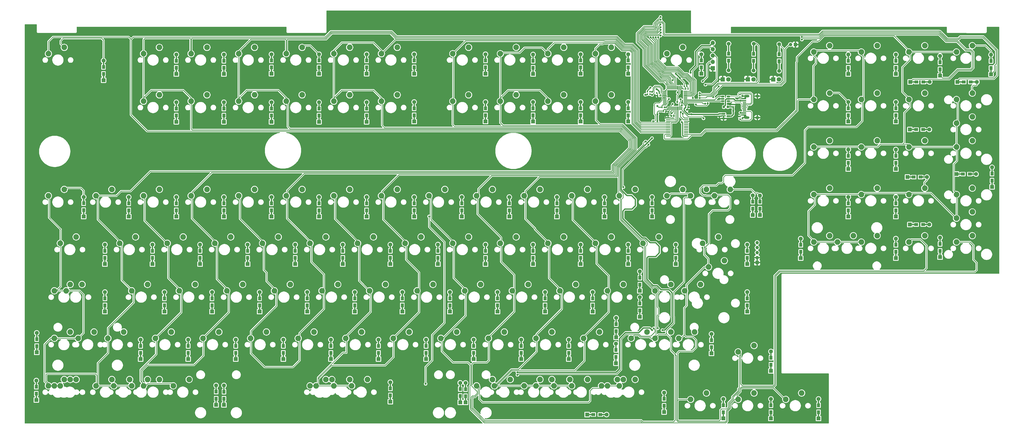
<source format=gbl>
G04 #@! TF.GenerationSoftware,KiCad,Pcbnew,9.0.0*
G04 #@! TF.CreationDate,2025-04-22T01:26:23+02:00*
G04 #@! TF.ProjectId,takt11800,74616b74-3131-4383-9030-2e6b69636164,1.0.0*
G04 #@! TF.SameCoordinates,Original*
G04 #@! TF.FileFunction,Copper,L2,Bot*
G04 #@! TF.FilePolarity,Positive*
%FSLAX46Y46*%
G04 Gerber Fmt 4.6, Leading zero omitted, Abs format (unit mm)*
G04 Created by KiCad (PCBNEW 9.0.0) date 2025-04-22 01:26:23*
%MOMM*%
%LPD*%
G01*
G04 APERTURE LIST*
G04 Aperture macros list*
%AMRoundRect*
0 Rectangle with rounded corners*
0 $1 Rounding radius*
0 $2 $3 $4 $5 $6 $7 $8 $9 X,Y pos of 4 corners*
0 Add a 4 corners polygon primitive as box body*
4,1,4,$2,$3,$4,$5,$6,$7,$8,$9,$2,$3,0*
0 Add four circle primitives for the rounded corners*
1,1,$1+$1,$2,$3*
1,1,$1+$1,$4,$5*
1,1,$1+$1,$6,$7*
1,1,$1+$1,$8,$9*
0 Add four rect primitives between the rounded corners*
20,1,$1+$1,$2,$3,$4,$5,0*
20,1,$1+$1,$4,$5,$6,$7,0*
20,1,$1+$1,$6,$7,$8,$9,0*
20,1,$1+$1,$8,$9,$2,$3,0*%
G04 Aperture macros list end*
G04 #@! TA.AperFunction,ComponentPad*
%ADD10C,2.250000*%
G04 #@! TD*
G04 #@! TA.AperFunction,SMDPad,CuDef*
%ADD11R,1.200000X1.600000*%
G04 #@! TD*
G04 #@! TA.AperFunction,SMDPad,CuDef*
%ADD12R,0.500000X2.900000*%
G04 #@! TD*
G04 #@! TA.AperFunction,ComponentPad*
%ADD13R,1.600000X1.600000*%
G04 #@! TD*
G04 #@! TA.AperFunction,ComponentPad*
%ADD14C,1.600000*%
G04 #@! TD*
G04 #@! TA.AperFunction,SMDPad,CuDef*
%ADD15R,1.600000X1.200000*%
G04 #@! TD*
G04 #@! TA.AperFunction,SMDPad,CuDef*
%ADD16R,2.900000X0.500000*%
G04 #@! TD*
G04 #@! TA.AperFunction,ComponentPad*
%ADD17R,1.800000X1.800000*%
G04 #@! TD*
G04 #@! TA.AperFunction,ComponentPad*
%ADD18C,1.800000*%
G04 #@! TD*
G04 #@! TA.AperFunction,SMDPad,CuDef*
%ADD19R,0.540000X3.710000*%
G04 #@! TD*
G04 #@! TA.AperFunction,ComponentPad*
%ADD20C,1.524000*%
G04 #@! TD*
G04 #@! TA.AperFunction,SMDPad,CuDef*
%ADD21R,0.530000X3.950000*%
G04 #@! TD*
G04 #@! TA.AperFunction,ComponentPad*
%ADD22R,1.700000X1.700000*%
G04 #@! TD*
G04 #@! TA.AperFunction,ComponentPad*
%ADD23O,1.700000X1.700000*%
G04 #@! TD*
G04 #@! TA.AperFunction,SMDPad,CuDef*
%ADD24RoundRect,0.135000X-0.185000X0.135000X-0.185000X-0.135000X0.185000X-0.135000X0.185000X0.135000X0*%
G04 #@! TD*
G04 #@! TA.AperFunction,SMDPad,CuDef*
%ADD25RoundRect,0.140000X-0.140000X-0.170000X0.140000X-0.170000X0.140000X0.170000X-0.140000X0.170000X0*%
G04 #@! TD*
G04 #@! TA.AperFunction,SMDPad,CuDef*
%ADD26RoundRect,0.140000X-0.170000X0.140000X-0.170000X-0.140000X0.170000X-0.140000X0.170000X0.140000X0*%
G04 #@! TD*
G04 #@! TA.AperFunction,SMDPad,CuDef*
%ADD27RoundRect,0.135000X0.185000X-0.135000X0.185000X0.135000X-0.185000X0.135000X-0.185000X-0.135000X0*%
G04 #@! TD*
G04 #@! TA.AperFunction,SMDPad,CuDef*
%ADD28RoundRect,0.150000X0.512500X0.150000X-0.512500X0.150000X-0.512500X-0.150000X0.512500X-0.150000X0*%
G04 #@! TD*
G04 #@! TA.AperFunction,SMDPad,CuDef*
%ADD29RoundRect,0.075000X0.662500X0.075000X-0.662500X0.075000X-0.662500X-0.075000X0.662500X-0.075000X0*%
G04 #@! TD*
G04 #@! TA.AperFunction,SMDPad,CuDef*
%ADD30RoundRect,0.075000X0.075000X0.662500X-0.075000X0.662500X-0.075000X-0.662500X0.075000X-0.662500X0*%
G04 #@! TD*
G04 #@! TA.AperFunction,SMDPad,CuDef*
%ADD31R,1.450000X0.600000*%
G04 #@! TD*
G04 #@! TA.AperFunction,SMDPad,CuDef*
%ADD32R,1.450000X0.300000*%
G04 #@! TD*
G04 #@! TA.AperFunction,ComponentPad*
%ADD33O,1.600000X1.000000*%
G04 #@! TD*
G04 #@! TA.AperFunction,ComponentPad*
%ADD34O,2.100000X1.000000*%
G04 #@! TD*
G04 #@! TA.AperFunction,SMDPad,CuDef*
%ADD35RoundRect,0.140000X0.140000X0.170000X-0.140000X0.170000X-0.140000X-0.170000X0.140000X-0.170000X0*%
G04 #@! TD*
G04 #@! TA.AperFunction,ComponentPad*
%ADD36R,1.350000X1.350000*%
G04 #@! TD*
G04 #@! TA.AperFunction,ComponentPad*
%ADD37O,1.350000X1.350000*%
G04 #@! TD*
G04 #@! TA.AperFunction,SMDPad,CuDef*
%ADD38RoundRect,0.150000X0.587500X0.150000X-0.587500X0.150000X-0.587500X-0.150000X0.587500X-0.150000X0*%
G04 #@! TD*
G04 #@! TA.AperFunction,SMDPad,CuDef*
%ADD39RoundRect,0.135000X-0.135000X-0.185000X0.135000X-0.185000X0.135000X0.185000X-0.135000X0.185000X0*%
G04 #@! TD*
G04 #@! TA.AperFunction,SMDPad,CuDef*
%ADD40R,1.750000X0.450000*%
G04 #@! TD*
G04 #@! TA.AperFunction,SMDPad,CuDef*
%ADD41RoundRect,0.218750X0.218750X0.256250X-0.218750X0.256250X-0.218750X-0.256250X0.218750X-0.256250X0*%
G04 #@! TD*
G04 #@! TA.AperFunction,SMDPad,CuDef*
%ADD42RoundRect,0.140000X0.170000X-0.140000X0.170000X0.140000X-0.170000X0.140000X-0.170000X-0.140000X0*%
G04 #@! TD*
G04 #@! TA.AperFunction,ViaPad*
%ADD43C,0.800000*%
G04 #@! TD*
G04 #@! TA.AperFunction,Conductor*
%ADD44C,0.250000*%
G04 #@! TD*
G04 #@! TA.AperFunction,Conductor*
%ADD45C,0.500000*%
G04 #@! TD*
G04 #@! TA.AperFunction,Conductor*
%ADD46C,0.300000*%
G04 #@! TD*
G04 #@! TA.AperFunction,Conductor*
%ADD47C,0.400000*%
G04 #@! TD*
G04 #@! TA.AperFunction,Conductor*
%ADD48C,0.245000*%
G04 #@! TD*
G04 #@! TA.AperFunction,Conductor*
%ADD49C,0.200000*%
G04 #@! TD*
G04 APERTURE END LIST*
D10*
X24985500Y-77211250D03*
X31335500Y-74671250D03*
D11*
X47050000Y-85320000D03*
D12*
X47050000Y-86420000D03*
D13*
X47050000Y-87820000D03*
D14*
X47050000Y-80020000D03*
D12*
X47050000Y-81420000D03*
D11*
X47050000Y-82520000D03*
X76197500Y-82832500D03*
D12*
X76197500Y-83932500D03*
D13*
X76197500Y-85332500D03*
D14*
X76197500Y-77532500D03*
D12*
X76197500Y-78932500D03*
D11*
X76197500Y-80032500D03*
X95247500Y-82832500D03*
D12*
X95247500Y-83932500D03*
D13*
X95247500Y-85332500D03*
D14*
X95247500Y-77532500D03*
D12*
X95247500Y-78932500D03*
D11*
X95247500Y-80032500D03*
X114297500Y-82713750D03*
D12*
X114297500Y-83813750D03*
D13*
X114297500Y-85213750D03*
D14*
X114297500Y-77413750D03*
D12*
X114297500Y-78813750D03*
D11*
X114297500Y-79913750D03*
X133347500Y-82713750D03*
D12*
X133347500Y-83813750D03*
D13*
X133347500Y-85213750D03*
D14*
X133347500Y-77413750D03*
D12*
X133347500Y-78813750D03*
D11*
X133347500Y-79913750D03*
X152397500Y-82713750D03*
D12*
X152397500Y-83813750D03*
D13*
X152397500Y-85213750D03*
D14*
X152397500Y-77413750D03*
D12*
X152397500Y-78813750D03*
D11*
X152397500Y-79913750D03*
X171447500Y-82713750D03*
D12*
X171447500Y-83813750D03*
D13*
X171447500Y-85213750D03*
D14*
X171447500Y-77413750D03*
D12*
X171447500Y-78813750D03*
D11*
X171447500Y-79913750D03*
X76197500Y-102001250D03*
D12*
X76197500Y-103101250D03*
D13*
X76197500Y-104501250D03*
D14*
X76197500Y-96701250D03*
D12*
X76197500Y-98101250D03*
D11*
X76197500Y-99201250D03*
X95247500Y-102001250D03*
D12*
X95247500Y-103101250D03*
D13*
X95247500Y-104501250D03*
D14*
X95247500Y-96701250D03*
D12*
X95247500Y-98101250D03*
D11*
X95247500Y-99201250D03*
X114297500Y-102001250D03*
D12*
X114297500Y-103101250D03*
D13*
X114297500Y-104501250D03*
D14*
X114297500Y-96701250D03*
D12*
X114297500Y-98101250D03*
D11*
X114297500Y-99201250D03*
X133347500Y-102001250D03*
D12*
X133347500Y-103101250D03*
D13*
X133347500Y-104501250D03*
D14*
X133347500Y-96701250D03*
D12*
X133347500Y-98101250D03*
D11*
X133347500Y-99201250D03*
X152397500Y-102001250D03*
D12*
X152397500Y-103101250D03*
D13*
X152397500Y-104501250D03*
D14*
X152397500Y-96701250D03*
D12*
X152397500Y-98101250D03*
D11*
X152397500Y-99201250D03*
X171447500Y-101882500D03*
D12*
X171447500Y-102982500D03*
D13*
X171447500Y-104382500D03*
D14*
X171447500Y-96582500D03*
D12*
X171447500Y-97982500D03*
D11*
X171447500Y-99082500D03*
X57147500Y-139982500D03*
D12*
X57147500Y-141082500D03*
D13*
X57147500Y-142482500D03*
D14*
X57147500Y-134682500D03*
D12*
X57147500Y-136082500D03*
D11*
X57147500Y-137182500D03*
X114297500Y-139982500D03*
D12*
X114297500Y-141082500D03*
D13*
X114297500Y-142482500D03*
D14*
X114297500Y-134682500D03*
D12*
X114297500Y-136082500D03*
D11*
X114297500Y-137182500D03*
X133347500Y-139982500D03*
D12*
X133347500Y-141082500D03*
D13*
X133347500Y-142482500D03*
D14*
X133347500Y-134682500D03*
D12*
X133347500Y-136082500D03*
D11*
X133347500Y-137182500D03*
X152397500Y-139982500D03*
D12*
X152397500Y-141082500D03*
D13*
X152397500Y-142482500D03*
D14*
X152397500Y-134682500D03*
D12*
X152397500Y-136082500D03*
D11*
X152397500Y-137182500D03*
X171447500Y-139982500D03*
D12*
X171447500Y-141082500D03*
D13*
X171447500Y-142482500D03*
D14*
X171447500Y-134682500D03*
D12*
X171447500Y-136082500D03*
D11*
X171447500Y-137182500D03*
X190497500Y-139982500D03*
D12*
X190497500Y-141082500D03*
D13*
X190497500Y-142482500D03*
D14*
X190497500Y-134682500D03*
D12*
X190497500Y-136082500D03*
D11*
X190497500Y-137182500D03*
X209547500Y-139982500D03*
D12*
X209547500Y-141082500D03*
D13*
X209547500Y-142482500D03*
D14*
X209547500Y-134682500D03*
D12*
X209547500Y-136082500D03*
D11*
X209547500Y-137182500D03*
X228597500Y-139982500D03*
D12*
X228597500Y-141082500D03*
D13*
X228597500Y-142482500D03*
D14*
X228597500Y-134682500D03*
D12*
X228597500Y-136082500D03*
D11*
X228597500Y-137182500D03*
X247647500Y-139982500D03*
D12*
X247647500Y-141082500D03*
D13*
X247647500Y-142482500D03*
D14*
X247647500Y-134682500D03*
D12*
X247647500Y-136082500D03*
D11*
X247647500Y-137182500D03*
X47622500Y-159032500D03*
D12*
X47622500Y-160132500D03*
D13*
X47622500Y-161532500D03*
D14*
X47622500Y-153732500D03*
D12*
X47622500Y-155132500D03*
D11*
X47622500Y-156232500D03*
X66672500Y-159032500D03*
D12*
X66672500Y-160132500D03*
D13*
X66672500Y-161532500D03*
D14*
X66672500Y-153732500D03*
D12*
X66672500Y-155132500D03*
D11*
X66672500Y-156232500D03*
X85722500Y-159032500D03*
D12*
X85722500Y-160132500D03*
D13*
X85722500Y-161532500D03*
D14*
X85722500Y-153732500D03*
D12*
X85722500Y-155132500D03*
D11*
X85722500Y-156232500D03*
X104772500Y-159032500D03*
D12*
X104772500Y-160132500D03*
D13*
X104772500Y-161532500D03*
D14*
X104772500Y-153732500D03*
D12*
X104772500Y-155132500D03*
D11*
X104772500Y-156232500D03*
X123822500Y-159032500D03*
D12*
X123822500Y-160132500D03*
D13*
X123822500Y-161532500D03*
D14*
X123822500Y-153732500D03*
D12*
X123822500Y-155132500D03*
D11*
X123822500Y-156232500D03*
X142872500Y-159032500D03*
D12*
X142872500Y-160132500D03*
D13*
X142872500Y-161532500D03*
D14*
X142872500Y-153732500D03*
D12*
X142872500Y-155132500D03*
D11*
X142872500Y-156232500D03*
X161922500Y-159032500D03*
D12*
X161922500Y-160132500D03*
D13*
X161922500Y-161532500D03*
D14*
X161922500Y-153732500D03*
D12*
X161922500Y-155132500D03*
D11*
X161922500Y-156232500D03*
X180972500Y-159032500D03*
D12*
X180972500Y-160132500D03*
D13*
X180972500Y-161532500D03*
D14*
X180972500Y-153732500D03*
D12*
X180972500Y-155132500D03*
D11*
X180972500Y-156232500D03*
X200022500Y-159032500D03*
D12*
X200022500Y-160132500D03*
D13*
X200022500Y-161532500D03*
D14*
X200022500Y-153732500D03*
D12*
X200022500Y-155132500D03*
D11*
X200022500Y-156232500D03*
X219072500Y-159032500D03*
D12*
X219072500Y-160132500D03*
D13*
X219072500Y-161532500D03*
D14*
X219072500Y-153732500D03*
D12*
X219072500Y-155132500D03*
D11*
X219072500Y-156232500D03*
X238122500Y-159032500D03*
D12*
X238122500Y-160132500D03*
D13*
X238122500Y-161532500D03*
D14*
X238122500Y-153732500D03*
D12*
X238122500Y-155132500D03*
D11*
X238122500Y-156232500D03*
X257172500Y-159032500D03*
D12*
X257172500Y-160132500D03*
D13*
X257172500Y-161532500D03*
D14*
X257172500Y-153732500D03*
D12*
X257172500Y-155132500D03*
D11*
X257172500Y-156232500D03*
X276222500Y-159032500D03*
D12*
X276222500Y-160132500D03*
D13*
X276222500Y-161532500D03*
D14*
X276222500Y-153732500D03*
D12*
X276222500Y-155132500D03*
D11*
X276222500Y-156232500D03*
X304797500Y-159032500D03*
D12*
X304797500Y-160132500D03*
D13*
X304797500Y-161532500D03*
D14*
X304797500Y-153732500D03*
D12*
X304797500Y-155132500D03*
D11*
X304797500Y-156232500D03*
X47622500Y-178082500D03*
D12*
X47622500Y-179182500D03*
D13*
X47622500Y-180582500D03*
D14*
X47622500Y-172782500D03*
D12*
X47622500Y-174182500D03*
D11*
X47622500Y-175282500D03*
X71435000Y-178082500D03*
D12*
X71435000Y-179182500D03*
D13*
X71435000Y-180582500D03*
D14*
X71435000Y-172782500D03*
D12*
X71435000Y-174182500D03*
D11*
X71435000Y-175282500D03*
X90485000Y-178082500D03*
D12*
X90485000Y-179182500D03*
D13*
X90485000Y-180582500D03*
D14*
X90485000Y-172782500D03*
D12*
X90485000Y-174182500D03*
D11*
X90485000Y-175282500D03*
X109535000Y-178082500D03*
D12*
X109535000Y-179182500D03*
D13*
X109535000Y-180582500D03*
D14*
X109535000Y-172782500D03*
D12*
X109535000Y-174182500D03*
D11*
X109535000Y-175282500D03*
X128585000Y-178082500D03*
D12*
X128585000Y-179182500D03*
D13*
X128585000Y-180582500D03*
D14*
X128585000Y-172782500D03*
D12*
X128585000Y-174182500D03*
D11*
X128585000Y-175282500D03*
X147635000Y-178082500D03*
D12*
X147635000Y-179182500D03*
D13*
X147635000Y-180582500D03*
D14*
X147635000Y-172782500D03*
D12*
X147635000Y-174182500D03*
D11*
X147635000Y-175282500D03*
X166685000Y-178082500D03*
D12*
X166685000Y-179182500D03*
D13*
X166685000Y-180582500D03*
D14*
X166685000Y-172782500D03*
D12*
X166685000Y-174182500D03*
D11*
X166685000Y-175282500D03*
X185735000Y-178082500D03*
D12*
X185735000Y-179182500D03*
D13*
X185735000Y-180582500D03*
D14*
X185735000Y-172782500D03*
D12*
X185735000Y-174182500D03*
D11*
X185735000Y-175282500D03*
X204785000Y-178082500D03*
D12*
X204785000Y-179182500D03*
D13*
X204785000Y-180582500D03*
D14*
X204785000Y-172782500D03*
D12*
X204785000Y-174182500D03*
D11*
X204785000Y-175282500D03*
X223835000Y-178082500D03*
D12*
X223835000Y-179182500D03*
D13*
X223835000Y-180582500D03*
D14*
X223835000Y-172782500D03*
D12*
X223835000Y-174182500D03*
D11*
X223835000Y-175282500D03*
X242885000Y-178082500D03*
D12*
X242885000Y-179182500D03*
D13*
X242885000Y-180582500D03*
D14*
X242885000Y-172782500D03*
D12*
X242885000Y-174182500D03*
D11*
X242885000Y-175282500D03*
X261833400Y-180155600D03*
D12*
X261833400Y-181255600D03*
D13*
X261833400Y-182655600D03*
D14*
X261833400Y-174855600D03*
D12*
X261833400Y-176255600D03*
D11*
X261833400Y-177355600D03*
X290510000Y-194870000D03*
D12*
X290510000Y-195970000D03*
D13*
X290510000Y-197370000D03*
D14*
X290510000Y-189570000D03*
D12*
X290510000Y-190970000D03*
D11*
X290510000Y-192070000D03*
X20300000Y-194440000D03*
D12*
X20300000Y-195540000D03*
D13*
X20300000Y-196940000D03*
D14*
X20300000Y-189140000D03*
D12*
X20300000Y-190540000D03*
D11*
X20300000Y-191640000D03*
X61910000Y-197132500D03*
D12*
X61910000Y-198232500D03*
D13*
X61910000Y-199632500D03*
D14*
X61910000Y-191832500D03*
D12*
X61910000Y-193232500D03*
D11*
X61910000Y-194332500D03*
X80960000Y-197132500D03*
D12*
X80960000Y-198232500D03*
D13*
X80960000Y-199632500D03*
D14*
X80960000Y-191832500D03*
D12*
X80960000Y-193232500D03*
D11*
X80960000Y-194332500D03*
X100010000Y-197132500D03*
D12*
X100010000Y-198232500D03*
D13*
X100010000Y-199632500D03*
D14*
X100010000Y-191832500D03*
D12*
X100010000Y-193232500D03*
D11*
X100010000Y-194332500D03*
X119060000Y-197132500D03*
D12*
X119060000Y-198232500D03*
D13*
X119060000Y-199632500D03*
D14*
X119060000Y-191832500D03*
D12*
X119060000Y-193232500D03*
D11*
X119060000Y-194332500D03*
X138110000Y-197132500D03*
D12*
X138110000Y-198232500D03*
D13*
X138110000Y-199632500D03*
D14*
X138110000Y-191832500D03*
D12*
X138110000Y-193232500D03*
D11*
X138110000Y-194332500D03*
X157160000Y-197132500D03*
D12*
X157160000Y-198232500D03*
D13*
X157160000Y-199632500D03*
D14*
X157160000Y-191832500D03*
D12*
X157160000Y-193232500D03*
D11*
X157160000Y-194332500D03*
X176210000Y-197132500D03*
D12*
X176210000Y-198232500D03*
D13*
X176210000Y-199632500D03*
D14*
X176210000Y-191832500D03*
D12*
X176210000Y-193232500D03*
D11*
X176210000Y-194332500D03*
X195260000Y-197132500D03*
D12*
X195260000Y-198232500D03*
D13*
X195260000Y-199632500D03*
D14*
X195260000Y-191832500D03*
D12*
X195260000Y-193232500D03*
D11*
X195260000Y-194332500D03*
X233360000Y-197132500D03*
D12*
X233360000Y-198232500D03*
D13*
X233360000Y-199632500D03*
D14*
X233360000Y-191832500D03*
D12*
X233360000Y-193232500D03*
D11*
X233360000Y-194332500D03*
X252333800Y-188421400D03*
D12*
X252333800Y-189521400D03*
D13*
X252333800Y-190921400D03*
D14*
X252333800Y-183121400D03*
D12*
X252333800Y-184521400D03*
D11*
X252333800Y-185621400D03*
D10*
X63080900Y-77211250D03*
X69430900Y-74671250D03*
X82130900Y-77211250D03*
X88480900Y-74671250D03*
X101180900Y-77211250D03*
X107530900Y-74671250D03*
X120230900Y-77211250D03*
X126580900Y-74671250D03*
X139280900Y-77211250D03*
X145630900Y-74671250D03*
X158330900Y-77211250D03*
X164680900Y-74671250D03*
X63080900Y-96261250D03*
X69430900Y-93721250D03*
X82130900Y-96261250D03*
X88480900Y-93721250D03*
X101180900Y-96261250D03*
X107530900Y-93721250D03*
X120230900Y-96261250D03*
X126580900Y-93721250D03*
X139280900Y-96261250D03*
X145630900Y-93721250D03*
X158330900Y-96261250D03*
X164680900Y-93721250D03*
X186903500Y-96261250D03*
X193253500Y-93721250D03*
X205953500Y-96261250D03*
X212303500Y-93721250D03*
X225003500Y-96261250D03*
X231353500Y-93721250D03*
X244053500Y-96261250D03*
X250403500Y-93721250D03*
X27364250Y-191311250D03*
X33714250Y-188771250D03*
X36889250Y-191311250D03*
X43239250Y-188771250D03*
X48795500Y-191311250D03*
X55145500Y-188771250D03*
X67845500Y-191311250D03*
X74195500Y-188771250D03*
X86895500Y-191311250D03*
X93245500Y-188771250D03*
X105945500Y-191311250D03*
X112295500Y-188771250D03*
X124995500Y-191311250D03*
X131345500Y-188771250D03*
X144045500Y-191311250D03*
X150395500Y-188771250D03*
X163095500Y-191311250D03*
X169445500Y-188771250D03*
X182145500Y-191311250D03*
X188495500Y-188771250D03*
X201195500Y-191311250D03*
X207545500Y-188771250D03*
X220245500Y-191311250D03*
X226595500Y-188771250D03*
X239295500Y-191311250D03*
X245645500Y-188771250D03*
X24983000Y-134161250D03*
X31333000Y-131621250D03*
X44033000Y-134161250D03*
X50383000Y-131621250D03*
X63083000Y-134161250D03*
X69433000Y-131621250D03*
X82133000Y-134161250D03*
X88483000Y-131621250D03*
X101183000Y-134161250D03*
X107533000Y-131621250D03*
X120233000Y-134161250D03*
X126583000Y-131621250D03*
X139283000Y-134161250D03*
X145633000Y-131621250D03*
X158333000Y-134161250D03*
X164683000Y-131621250D03*
X177383000Y-134161250D03*
X183733000Y-131621250D03*
X196433000Y-134161250D03*
X202783000Y-131621250D03*
X215483000Y-134161250D03*
X221833000Y-131621250D03*
X234533000Y-134161250D03*
X240883000Y-131621250D03*
X253583000Y-134161250D03*
X259933000Y-131621250D03*
X277395500Y-191311250D03*
X283745500Y-188771250D03*
D11*
X266697500Y-139982500D03*
D12*
X266697500Y-141082500D03*
D13*
X266697500Y-142482500D03*
D14*
X266697500Y-134682500D03*
D12*
X266697500Y-136082500D03*
D11*
X266697500Y-137182500D03*
D10*
X258345500Y-191311250D03*
X264695500Y-188771250D03*
D11*
X309880000Y-139350000D03*
D12*
X309880000Y-140450000D03*
D13*
X309880000Y-141850000D03*
D14*
X309880000Y-134050000D03*
D12*
X309880000Y-135450000D03*
D11*
X309880000Y-136550000D03*
D10*
X301202000Y-196740000D03*
X307552000Y-194200000D03*
D11*
X252232200Y-198781600D03*
D12*
X252232200Y-199881600D03*
D13*
X252232200Y-201281600D03*
D14*
X252232200Y-193481600D03*
D12*
X252232200Y-194881600D03*
D11*
X252232200Y-195981600D03*
D10*
X272634500Y-77211250D03*
X278984500Y-74671250D03*
X267870500Y-191311250D03*
X274220500Y-188771250D03*
X272633000Y-134161250D03*
X278983000Y-131621250D03*
X291683000Y-134161250D03*
X298033000Y-131621250D03*
X282158000Y-134161250D03*
X288508000Y-131621250D03*
X331443750Y-95561250D03*
X337793750Y-93021250D03*
X350493750Y-95561250D03*
X356843750Y-93021250D03*
X369543750Y-95561250D03*
X375893750Y-93021250D03*
D11*
X39090000Y-139970000D03*
D12*
X39090000Y-141070000D03*
D13*
X39090000Y-142470000D03*
D14*
X39090000Y-134670000D03*
D12*
X39090000Y-136070000D03*
D11*
X39090000Y-137170000D03*
D10*
X388593750Y-105086250D03*
X394943750Y-102546250D03*
X331443750Y-114611250D03*
X337793750Y-112071250D03*
X350493750Y-114611250D03*
X356843750Y-112071250D03*
X369543750Y-114611250D03*
X375893750Y-112071250D03*
X331443750Y-133661250D03*
X337793750Y-131121250D03*
X350493750Y-133661250D03*
X356843750Y-131121250D03*
X369543750Y-133661250D03*
X375893750Y-131121250D03*
X388593750Y-133661250D03*
X394943750Y-131121250D03*
X388593750Y-143186250D03*
X394943750Y-140646250D03*
X340968750Y-152711250D03*
X347318750Y-150171250D03*
X331443750Y-152711250D03*
X337793750Y-150171250D03*
D11*
X345278750Y-82832500D03*
D12*
X345278750Y-83932500D03*
D13*
X345278750Y-85332500D03*
D14*
X345278750Y-77532500D03*
D12*
X345278750Y-78932500D03*
D11*
X345278750Y-80032500D03*
X364328750Y-82832500D03*
D12*
X364328750Y-83932500D03*
D13*
X364328750Y-85332500D03*
D14*
X364328750Y-77532500D03*
D12*
X364328750Y-78932500D03*
D11*
X364328750Y-80032500D03*
X382040000Y-83460000D03*
D12*
X382040000Y-84560000D03*
D13*
X382040000Y-85960000D03*
D14*
X382040000Y-78160000D03*
D12*
X382040000Y-79560000D03*
D11*
X382040000Y-80660000D03*
X402428750Y-82951250D03*
D12*
X402428750Y-84051250D03*
D13*
X402428750Y-85451250D03*
D14*
X402428750Y-77651250D03*
D12*
X402428750Y-79051250D03*
D11*
X402428750Y-80151250D03*
D15*
X391503750Y-88576250D03*
D16*
X390403750Y-88576250D03*
D13*
X389003750Y-88576250D03*
D14*
X396803750Y-88576250D03*
D16*
X395403750Y-88576250D03*
D15*
X394303750Y-88576250D03*
X391156400Y-125488800D03*
D16*
X390056400Y-125488800D03*
D13*
X388656400Y-125488800D03*
D14*
X396456400Y-125488800D03*
D16*
X395056400Y-125488800D03*
D15*
X393956400Y-125488800D03*
D11*
X345278750Y-120932500D03*
D12*
X345278750Y-122032500D03*
D13*
X345278750Y-123432500D03*
D14*
X345278750Y-115632500D03*
D12*
X345278750Y-117032500D03*
D11*
X345278750Y-118132500D03*
X364328750Y-120932500D03*
D12*
X364328750Y-122032500D03*
D13*
X364328750Y-123432500D03*
D14*
X364328750Y-115632500D03*
D12*
X364328750Y-117032500D03*
D11*
X364328750Y-118132500D03*
X402828800Y-128082600D03*
D12*
X402828800Y-129182600D03*
D13*
X402828800Y-130582600D03*
D14*
X402828800Y-122782600D03*
D12*
X402828800Y-124182600D03*
D11*
X402828800Y-125282600D03*
X345278750Y-139982500D03*
D12*
X345278750Y-141082500D03*
D13*
X345278750Y-142482500D03*
D14*
X345278750Y-134682500D03*
D12*
X345278750Y-136082500D03*
D11*
X345278750Y-137182500D03*
X364328750Y-139982500D03*
D12*
X364328750Y-141082500D03*
D13*
X364328750Y-142482500D03*
D14*
X364328750Y-134682500D03*
D12*
X364328750Y-136082500D03*
D11*
X364328750Y-137182500D03*
D15*
X371472500Y-126676250D03*
D16*
X370372500Y-126676250D03*
D13*
X368972500Y-126676250D03*
D14*
X376772500Y-126676250D03*
D16*
X375372500Y-126676250D03*
D15*
X374272500Y-126676250D03*
D11*
X326228750Y-156651250D03*
D12*
X326228750Y-157751250D03*
D13*
X326228750Y-159151250D03*
D14*
X326228750Y-151351250D03*
D12*
X326228750Y-152751250D03*
D11*
X326228750Y-153851250D03*
D15*
X372453750Y-145726250D03*
D16*
X371353750Y-145726250D03*
D13*
X369953750Y-145726250D03*
D14*
X377753750Y-145726250D03*
D16*
X376353750Y-145726250D03*
D15*
X375253750Y-145726250D03*
D11*
X364328750Y-156651250D03*
D12*
X364328750Y-157751250D03*
D13*
X364328750Y-159151250D03*
D14*
X364328750Y-151351250D03*
D12*
X364328750Y-152751250D03*
D11*
X364328750Y-153851250D03*
X345278750Y-101882500D03*
D12*
X345278750Y-102982500D03*
D13*
X345278750Y-104382500D03*
D14*
X345278750Y-96582500D03*
D12*
X345278750Y-97982500D03*
D11*
X345278750Y-99082500D03*
X364328750Y-101882500D03*
D12*
X364328750Y-102982500D03*
D13*
X364328750Y-104382500D03*
D14*
X364328750Y-96582500D03*
D12*
X364328750Y-97982500D03*
D11*
X364328750Y-99082500D03*
D15*
X372572500Y-88576250D03*
D16*
X371472500Y-88576250D03*
D13*
X370072500Y-88576250D03*
D14*
X377872500Y-88576250D03*
D16*
X376472500Y-88576250D03*
D15*
X375372500Y-88576250D03*
D10*
X331443750Y-76511250D03*
X337793750Y-73971250D03*
X350493750Y-76511250D03*
X356843750Y-73971250D03*
X369543750Y-76511250D03*
X375893750Y-73971250D03*
X388593750Y-76511250D03*
X394943750Y-73971250D03*
D11*
X76197500Y-139982500D03*
D12*
X76197500Y-141082500D03*
D13*
X76197500Y-142482500D03*
D14*
X76197500Y-134682500D03*
D12*
X76197500Y-136082500D03*
D11*
X76197500Y-137182500D03*
X95247500Y-139982500D03*
D12*
X95247500Y-141082500D03*
D13*
X95247500Y-142482500D03*
D14*
X95247500Y-134682500D03*
D12*
X95247500Y-136082500D03*
D11*
X95247500Y-137182500D03*
D10*
X29745500Y-153211250D03*
X36095500Y-150671250D03*
X53558000Y-153211250D03*
X59908000Y-150671250D03*
X72608000Y-153211250D03*
X78958000Y-150671250D03*
X91658000Y-153211250D03*
X98008000Y-150671250D03*
X110708000Y-153211250D03*
X117058000Y-150671250D03*
X129758000Y-153211250D03*
X136108000Y-150671250D03*
X148808000Y-153211250D03*
X155158000Y-150671250D03*
X167858000Y-153211250D03*
X174208000Y-150671250D03*
X186908000Y-153211250D03*
X193258000Y-150671250D03*
X205958000Y-153211250D03*
X212308000Y-150671250D03*
X225008000Y-153211250D03*
X231358000Y-150671250D03*
X244058000Y-153211250D03*
X250408000Y-150671250D03*
X263108000Y-153211250D03*
X269458000Y-150671250D03*
X286920500Y-153211250D03*
X293270500Y-150671250D03*
D11*
X307000000Y-139340000D03*
D12*
X307000000Y-140440000D03*
D13*
X307000000Y-141840000D03*
D14*
X307000000Y-134040000D03*
D12*
X307000000Y-135440000D03*
D11*
X307000000Y-136540000D03*
D10*
X32126750Y-172261250D03*
X38476750Y-169721250D03*
X58320500Y-172261250D03*
X64670500Y-169721250D03*
X77370500Y-172261250D03*
X83720500Y-169721250D03*
X96420500Y-172261250D03*
X102770500Y-169721250D03*
X115470500Y-172261250D03*
X121820500Y-169721250D03*
X134520500Y-172261250D03*
X140870500Y-169721250D03*
X153570500Y-172261250D03*
X159920500Y-169721250D03*
X172620500Y-172261250D03*
X178970500Y-169721250D03*
X191670500Y-172261250D03*
X198020500Y-169721250D03*
X210720500Y-172261250D03*
X217070500Y-169721250D03*
X229770500Y-172261250D03*
X236120500Y-169721250D03*
X248820500Y-172261250D03*
X255170500Y-169721250D03*
X267870500Y-172261250D03*
X274220500Y-169721250D03*
X279776750Y-172261250D03*
X286126750Y-169721250D03*
X350493750Y-152711250D03*
X356843750Y-150171250D03*
X388593750Y-114611250D03*
X394943750Y-112071250D03*
X27364250Y-172261250D03*
X33714250Y-169721250D03*
D11*
X261833400Y-169789400D03*
D12*
X261833400Y-170889400D03*
D13*
X261833400Y-172289400D03*
D14*
X261833400Y-164489400D03*
D12*
X261833400Y-165889400D03*
D11*
X261833400Y-166989400D03*
X314322500Y-201895000D03*
D12*
X314322500Y-202995000D03*
D13*
X314322500Y-204395000D03*
D14*
X314322500Y-196595000D03*
D12*
X314322500Y-197995000D03*
D11*
X314322500Y-199095000D03*
X333372500Y-220945000D03*
D12*
X333372500Y-222045000D03*
D13*
X333372500Y-223445000D03*
D14*
X333372500Y-215645000D03*
D12*
X333372500Y-217045000D03*
D11*
X333372500Y-218145000D03*
X314322500Y-220945000D03*
D12*
X314322500Y-222045000D03*
D13*
X314322500Y-223445000D03*
D14*
X314322500Y-215645000D03*
D12*
X314322500Y-217045000D03*
D11*
X314322500Y-218145000D03*
X295272500Y-220945000D03*
D12*
X295272500Y-222045000D03*
D13*
X295272500Y-223445000D03*
D14*
X295272500Y-215645000D03*
D12*
X295272500Y-217045000D03*
D11*
X295272500Y-218145000D03*
X382040000Y-156270000D03*
D12*
X382040000Y-157370000D03*
D13*
X382040000Y-158770000D03*
D14*
X382040000Y-150970000D03*
D12*
X382040000Y-152370000D03*
D11*
X382040000Y-153470000D03*
X192010000Y-214510000D03*
D12*
X192010000Y-215610000D03*
D13*
X192010000Y-217010000D03*
D14*
X192010000Y-209210000D03*
D12*
X192010000Y-210610000D03*
D11*
X192010000Y-211710000D03*
X161925000Y-214193750D03*
D12*
X161925000Y-215293750D03*
D13*
X161925000Y-216693750D03*
D14*
X161925000Y-208893750D03*
D12*
X161925000Y-210293750D03*
D11*
X161925000Y-211393750D03*
X20130000Y-213520000D03*
D12*
X20130000Y-214620000D03*
D13*
X20130000Y-216020000D03*
D14*
X20130000Y-208220000D03*
D12*
X20130000Y-209620000D03*
D11*
X20130000Y-210720000D03*
X271510000Y-218350000D03*
D12*
X271510000Y-219450000D03*
D13*
X271510000Y-220850000D03*
D14*
X271510000Y-213050000D03*
D12*
X271510000Y-214450000D03*
D11*
X271510000Y-215550000D03*
D10*
X388593750Y-152711250D03*
X394943750Y-150171250D03*
X186903500Y-77211250D03*
X193253500Y-74671250D03*
X205953500Y-77211250D03*
X212303500Y-74671250D03*
X225003500Y-77211250D03*
X231353500Y-74671250D03*
X244053500Y-77211250D03*
X250403500Y-74671250D03*
D11*
X200022500Y-82713750D03*
D12*
X200022500Y-83813750D03*
D13*
X200022500Y-85213750D03*
D14*
X200022500Y-77413750D03*
D12*
X200022500Y-78813750D03*
D11*
X200022500Y-79913750D03*
X219072500Y-82832500D03*
D12*
X219072500Y-83932500D03*
D13*
X219072500Y-85332500D03*
D14*
X219072500Y-77532500D03*
D12*
X219072500Y-78932500D03*
D11*
X219072500Y-80032500D03*
X238122500Y-82713750D03*
D12*
X238122500Y-83813750D03*
D13*
X238122500Y-85213750D03*
D14*
X238122500Y-77413750D03*
D12*
X238122500Y-78813750D03*
D11*
X238122500Y-79913750D03*
X257172500Y-82713750D03*
D12*
X257172500Y-83813750D03*
D13*
X257172500Y-85213750D03*
D14*
X257172500Y-77413750D03*
D12*
X257172500Y-78813750D03*
D11*
X257172500Y-79913750D03*
X286447500Y-82713750D03*
D12*
X286447500Y-83813750D03*
D13*
X286447500Y-85213750D03*
D14*
X286447500Y-77413750D03*
D12*
X286447500Y-78813750D03*
D11*
X286447500Y-79913750D03*
X200022500Y-101882500D03*
D12*
X200022500Y-102982500D03*
D13*
X200022500Y-104382500D03*
D14*
X200022500Y-96582500D03*
D12*
X200022500Y-97982500D03*
D11*
X200022500Y-99082500D03*
X219072500Y-101882500D03*
D12*
X219072500Y-102982500D03*
D13*
X219072500Y-104382500D03*
D14*
X219072500Y-96582500D03*
D12*
X219072500Y-97982500D03*
D11*
X219072500Y-99082500D03*
X238122500Y-101882500D03*
D12*
X238122500Y-102982500D03*
D13*
X238122500Y-104382500D03*
D14*
X238122500Y-96582500D03*
D12*
X238122500Y-97982500D03*
D11*
X238122500Y-99082500D03*
X257172500Y-101882500D03*
D12*
X257172500Y-102982500D03*
D13*
X257172500Y-104382500D03*
D14*
X257172500Y-96582500D03*
D12*
X257172500Y-97982500D03*
D11*
X257172500Y-99082500D03*
D10*
X289301750Y-162736250D03*
X295651750Y-160196250D03*
D11*
X304797500Y-178082500D03*
D12*
X304797500Y-179182500D03*
D13*
X304797500Y-180582500D03*
D14*
X304797500Y-172782500D03*
D12*
X304797500Y-174182500D03*
D11*
X304797500Y-175282500D03*
D15*
X372453750Y-107626250D03*
D16*
X371353750Y-107626250D03*
D13*
X369953750Y-107626250D03*
D14*
X377753750Y-107626250D03*
D16*
X376353750Y-107626250D03*
D15*
X375253750Y-107626250D03*
X243180000Y-221870000D03*
D16*
X242080000Y-221870000D03*
D13*
X240680000Y-221870000D03*
D14*
X248480000Y-221870000D03*
D16*
X247080000Y-221870000D03*
D15*
X245980000Y-221870000D03*
D17*
X294980000Y-87530000D03*
D18*
X297270000Y-87530000D03*
D17*
X305070000Y-87490000D03*
D18*
X307360000Y-87490000D03*
D17*
X315230000Y-87490000D03*
D18*
X317520000Y-87490000D03*
D10*
X301202000Y-215790000D03*
X307552000Y-213250000D03*
X29745790Y-210361250D03*
X36095790Y-207821250D03*
X132139550Y-210361260D03*
X138489550Y-207821260D03*
X388593750Y-95561250D03*
X394943750Y-93021250D03*
X27364500Y-210361250D03*
X33714500Y-207821250D03*
D11*
X95290000Y-215510000D03*
D12*
X95290000Y-216610000D03*
D13*
X95290000Y-218010000D03*
D14*
X95290000Y-210210000D03*
D12*
X95290000Y-211610000D03*
D11*
X95290000Y-212710000D03*
D10*
X146427000Y-210361370D03*
X152777000Y-207821370D03*
X24983300Y-210361250D03*
X31333300Y-207821250D03*
D11*
X214310000Y-197132500D03*
D12*
X214310000Y-198232500D03*
D13*
X214310000Y-199632500D03*
D14*
X214310000Y-191832500D03*
D12*
X214310000Y-193232500D03*
D11*
X214310000Y-194332500D03*
D10*
X203577040Y-210361370D03*
X209927040Y-207821370D03*
X139283300Y-210361294D03*
X145633300Y-207821294D03*
X227389530Y-210361329D03*
X233739530Y-207821329D03*
X44033300Y-210361250D03*
X50383300Y-207821250D03*
X58320780Y-210361250D03*
X64670780Y-207821250D03*
X74989490Y-210361290D03*
X81339490Y-207821290D03*
X51176980Y-210361250D03*
X57526980Y-207821250D03*
D11*
X92150000Y-215500000D03*
D12*
X92150000Y-216600000D03*
D13*
X92150000Y-218000000D03*
D14*
X92150000Y-210200000D03*
D12*
X92150000Y-211600000D03*
D11*
X92150000Y-212700000D03*
D10*
X63083300Y-210361450D03*
X69433300Y-207821450D03*
X215483250Y-210361330D03*
X221833250Y-207821330D03*
X220245803Y-210361270D03*
X226595803Y-207821270D03*
X234533250Y-210361260D03*
X240883250Y-207821260D03*
X246439450Y-210361330D03*
X252789450Y-207821330D03*
X248820800Y-210361330D03*
X255170800Y-207821330D03*
X253583250Y-210361336D03*
X259933250Y-207821336D03*
X369543750Y-152711250D03*
X375893750Y-150171250D03*
X282152000Y-215789700D03*
X288502000Y-213249700D03*
X320252000Y-215790000D03*
X326602000Y-213250000D03*
X196433400Y-210361275D03*
X202783400Y-207821275D03*
D11*
X317610000Y-80210000D03*
D19*
X317590000Y-81715000D03*
D20*
X317610000Y-84130000D03*
X317620000Y-73410000D03*
D21*
X317595000Y-75785000D03*
D11*
X317610000Y-77410000D03*
D10*
X129757000Y-210362000D03*
X136107000Y-207822000D03*
D11*
X189880000Y-214450000D03*
D12*
X189880000Y-215550000D03*
D13*
X189880000Y-216950000D03*
D14*
X189880000Y-209150000D03*
D12*
X189880000Y-210550000D03*
D11*
X189880000Y-211650000D03*
X307390000Y-80050000D03*
D19*
X307370000Y-81555000D03*
D20*
X307390000Y-83970000D03*
X307400000Y-73250000D03*
D21*
X307375000Y-75625000D03*
D11*
X307390000Y-77250000D03*
X297370000Y-79980000D03*
D19*
X297350000Y-81485000D03*
D20*
X297370000Y-83900000D03*
X297380000Y-73180000D03*
D21*
X297355000Y-75555000D03*
D11*
X297370000Y-77180000D03*
D22*
X291010000Y-83040000D03*
D23*
X291010000Y-80500000D03*
X291010000Y-77960000D03*
X291010000Y-75420000D03*
X291010000Y-72880000D03*
D24*
X301900000Y-103420000D03*
X301900000Y-102400000D03*
D25*
X272220000Y-100250000D03*
X271260000Y-100250000D03*
D26*
X299220000Y-98570000D03*
X299220000Y-97610000D03*
D27*
X301880000Y-93620000D03*
X301880000Y-94640000D03*
D28*
X294990000Y-96270000D03*
X294990000Y-95320000D03*
X294990000Y-94370000D03*
X297265000Y-94370000D03*
X297265000Y-95320000D03*
X297265000Y-96270000D03*
D29*
X271757500Y-97747500D03*
X271757500Y-97247500D03*
X271757500Y-96747500D03*
X271757500Y-96247500D03*
X271757500Y-95747500D03*
X271757500Y-95247500D03*
X271757500Y-94747500D03*
X271757500Y-94247500D03*
X271757500Y-93747500D03*
X271757500Y-93247500D03*
X271757500Y-92747500D03*
X271757500Y-92247500D03*
D30*
X273170000Y-90835000D03*
X273670000Y-90835000D03*
X274170000Y-90835000D03*
X274670000Y-90835000D03*
X275170000Y-90835000D03*
X275670000Y-90835000D03*
X276170000Y-90835000D03*
X276670000Y-90835000D03*
X277170000Y-90835000D03*
X277670000Y-90835000D03*
X278170000Y-90835000D03*
X278670000Y-90835000D03*
D29*
X280082500Y-92247500D03*
X280082500Y-92747500D03*
X280082500Y-93247500D03*
X280082500Y-93747500D03*
X280082500Y-94247500D03*
X280082500Y-94747500D03*
X280082500Y-95247500D03*
X280082500Y-95747500D03*
X280082500Y-96247500D03*
X280082500Y-96747500D03*
X280082500Y-97247500D03*
X280082500Y-97747500D03*
D30*
X278670000Y-99160000D03*
X278170000Y-99160000D03*
X277670000Y-99160000D03*
X277170000Y-99160000D03*
X276670000Y-99160000D03*
X276170000Y-99160000D03*
X275670000Y-99160000D03*
X275170000Y-99160000D03*
X274670000Y-99160000D03*
X274170000Y-99160000D03*
X273670000Y-99160000D03*
X273170000Y-99160000D03*
D25*
X280543500Y-99714500D03*
X279583500Y-99714500D03*
X271653500Y-98694500D03*
X270693500Y-98694500D03*
D31*
X303755000Y-95270000D03*
X303755000Y-96070000D03*
D32*
X303755000Y-97270000D03*
X303755000Y-98270000D03*
X303755000Y-98770000D03*
X303755000Y-99770000D03*
D31*
X303755000Y-100970000D03*
X303755000Y-101770000D03*
X303755000Y-101770000D03*
X303755000Y-100970000D03*
D32*
X303755000Y-100270000D03*
X303755000Y-99270000D03*
X303755000Y-97770000D03*
X303755000Y-96770000D03*
D31*
X303755000Y-96070000D03*
X303755000Y-95270000D03*
D33*
X308850000Y-94200000D03*
D34*
X304670000Y-94200000D03*
D33*
X308850000Y-102840000D03*
D34*
X304670000Y-102840000D03*
D35*
X268600000Y-92970000D03*
X269560000Y-92970000D03*
D25*
X281150000Y-91300000D03*
X280190000Y-91300000D03*
D36*
X324160000Y-73540000D03*
D37*
X322160000Y-73540000D03*
D38*
X295372500Y-103190000D03*
X295372500Y-101290000D03*
X297247500Y-102240000D03*
D39*
X265830000Y-92430000D03*
X264810000Y-92430000D03*
D40*
X273110000Y-110180000D03*
X273110000Y-109530000D03*
X273110000Y-108880000D03*
X273110000Y-108230000D03*
X273110000Y-107580000D03*
X273110000Y-106930000D03*
X273110000Y-106280000D03*
X273110000Y-105630000D03*
X273110000Y-104980000D03*
X273110000Y-104330000D03*
X273110000Y-103680000D03*
X273110000Y-103030000D03*
X280310000Y-103030000D03*
X280310000Y-103680000D03*
X280310000Y-104330000D03*
X280310000Y-104980000D03*
X280310000Y-105630000D03*
X280310000Y-106280000D03*
X280310000Y-106930000D03*
X280310000Y-107580000D03*
X280310000Y-108230000D03*
X280310000Y-108880000D03*
X280310000Y-109530000D03*
X280310000Y-110180000D03*
D25*
X281143500Y-98694500D03*
X280183500Y-98694500D03*
D41*
X295452500Y-98560000D03*
X297027500Y-98560000D03*
D35*
X268950000Y-94030000D03*
X269910000Y-94030000D03*
D25*
X280560000Y-90270000D03*
X279600000Y-90270000D03*
D36*
X308770000Y-160950000D03*
D37*
X308770000Y-158950000D03*
X308770000Y-156950000D03*
X308770000Y-154950000D03*
X308770000Y-152950000D03*
D42*
X293620000Y-101290000D03*
X293620000Y-102250000D03*
D39*
X265840000Y-93490000D03*
X264820000Y-93490000D03*
D43*
X177440000Y-142437501D03*
X267120000Y-104255000D03*
X255239500Y-130710000D03*
X265287240Y-113667240D03*
X176034000Y-209550000D03*
X299220000Y-100170000D03*
X268860000Y-104255000D03*
X278570000Y-104600000D03*
X266000000Y-90860000D03*
X266691199Y-111061199D03*
X282453500Y-101494500D03*
X270840000Y-188046250D03*
X268860000Y-101530000D03*
X263970000Y-93680000D03*
X276192347Y-85267653D03*
X268455000Y-91405000D03*
X212810000Y-204990000D03*
X266705211Y-188046250D03*
X268850000Y-98220000D03*
X277810000Y-86930000D03*
X282118205Y-84821795D03*
X267129951Y-70649899D03*
X266130000Y-70660000D03*
X268170000Y-70640000D03*
X269169794Y-70660404D03*
X270160000Y-68740000D03*
X270120000Y-69930000D03*
X270073590Y-66578285D03*
X274945000Y-87840000D03*
X270110000Y-67640000D03*
X274930000Y-97380000D03*
X270050000Y-65510000D03*
X265124188Y-70631452D03*
X300620000Y-99960000D03*
X251310000Y-144690000D03*
X404565000Y-161094000D03*
X280020000Y-119860000D03*
X178140000Y-80660000D03*
X300840000Y-95220000D03*
X278720000Y-92270000D03*
X135450000Y-98910000D03*
X200050000Y-87140000D03*
X323960000Y-75100000D03*
X275920000Y-94997500D03*
X271550000Y-179560000D03*
X290550000Y-99740000D03*
X266550000Y-179480000D03*
X302990000Y-87400000D03*
X302910000Y-94180000D03*
X60510000Y-88900000D03*
X121710000Y-190600000D03*
X28730000Y-90770000D03*
X162260000Y-118270000D03*
X273720000Y-94070000D03*
X311960000Y-86040000D03*
X283410000Y-104100000D03*
X85780000Y-89670000D03*
X271630000Y-101980000D03*
X294030000Y-85240000D03*
X213390000Y-144900000D03*
X293470000Y-95340000D03*
X300540000Y-101390000D03*
X169780000Y-177650000D03*
X213390000Y-142100000D03*
X280410000Y-88620000D03*
X291610000Y-103780000D03*
X300390000Y-97610000D03*
X278736214Y-96823376D03*
X291620000Y-102410000D03*
X238150000Y-86820000D03*
X266050000Y-98150000D03*
X251310000Y-141810000D03*
X271690000Y-204240000D03*
X277950000Y-89370000D03*
X276610000Y-107330000D03*
X290850000Y-86030000D03*
X276768748Y-96568748D03*
X285770000Y-94997500D03*
X293400000Y-90300000D03*
X285739773Y-92997747D03*
X276945000Y-92760000D03*
X285749954Y-93997698D03*
X273490000Y-95360000D03*
X302080000Y-100940000D03*
X302090000Y-96070000D03*
X264140158Y-112410158D03*
X212788266Y-205989766D03*
X267420000Y-187310000D03*
X274531820Y-101051154D03*
X268995000Y-187295000D03*
X288950000Y-97110000D03*
X291190463Y-94640463D03*
X278694314Y-97822500D03*
X284270000Y-97600000D03*
X283060000Y-94997500D03*
X278130000Y-95470000D03*
X274444997Y-102190000D03*
X278215088Y-100625864D03*
X275445000Y-102190000D03*
X278980003Y-101270000D03*
X266722670Y-93749810D03*
X266727226Y-92552774D03*
X287310000Y-103140000D03*
X286990000Y-88210000D03*
X287964727Y-97281001D03*
X288060000Y-89650000D03*
X326700000Y-71560000D03*
X270100000Y-62440000D03*
X326690000Y-70545000D03*
X270110000Y-63564000D03*
D44*
X267620000Y-97350000D02*
X268040000Y-96930000D01*
X264234480Y-114720000D02*
X263846986Y-114720000D01*
X178690000Y-189930000D02*
X183540000Y-185080000D01*
X268140000Y-101836720D02*
X267620000Y-101316720D01*
X270694000Y-95504322D02*
X270700822Y-95497500D01*
X270694000Y-95811000D02*
X270694000Y-95504322D01*
X267615000Y-104255000D02*
X268140000Y-103730000D01*
X267120000Y-104255000D02*
X267615000Y-104255000D01*
X268040000Y-96930000D02*
X269575000Y-96930000D01*
X263846986Y-114720000D02*
X254965500Y-123601486D01*
X254965500Y-130436000D02*
X255239500Y-130710000D01*
X176034000Y-202766000D02*
X178690000Y-200110000D01*
X183540000Y-152680000D02*
X177440000Y-146580000D01*
X176034000Y-209550000D02*
X176034000Y-202766000D01*
X267620000Y-101316720D02*
X267620000Y-97350000D01*
X269575000Y-96930000D02*
X270694000Y-95811000D01*
X268140000Y-103730000D02*
X268140000Y-101836720D01*
X265287240Y-113667240D02*
X264234480Y-114720000D01*
X177440000Y-146580000D02*
X177440000Y-142437501D01*
X183540000Y-185080000D02*
X183540000Y-152680000D01*
X178690000Y-200110000D02*
X178690000Y-189930000D01*
X270694000Y-95004322D02*
X270926822Y-94771500D01*
X271733500Y-94771500D02*
X271757500Y-94747500D01*
X270694000Y-95490678D02*
X270694000Y-95004322D01*
X270926822Y-94771500D02*
X271733500Y-94771500D01*
X254965500Y-123601486D02*
X254965500Y-130436000D01*
X270700822Y-95497500D02*
X270694000Y-95490678D01*
D45*
X297247500Y-102240000D02*
X298550000Y-102240000D01*
X297027500Y-98560000D02*
X299090000Y-98560000D01*
X299090000Y-98560000D02*
X299100000Y-98570000D01*
X299220000Y-100170000D02*
X299220000Y-98570000D01*
X299100000Y-98570000D02*
X299220000Y-98570000D01*
X299220000Y-101570000D02*
X299220000Y-100170000D01*
X298550000Y-102240000D02*
X299220000Y-101570000D01*
X264647000Y-159033000D02*
X264647000Y-167705852D01*
X281081589Y-101494500D02*
X279583500Y-99996411D01*
X269560000Y-92320001D02*
X269560000Y-92970000D01*
X262804000Y-151114000D02*
X264028588Y-151114000D01*
D46*
X270982500Y-97747500D02*
X271757500Y-97747500D01*
D45*
X263230000Y-187170000D02*
X265828961Y-187170000D01*
X279583500Y-99294500D02*
X280183500Y-98694500D01*
X264630000Y-93680000D02*
X264820000Y-93490000D01*
X256641587Y-134050000D02*
X258500000Y-134050000D01*
D44*
X279600000Y-88880000D02*
X279600000Y-90270000D01*
D45*
X286550000Y-74010000D02*
X286550000Y-73990000D01*
X277810000Y-86885306D02*
X276192347Y-85267653D01*
X255810000Y-139550000D02*
X255047000Y-140313000D01*
D46*
X268860000Y-100670000D02*
X269280000Y-100250000D01*
D47*
X278890000Y-104920000D02*
X278570000Y-104600000D01*
D45*
X269620000Y-157050000D02*
X268150000Y-158520000D01*
D44*
X279600000Y-90280000D02*
X279954000Y-90634000D01*
D45*
X254389501Y-131797913D02*
X254501971Y-131910384D01*
D46*
X271260000Y-100250000D02*
X271260000Y-99900000D01*
D45*
X282118205Y-83991795D02*
X284180000Y-81930000D01*
X273540000Y-171880000D02*
X274744000Y-173084000D01*
X293391000Y-101519000D02*
X293620000Y-101290000D01*
D48*
X269560000Y-92970000D02*
X269910000Y-93320000D01*
D45*
X293160318Y-101560000D02*
X293201318Y-101519000D01*
X253690000Y-191390000D02*
X256050000Y-189030000D01*
X258640000Y-139550000D02*
X255810000Y-139550000D01*
X274744000Y-173084000D02*
X274744000Y-182780777D01*
D47*
X280310000Y-110180000D02*
X279035000Y-110180000D01*
D45*
X262670000Y-187770000D02*
X262670000Y-187730000D01*
X264647000Y-167705852D02*
X267175398Y-170234250D01*
X256050000Y-189030000D02*
X261410000Y-189030000D01*
D44*
X271340500Y-97747500D02*
X271757500Y-97747500D01*
D46*
X270360000Y-98690000D02*
X270364500Y-98694500D01*
D45*
X212810000Y-204990000D02*
X252330000Y-204990000D01*
D46*
X272820000Y-99510000D02*
X273170000Y-99160000D01*
D45*
X268120000Y-153010000D02*
X269620000Y-154510000D01*
X284180000Y-81930000D02*
X284180000Y-76380000D01*
D46*
X269320000Y-98690000D02*
X270360000Y-98690000D01*
D45*
X265828961Y-187170000D02*
X266705211Y-188046250D01*
X289900000Y-73990000D02*
X291010000Y-72880000D01*
D46*
X268850000Y-98220000D02*
X269320000Y-98690000D01*
D45*
X254501971Y-131910384D02*
X254726913Y-132135325D01*
X270855163Y-188061413D02*
X270840000Y-188046250D01*
D46*
X270693500Y-98036500D02*
X270982500Y-97747500D01*
D45*
X255047000Y-140313000D02*
X255047000Y-143357000D01*
X279583500Y-99714500D02*
X279583500Y-99294500D01*
X277810000Y-86930000D02*
X277810000Y-86885306D01*
X261410000Y-189030000D02*
X262670000Y-187770000D01*
D46*
X268860000Y-101530000D02*
X268860000Y-100670000D01*
D44*
X279135000Y-91300000D02*
X278670000Y-90835000D01*
D45*
X295372500Y-101290000D02*
X293620000Y-101290000D01*
D48*
X270192500Y-93747500D02*
X271757500Y-93747500D01*
D46*
X270364500Y-98694500D02*
X270693500Y-98694500D01*
D45*
X265924588Y-153010000D02*
X268120000Y-153010000D01*
X263970000Y-93680000D02*
X264630000Y-93680000D01*
D44*
X279954000Y-90634000D02*
X279954000Y-90636904D01*
X279954000Y-90636904D02*
X280190000Y-90872904D01*
D45*
X282118205Y-84821795D02*
X282118205Y-83991795D01*
X254389500Y-123362898D02*
X254389500Y-131797913D01*
D47*
X278890000Y-110035000D02*
X278890000Y-104920000D01*
D45*
X254389500Y-131797913D02*
X254389501Y-131797913D01*
D44*
X277810000Y-86930000D02*
X277810000Y-87090000D01*
D45*
X274884000Y-184961412D02*
X271784000Y-188061412D01*
D46*
X271650000Y-99510000D02*
X272820000Y-99510000D01*
D48*
X269910000Y-94030000D02*
X270192500Y-93747500D01*
D45*
X258500000Y-134050000D02*
X260040000Y-135590000D01*
D44*
X280190000Y-90872904D02*
X280190000Y-91300000D01*
D45*
X279583500Y-99996411D02*
X279583500Y-99714500D01*
X269620000Y-154510000D02*
X269620000Y-157050000D01*
D47*
X266000000Y-90860000D02*
X264820000Y-92040000D01*
D45*
X286550000Y-73990000D02*
X289900000Y-73990000D01*
X282453500Y-101494500D02*
X282519000Y-101560000D01*
X274884000Y-182920777D02*
X274884000Y-184961412D01*
D46*
X269280000Y-100250000D02*
X271260000Y-100250000D01*
D45*
X274744000Y-182780777D02*
X274884000Y-182920777D01*
X260040000Y-138150000D02*
X258640000Y-139550000D01*
X268455000Y-91405000D02*
X268644999Y-91405000D01*
X282453500Y-101494500D02*
X281081589Y-101494500D01*
D48*
X269910000Y-93320000D02*
X269910000Y-94030000D01*
D47*
X279035000Y-110180000D02*
X278890000Y-110035000D01*
D45*
X268710112Y-170234250D02*
X270355862Y-171880000D01*
D44*
X270571000Y-98817000D02*
X270693500Y-98694500D01*
D45*
X268644999Y-91405000D02*
X269560000Y-92320001D01*
X266691199Y-111061199D02*
X254389500Y-123362898D01*
X255047000Y-143357000D02*
X262804000Y-151114000D01*
X264028588Y-151114000D02*
X265924588Y-153010000D01*
X271784000Y-188061412D02*
X270855163Y-188061413D01*
X270355862Y-171880000D02*
X273540000Y-171880000D01*
X260040000Y-135590000D02*
X260040000Y-138150000D01*
D44*
X279600000Y-90270000D02*
X279600000Y-90280000D01*
D45*
X277810000Y-86930000D02*
X278060000Y-86930000D01*
X284180000Y-76380000D02*
X286550000Y-74010000D01*
X267175398Y-170234250D02*
X268710112Y-170234250D01*
X268150000Y-158520000D02*
X265160000Y-158520000D01*
X262670000Y-187730000D02*
X263230000Y-187170000D01*
X253690000Y-203630000D02*
X253690000Y-191390000D01*
X254726913Y-132135325D02*
X256641587Y-134050000D01*
X268860000Y-104255000D02*
X268860000Y-101530000D01*
D44*
X277810000Y-87090000D02*
X279600000Y-88880000D01*
D46*
X271260000Y-99900000D02*
X271650000Y-99510000D01*
D45*
X265160000Y-158520000D02*
X264647000Y-159033000D01*
D44*
X280190000Y-91300000D02*
X279135000Y-91300000D01*
D45*
X252330000Y-204990000D02*
X253690000Y-203630000D01*
X293201318Y-101519000D02*
X293391000Y-101519000D01*
D46*
X270693500Y-98694500D02*
X270693500Y-98036500D01*
D45*
X282519000Y-101560000D02*
X293160318Y-101560000D01*
X280183500Y-98694500D02*
X280183500Y-97848500D01*
D44*
X29900000Y-73258750D02*
X29900000Y-72010146D01*
X30940146Y-70970000D02*
X46250000Y-70970000D01*
X31312500Y-74671250D02*
X29900000Y-73258750D01*
X46250000Y-70970000D02*
X47050000Y-71770000D01*
X29900000Y-72010146D02*
X30940146Y-70970000D01*
X47050000Y-71770000D02*
X47050000Y-80020000D01*
X129905000Y-73971250D02*
X133347500Y-77413750D01*
X126362500Y-73971250D02*
X129905000Y-73971250D01*
X48870000Y-187144728D02*
X59100000Y-176914728D01*
X59100000Y-176914728D02*
X59100000Y-172761250D01*
X44812800Y-210361250D02*
X59100280Y-210361250D01*
X164428595Y-70244595D02*
X252689525Y-70244595D01*
D48*
X24220000Y-205580000D02*
X43800000Y-205580000D01*
X24030000Y-205770000D02*
X24220000Y-205580000D01*
D44*
X250590011Y-121870759D02*
X257610000Y-114850770D01*
X250590010Y-124209990D02*
X250590011Y-121870759D01*
X261320000Y-75693140D02*
X261320000Y-93900000D01*
X135750010Y-70529990D02*
X137570000Y-68710000D01*
X26790000Y-70520000D02*
X57160000Y-70520000D01*
X137570000Y-68710000D02*
X137570000Y-68690000D01*
X29900000Y-152586250D02*
X29900000Y-147600000D01*
D48*
X29920000Y-153816250D02*
X29920000Y-170485000D01*
D44*
X54337500Y-167998750D02*
X54337500Y-153211250D01*
D48*
X23430000Y-193766535D02*
X23430000Y-208620000D01*
D44*
X58020000Y-101710000D02*
X58020000Y-74800000D01*
D48*
X25762800Y-210361250D02*
X25762800Y-210242800D01*
D44*
X58990010Y-70529990D02*
X135750010Y-70529990D01*
X37541250Y-172261250D02*
X32126750Y-172261250D01*
X257610000Y-114850770D02*
X257610000Y-112120000D01*
X57160000Y-70520000D02*
X58020000Y-71380000D01*
X261306000Y-93914000D02*
X261306000Y-104054760D01*
X54080000Y-132310000D02*
X57854998Y-132310000D01*
X257610000Y-112120000D02*
X253720040Y-108230040D01*
D48*
X25885285Y-191311250D02*
X23430000Y-193766535D01*
D44*
X44812800Y-201197200D02*
X48870000Y-197140000D01*
X24962500Y-77211250D02*
X24962500Y-72347500D01*
D48*
X32971250Y-172261250D02*
X27243750Y-172261250D01*
D44*
X39060000Y-189140500D02*
X39060000Y-173780000D01*
X44812800Y-209861250D02*
X44812800Y-201197200D01*
X48870000Y-197140000D02*
X48870000Y-187144728D01*
D48*
X44360000Y-209908450D02*
X44812800Y-210361250D01*
X30525000Y-153211250D02*
X29920000Y-153816250D01*
D44*
X58020000Y-71380000D02*
X58020000Y-74800000D01*
X50958760Y-209861250D02*
X50958750Y-209861240D01*
X54337500Y-153211250D02*
X44812500Y-143686250D01*
D48*
X28144000Y-210361250D02*
X25762800Y-210361250D01*
D44*
X52228750Y-134161250D02*
X54080000Y-132310000D01*
X39060000Y-173780000D02*
X37541250Y-172261250D01*
X30525000Y-153211250D02*
X29900000Y-152586250D01*
D48*
X25762800Y-210242800D02*
X24030000Y-208510000D01*
D44*
X162364801Y-68180801D02*
X164428595Y-70244595D01*
X252689525Y-70244595D02*
X255748930Y-73304000D01*
X24962500Y-72347500D02*
X26790000Y-70520000D01*
X29900000Y-147600000D02*
X25210000Y-142910000D01*
D48*
X37668750Y-191311250D02*
X25885285Y-191311250D01*
D44*
X25210000Y-134713750D02*
X25762500Y-134161250D01*
X250460050Y-124339950D02*
X250590010Y-124209990D01*
X64540040Y-108230040D02*
X58020000Y-101710000D01*
D48*
X25171250Y-210361250D02*
X25762800Y-210361250D01*
X23430000Y-208620000D02*
X25171250Y-210361250D01*
D44*
X57854998Y-132310000D02*
X65825048Y-124339950D01*
X253720040Y-108230040D02*
X64540040Y-108230040D01*
D48*
X29920000Y-170485000D02*
X28143750Y-172261250D01*
D44*
X59100000Y-172761250D02*
X54337500Y-167998750D01*
X255748930Y-73304000D02*
X258930860Y-73304000D01*
X65825048Y-124339950D02*
X250460050Y-124339950D01*
D48*
X43800000Y-205580000D02*
X44360000Y-206140000D01*
X28144000Y-210361250D02*
X30525290Y-210361250D01*
D44*
X258930860Y-73304000D02*
X261320000Y-75693140D01*
X262231240Y-104980000D02*
X273110000Y-104980000D01*
X44812500Y-134161250D02*
X52228750Y-134161250D01*
X58020000Y-74800000D02*
X58020000Y-71500000D01*
X44812500Y-143686250D02*
X44812500Y-134161250D01*
D48*
X24030000Y-208510000D02*
X24030000Y-205770000D01*
D44*
X58020000Y-71500000D02*
X58990010Y-70529990D01*
D48*
X44360000Y-206140000D02*
X44360000Y-209908450D01*
D44*
X261320000Y-93900000D02*
X261306000Y-93914000D01*
X138079199Y-68180801D02*
X162364801Y-68180801D01*
X261306000Y-104054760D02*
X262231240Y-104980000D01*
X25210000Y-142910000D02*
X25210000Y-134713750D01*
X137570000Y-68690000D02*
X138079199Y-68180801D01*
X36889250Y-191311250D02*
X39060000Y-189140500D01*
X263889418Y-67650452D02*
X261946000Y-69593870D01*
X261946000Y-69593870D02*
X261946000Y-71946000D01*
X399226807Y-70733000D02*
X399226808Y-70733001D01*
X404440000Y-75946190D02*
X399226811Y-70733001D01*
X402428750Y-85451250D02*
X403762000Y-84118000D01*
X261946000Y-71946000D02*
X264659794Y-74659794D01*
X268859000Y-66436810D02*
X268189095Y-67106715D01*
X268189095Y-67650452D02*
X263889418Y-67650452D01*
X273086380Y-87212000D02*
X273298000Y-87423620D01*
X399226807Y-70733000D02*
X390257000Y-70733000D01*
X404440000Y-81242810D02*
X404440000Y-75946190D01*
X399226811Y-70733001D02*
X399226807Y-70733000D01*
X271120000Y-69383280D02*
X271120000Y-65260000D01*
X334997429Y-68598500D02*
X333775929Y-69820000D01*
X403762000Y-84118000D02*
X403762000Y-81920810D01*
X274170000Y-89415620D02*
X274170000Y-90835000D01*
X273298000Y-87423620D02*
X273298000Y-88543620D01*
X333775929Y-69820000D02*
X271556720Y-69820000D01*
X390257000Y-70733000D02*
X389482000Y-71508000D01*
X270483900Y-87212000D02*
X273086380Y-87212000D01*
X384803620Y-71508000D02*
X381894120Y-68598500D01*
X271556720Y-69820000D02*
X271120000Y-69383280D01*
X264659794Y-74659794D02*
X264659794Y-81387894D01*
X403762000Y-81920810D02*
X404440000Y-81242810D01*
X389482000Y-71508000D02*
X384803620Y-71508000D01*
X271120000Y-65260000D02*
X270600000Y-64740000D01*
X381894120Y-68598500D02*
X334997429Y-68598500D01*
X273298000Y-88543620D02*
X274170000Y-89415620D01*
X270600000Y-64740000D02*
X269670000Y-64740000D01*
X268859000Y-65551000D02*
X268859000Y-66436810D01*
X269670000Y-64740000D02*
X268859000Y-65551000D01*
X268189095Y-67106715D02*
X268189095Y-67650452D01*
X264659794Y-81387894D02*
X270483900Y-87212000D01*
D48*
X382983097Y-69053203D02*
X382342620Y-68412726D01*
D44*
X272847000Y-88837000D02*
X273669500Y-89659500D01*
D48*
X404890000Y-85949000D02*
X404890000Y-75761916D01*
D44*
X269483190Y-64289000D02*
X268314000Y-65458190D01*
D48*
X389003750Y-88576250D02*
X389003750Y-88086250D01*
D44*
X333589119Y-69369000D02*
X271819000Y-69369000D01*
D48*
X399041036Y-70284500D02*
X390071226Y-70284500D01*
D44*
X272847000Y-87797000D02*
X272847000Y-88837000D01*
D48*
X403559000Y-87280000D02*
X404890000Y-85949000D01*
X390071226Y-70284500D02*
X389296226Y-71059500D01*
X381568346Y-68010000D02*
X335323204Y-68010000D01*
D44*
X271571000Y-65073190D02*
X270786810Y-64289000D01*
X271571000Y-69121000D02*
X271571000Y-65073190D01*
X264208794Y-74846604D02*
X264208794Y-81618794D01*
X334948119Y-68010000D02*
X333589119Y-69369000D01*
D48*
X384989394Y-71059500D02*
X382983394Y-69053500D01*
D44*
X263702608Y-67199452D02*
X261495000Y-69407060D01*
D48*
X382342620Y-68412726D02*
X382079895Y-68150000D01*
D44*
X261495000Y-72132810D02*
X264208794Y-74846604D01*
X273670000Y-89659000D02*
X273670000Y-90835000D01*
X271819000Y-69369000D02*
X271571000Y-69121000D01*
D48*
X404890000Y-75761916D02*
X399412584Y-70284500D01*
D44*
X268314000Y-66344000D02*
X267738095Y-66919905D01*
X261495000Y-69407060D02*
X261495000Y-72132810D01*
X270786810Y-64289000D02*
X269483190Y-64289000D01*
D48*
X381708346Y-68150000D02*
X381568346Y-68010000D01*
X399041037Y-70284501D02*
X399041036Y-70284500D01*
D44*
X270253000Y-87663000D02*
X272713000Y-87663000D01*
D48*
X399412584Y-70284500D02*
X399041037Y-70284501D01*
D44*
X389003750Y-88576250D02*
X389400000Y-88972500D01*
X268314000Y-65458190D02*
X268314000Y-66344000D01*
X273669500Y-89659500D02*
X273670000Y-89659000D01*
D48*
X389810000Y-87280000D02*
X403559000Y-87280000D01*
D44*
X272713000Y-87663000D02*
X272847000Y-87797000D01*
X267738095Y-67199452D02*
X263702608Y-67199452D01*
X335323204Y-68010000D02*
X334948119Y-68010000D01*
D48*
X382079895Y-68150000D02*
X381708346Y-68150000D01*
D44*
X267738095Y-66919905D02*
X267738095Y-67199452D01*
D48*
X389003750Y-88086250D02*
X389810000Y-87280000D01*
X389296226Y-71059500D02*
X384989394Y-71059500D01*
D44*
X264208794Y-81618794D02*
X270253000Y-87663000D01*
X282671000Y-88255380D02*
X282671000Y-88243190D01*
X280365810Y-85938000D02*
X280353620Y-85938000D01*
X279992190Y-85938000D02*
X279980000Y-85938000D01*
X280082500Y-93247500D02*
X282088120Y-93247500D01*
X282088120Y-93247500D02*
X282137120Y-93198500D01*
X282406810Y-87979000D02*
X280630000Y-86202190D01*
X268267794Y-79893414D02*
X268267794Y-73319414D01*
X282137120Y-93198500D02*
X282186120Y-93149500D01*
X268267794Y-72945794D02*
X268267794Y-72572174D01*
X282401310Y-92934310D02*
X282406810Y-92928810D01*
X280353620Y-85938000D02*
X279992190Y-85938000D01*
X276773620Y-83548000D02*
X276400000Y-83548000D01*
X277556157Y-84329123D02*
X277395067Y-84168033D01*
X282233620Y-93102000D02*
X282401310Y-92934310D01*
X271938000Y-83548000D02*
X271870880Y-83480880D01*
X268267794Y-72572174D02*
X268267794Y-72563604D01*
X277130877Y-83903843D02*
X276866687Y-83639653D01*
X277820347Y-84593313D02*
X277556157Y-84329123D01*
X282671000Y-92664620D02*
X282714500Y-92621120D01*
X282762000Y-89093620D02*
X282762000Y-88720000D01*
X277395067Y-84168033D02*
X277291967Y-84064933D01*
X268267794Y-72563604D02*
X268267794Y-72189984D01*
X280630000Y-86202190D02*
X280365810Y-85938000D01*
X279980000Y-85938000D02*
X279606380Y-85938000D01*
X277820347Y-84594727D02*
X277820347Y-84593313D01*
X268267794Y-72189984D02*
X268267794Y-71957794D01*
X282570000Y-88142190D02*
X282406810Y-87979000D01*
X276866687Y-83639653D02*
X276865273Y-83639653D01*
X279606380Y-85938000D02*
X279163620Y-85938000D01*
X277291967Y-84064933D02*
X277130877Y-83903843D01*
X271855260Y-83480880D02*
X268267794Y-79893414D01*
X282497810Y-92837810D02*
X282570000Y-92765620D01*
X267129951Y-70819951D02*
X267129951Y-70649899D01*
X282762000Y-92573620D02*
X282762000Y-92200000D01*
X276026380Y-83548000D02*
X271938000Y-83548000D01*
X268267794Y-73319414D02*
X268267794Y-72945794D01*
X282450310Y-92885310D02*
X282497810Y-92837810D01*
X276865273Y-83639653D02*
X276773620Y-83548000D01*
X282762000Y-91826380D02*
X282762000Y-89093620D01*
X282762000Y-88346380D02*
X282671000Y-88255380D01*
X282762000Y-88720000D02*
X282762000Y-88346380D01*
X282671000Y-88243190D02*
X282570000Y-88142190D01*
X271870880Y-83480880D02*
X271855260Y-83480880D01*
X282762000Y-92200000D02*
X282762000Y-91826380D01*
X282186120Y-93149500D02*
X282233620Y-93102000D01*
X282406810Y-92928810D02*
X282450310Y-92885310D01*
X279163620Y-85938000D02*
X277820347Y-84594727D01*
X276400000Y-83548000D02*
X276026380Y-83548000D01*
X282714500Y-92621120D02*
X282762000Y-92573620D01*
X268267794Y-71957794D02*
X267129951Y-70819951D01*
X282570000Y-92765620D02*
X282671000Y-92664620D01*
X282311000Y-88906810D02*
X282311000Y-92013190D01*
X271668450Y-83931880D02*
X271684070Y-83931880D01*
X282220000Y-88442190D02*
X282311000Y-88533190D01*
X277369347Y-84781537D02*
X278976810Y-86389000D01*
X267816794Y-72758984D02*
X267816794Y-73132604D01*
X267816794Y-72376794D02*
X267816794Y-72758984D01*
X282311000Y-92013190D02*
X282311000Y-92386810D01*
X282220000Y-92477810D02*
X282046810Y-92651000D01*
X281999310Y-92698500D02*
X281950310Y-92747500D01*
X276679877Y-84090653D02*
X276944067Y-84354843D01*
X282046810Y-92651000D02*
X281999310Y-92698500D01*
X278976810Y-86389000D02*
X279793190Y-86389000D01*
X276213190Y-83999000D02*
X276586810Y-83999000D01*
X271684070Y-83931880D02*
X271751190Y-83999000D01*
X282311000Y-88533190D02*
X282311000Y-88906810D01*
X282220000Y-88430000D02*
X282220000Y-88442190D01*
X276586810Y-83999000D02*
X276678463Y-84090653D01*
X280179000Y-86389000D02*
X282220000Y-88430000D01*
X266130000Y-70660000D02*
X266130000Y-70690000D01*
X281950310Y-92747500D02*
X280082500Y-92747500D01*
X280166810Y-86389000D02*
X280179000Y-86389000D01*
X267816794Y-80080224D02*
X271668450Y-83931880D01*
X271751190Y-83999000D02*
X276213190Y-83999000D01*
X276944067Y-84354843D02*
X277105157Y-84515933D01*
X277369347Y-84780123D02*
X277369347Y-84781537D01*
X267816794Y-73132604D02*
X267816794Y-80080224D01*
X282311000Y-92386810D02*
X282263500Y-92434310D01*
X279793190Y-86389000D02*
X280166810Y-86389000D01*
X277105157Y-84515933D02*
X277369347Y-84780123D01*
X276678463Y-84090653D02*
X276679877Y-84090653D01*
X266130000Y-70690000D02*
X267816794Y-72376794D01*
X282263500Y-92434310D02*
X282220000Y-92477810D01*
X268718794Y-72376794D02*
X268718794Y-72385364D01*
X282901310Y-93072120D02*
X282857810Y-93115620D01*
X277053497Y-83188653D02*
X277317687Y-83452843D01*
X268718794Y-72385364D02*
X268718794Y-72750414D01*
X282756810Y-87691190D02*
X282857810Y-87792190D01*
X282372930Y-93600500D02*
X282323930Y-93649500D01*
X268170000Y-70640000D02*
X268170000Y-71100000D01*
X268718794Y-79706604D02*
X272042070Y-83029880D01*
X279793190Y-85487000D02*
X279805380Y-85487000D01*
X283122000Y-88056380D02*
X283122000Y-88068570D01*
X282593620Y-93379810D02*
X282588120Y-93385310D01*
X268170000Y-71100000D02*
X268718794Y-71648794D01*
X276960430Y-83097000D02*
X277052083Y-83188653D01*
X278007157Y-84142313D02*
X278271347Y-84406503D01*
X282274930Y-93698500D02*
X282225930Y-93747500D01*
X282852310Y-93121120D02*
X282756810Y-93216620D01*
X282857810Y-93115620D02*
X282852310Y-93121120D01*
X283165500Y-92807930D02*
X283122000Y-92851430D01*
X283213000Y-92760430D02*
X283165500Y-92807930D01*
X282420430Y-93553000D02*
X282372930Y-93600500D01*
X282225930Y-93747500D02*
X280082500Y-93747500D01*
X280166810Y-85487000D02*
X280179000Y-85487000D01*
X282539120Y-93434310D02*
X282420430Y-93553000D01*
X282593620Y-87528000D02*
X282756810Y-87691190D01*
X283040000Y-92933430D02*
X283021000Y-92952430D01*
X277052083Y-83188653D02*
X277053497Y-83188653D01*
X278271347Y-84407917D02*
X279350430Y-85487000D01*
X276586810Y-83097000D02*
X276960430Y-83097000D01*
X268718794Y-73506224D02*
X268718794Y-79706604D01*
X277317687Y-83452843D02*
X277478777Y-83613933D01*
X283040000Y-87974380D02*
X283122000Y-88056380D01*
X272042070Y-83029880D02*
X272057690Y-83029880D01*
X282588120Y-93385310D02*
X282539120Y-93434310D01*
X268718794Y-72758984D02*
X268718794Y-73132604D01*
X277478777Y-83613933D02*
X277581877Y-83717033D01*
X283122000Y-92851430D02*
X283040000Y-92933430D01*
X277581877Y-83717033D02*
X277742967Y-83878123D01*
X282637120Y-93336310D02*
X282593620Y-93379810D01*
X272197000Y-83097000D02*
X275839570Y-83097000D01*
X280540430Y-85487000D02*
X280552620Y-85487000D01*
X278271347Y-84406503D02*
X278271347Y-84407917D01*
X283213000Y-88906810D02*
X283213000Y-89280430D01*
X282756810Y-93216620D02*
X282684620Y-93288810D01*
X282323930Y-93649500D02*
X282274930Y-93698500D01*
X283213000Y-88159570D02*
X283213000Y-88533190D01*
X283021000Y-92952430D02*
X282948810Y-93024620D01*
X280179000Y-85487000D02*
X280540430Y-85487000D01*
X268718794Y-72144604D02*
X268718794Y-72376794D01*
X275839570Y-83097000D02*
X276213190Y-83097000D01*
X279350430Y-85487000D02*
X279419570Y-85487000D01*
X276213190Y-83097000D02*
X276586810Y-83097000D01*
X277742967Y-83878123D02*
X277846067Y-83981223D01*
X283213000Y-92386810D02*
X283213000Y-92760430D01*
X272129880Y-83029880D02*
X272197000Y-83097000D01*
X268718794Y-71648794D02*
X268718794Y-71770984D01*
X283213000Y-89280430D02*
X283213000Y-91639570D01*
X283213000Y-91639570D02*
X283213000Y-92013190D01*
X282684620Y-93288810D02*
X282637120Y-93336310D01*
X279805380Y-85487000D02*
X280166810Y-85487000D01*
X283021000Y-87955380D02*
X283040000Y-87974380D01*
X283122000Y-88068570D02*
X283213000Y-88159570D01*
X277846067Y-83981223D02*
X278007157Y-84142313D01*
X268718794Y-73132604D02*
X268718794Y-73506224D01*
X279419570Y-85487000D02*
X279793190Y-85487000D01*
X282948810Y-93024620D02*
X282901310Y-93072120D01*
X283213000Y-88533190D02*
X283213000Y-88906810D01*
X268718794Y-72750414D02*
X268718794Y-72758984D01*
X282857810Y-87792190D02*
X283021000Y-87955380D01*
X268718794Y-71770984D02*
X268718794Y-72003174D01*
X280816810Y-85751190D02*
X281081000Y-86015380D01*
X283213000Y-92013190D02*
X283213000Y-92386810D01*
X280552620Y-85487000D02*
X280816810Y-85751190D01*
X281081000Y-86015380D02*
X282593620Y-87528000D01*
X268718794Y-72003174D02*
X268718794Y-72144604D01*
X272057690Y-83029880D02*
X272129880Y-83029880D01*
X280739430Y-85036000D02*
X283573000Y-87869570D01*
X272228880Y-82578880D02*
X277080120Y-82578880D01*
X277238893Y-82737653D02*
X277240307Y-82737653D01*
X283573000Y-87881760D02*
X283664000Y-87972760D01*
X278722347Y-84219693D02*
X278722347Y-84221107D01*
X278722347Y-84221107D02*
X279537240Y-85036000D01*
X283664000Y-92947240D02*
X282363740Y-94247500D01*
X283664000Y-87972760D02*
X283664000Y-92947240D01*
X283573000Y-87869570D02*
X283573000Y-87881760D01*
X277240307Y-82737653D02*
X278722347Y-84219693D01*
X279537240Y-85036000D02*
X280739430Y-85036000D01*
X277080120Y-82578880D02*
X277238893Y-82737653D01*
X269169794Y-79519794D02*
X272228880Y-82578880D01*
X282363740Y-94247500D02*
X280082500Y-94247500D01*
X269169794Y-70660404D02*
X269169794Y-79519794D01*
X267520554Y-81697414D02*
X270051260Y-84228120D01*
X263750000Y-70564190D02*
X263750000Y-70714730D01*
X266992174Y-81169034D02*
X267256364Y-81433224D01*
X265238098Y-69454452D02*
X265010278Y-69454452D01*
X270579640Y-84756500D02*
X270843830Y-85020690D01*
X266463794Y-79519794D02*
X266463794Y-79893414D01*
X266463794Y-80267034D02*
X266463794Y-80640654D01*
X270315450Y-84492310D02*
X270579640Y-84756500D01*
X275671000Y-87539280D02*
X275671000Y-88140720D01*
X264211378Y-69879732D02*
X264014190Y-70076920D01*
X271123640Y-85284880D02*
X271190760Y-85352000D01*
X275671000Y-88140720D02*
X275670000Y-88141720D01*
X270843830Y-85020690D02*
X271108020Y-85284880D01*
X264014190Y-71202000D02*
X266463794Y-73651604D01*
X264014190Y-70076920D02*
X263947188Y-70143922D01*
X264636658Y-69454452D02*
X264372468Y-69718642D01*
X271108020Y-85284880D02*
X271123640Y-85284880D01*
X263750000Y-70341110D02*
X263750000Y-70564190D01*
X274079810Y-85352000D02*
X275670000Y-86942190D01*
X263750000Y-70714730D02*
X263750000Y-70870000D01*
X275670000Y-88141720D02*
X275670000Y-90835000D01*
X272311620Y-85352000D02*
X274079810Y-85352000D01*
X265010278Y-69454452D02*
X264636658Y-69454452D01*
X264372468Y-69718642D02*
X264211378Y-69879732D01*
X269445548Y-69454452D02*
X265611718Y-69454452D01*
X267256364Y-81433224D02*
X267520554Y-81697414D01*
X270051260Y-84228120D02*
X270315450Y-84492310D01*
X266463794Y-79146174D02*
X266463794Y-79519794D01*
X263750000Y-70937810D02*
X264014190Y-71202000D01*
X270160000Y-68740000D02*
X269445548Y-69454452D01*
X266463794Y-80640654D02*
X266992174Y-81169034D01*
X275670000Y-86942190D02*
X275670000Y-87538280D01*
X275670000Y-87538280D02*
X275671000Y-87539280D01*
X266463794Y-73651604D02*
X266463794Y-79146174D01*
X275646000Y-90811000D02*
X275670000Y-90835000D01*
X271564380Y-85352000D02*
X271938000Y-85352000D01*
X263947188Y-70143922D02*
X263750000Y-70341110D01*
X271938000Y-85352000D02*
X272311620Y-85352000D01*
X265611718Y-69454452D02*
X265238098Y-69454452D01*
X266463794Y-79893414D02*
X266463794Y-80267034D01*
X263750000Y-70870000D02*
X263750000Y-70937810D01*
X271190760Y-85352000D02*
X271564380Y-85352000D01*
X271377570Y-84901000D02*
X271751190Y-84901000D01*
X264201000Y-70527920D02*
X264201000Y-70751000D01*
X266914794Y-80080224D02*
X266914794Y-80453844D01*
X271751190Y-84901000D02*
X272124810Y-84901000D01*
X270502260Y-84041310D02*
X270766450Y-84305500D01*
X267443174Y-80982224D02*
X267707364Y-81246414D01*
X266914794Y-73464794D02*
X266914794Y-79332984D01*
X266914794Y-80453844D02*
X267178984Y-80718034D01*
X271030640Y-84569690D02*
X271294830Y-84833880D01*
X266914794Y-79332984D02*
X266914794Y-79706604D01*
X272124810Y-84901000D02*
X274266620Y-84901000D01*
X267178984Y-80718034D02*
X267443174Y-80982224D01*
X267707364Y-81246414D02*
X270502260Y-84041310D01*
X266914794Y-79706604D02*
X266914794Y-80080224D01*
X271294830Y-84833880D02*
X271310450Y-84833880D01*
X264201000Y-70751000D02*
X266914794Y-73464794D01*
X276170000Y-86804380D02*
X276170000Y-90835000D01*
X274266620Y-84901000D02*
X276170000Y-86804380D01*
X270766450Y-84305500D02*
X271030640Y-84569690D01*
X270095452Y-69905452D02*
X265424908Y-69905452D01*
X264823468Y-69905452D02*
X264398188Y-70330732D01*
X265424908Y-69905452D02*
X264823468Y-69905452D01*
X270120000Y-69930000D02*
X270095452Y-69905452D01*
X271310450Y-84833880D02*
X271377570Y-84901000D01*
X264398188Y-70330732D02*
X264201000Y-70527920D01*
X269149260Y-84601740D02*
X269413450Y-84865930D01*
X262848000Y-71311430D02*
X262848000Y-71365810D01*
X262848000Y-71365810D02*
X263112190Y-71630000D01*
X271564380Y-86254000D02*
X271938000Y-86254000D01*
X265561794Y-80640654D02*
X265561794Y-81014274D01*
X262848000Y-70870000D02*
X262848000Y-70937810D01*
X265561794Y-74079604D02*
X265561794Y-78772554D01*
X270750020Y-86186880D02*
X270817140Y-86254000D01*
X269091095Y-67560780D02*
X269091095Y-68121095D01*
X270817140Y-86254000D02*
X271190760Y-86254000D01*
X270206020Y-85658500D02*
X270470210Y-85922690D01*
X265561794Y-79146174D02*
X265561794Y-79519794D01*
X263573568Y-69241922D02*
X263470468Y-69345022D01*
X266354364Y-81806844D02*
X266618554Y-82071034D01*
X262848000Y-70496380D02*
X262848000Y-70564190D01*
X265561794Y-79519794D02*
X265561794Y-79893414D01*
X275170000Y-89140000D02*
X275170000Y-90835000D01*
X262848000Y-71243620D02*
X262848000Y-71311430D01*
X270470210Y-85922690D02*
X270734400Y-86186880D01*
X263045188Y-69770302D02*
X262848000Y-69967490D01*
X272685240Y-86254000D02*
X273460000Y-86254000D01*
X263837758Y-68977732D02*
X263734658Y-69080832D01*
X262848000Y-69967490D02*
X262848000Y-70190570D01*
X263112190Y-69703300D02*
X263045188Y-69770302D01*
X264636658Y-68552452D02*
X264263038Y-68552452D01*
X262848000Y-71088350D02*
X262848000Y-71243620D01*
X274200000Y-87050000D02*
X274200000Y-88170000D01*
X270073590Y-66578285D02*
X269091095Y-67560780D01*
X262848000Y-70937810D02*
X262848000Y-70992190D01*
X263470468Y-69345022D02*
X263376380Y-69439110D01*
X263640570Y-69174920D02*
X263573568Y-69241922D01*
X270734400Y-86186880D02*
X270750020Y-86186880D01*
X262848000Y-70992190D02*
X262848000Y-71088350D01*
X268659738Y-68552452D02*
X265985338Y-68552452D01*
X265985338Y-68552452D02*
X265611718Y-68552452D01*
X265010278Y-68552452D02*
X264864478Y-68552452D01*
X271190760Y-86254000D02*
X271564380Y-86254000D01*
X262848000Y-70714730D02*
X262848000Y-70870000D01*
X263376380Y-69439110D02*
X263309378Y-69506112D01*
X269677640Y-85130120D02*
X269941830Y-85394310D01*
X273460000Y-86310000D02*
X274200000Y-87050000D01*
X273460000Y-86254000D02*
X273460000Y-86310000D01*
X265561794Y-80267034D02*
X265561794Y-80640654D01*
X265561794Y-79893414D02*
X265561794Y-80267034D01*
X263309378Y-69506112D02*
X263112190Y-69703300D01*
X263734658Y-69080832D02*
X263640570Y-69174920D01*
X269091095Y-68121095D02*
X268659738Y-68552452D01*
X262848000Y-70190570D02*
X262848000Y-70341110D01*
X262848000Y-70341110D02*
X262848000Y-70496380D01*
X265238098Y-68552452D02*
X265010278Y-68552452D01*
X274200000Y-88170000D02*
X275170000Y-89140000D01*
X263112190Y-71630000D02*
X265561794Y-74079604D01*
X266618554Y-82071034D02*
X266882744Y-82335224D01*
X264263038Y-68552452D02*
X263998848Y-68816642D01*
X263998848Y-68816642D02*
X263837758Y-68977732D01*
X266090174Y-81542654D02*
X266354364Y-81806844D01*
X271938000Y-86254000D02*
X272311620Y-86254000D01*
X269413450Y-84865930D02*
X269677640Y-85130120D01*
X264864478Y-68552452D02*
X264636658Y-68552452D01*
X265825984Y-81278464D02*
X266090174Y-81542654D01*
X265561794Y-81014274D02*
X265825984Y-81278464D01*
X265611718Y-68552452D02*
X265383898Y-68552452D01*
X269941830Y-85394310D02*
X270206020Y-85658500D01*
X262848000Y-70564190D02*
X262848000Y-70714730D01*
X266882744Y-82335224D02*
X269149260Y-84601740D01*
X265561794Y-78772554D02*
X265561794Y-79146174D01*
X272311620Y-86254000D02*
X272685240Y-86254000D01*
X265383898Y-68552452D02*
X265238098Y-68552452D01*
X263299000Y-70901540D02*
X263299000Y-70751000D01*
X269600260Y-84414930D02*
X267069554Y-81884224D01*
X263921468Y-69531832D02*
X264024568Y-69428732D01*
X266012794Y-79706604D02*
X266012794Y-79332984D01*
X264024568Y-69428732D02*
X264185658Y-69267642D01*
X271751190Y-85803000D02*
X271377570Y-85803000D01*
X263299000Y-70377380D02*
X263299000Y-70154300D01*
X263299000Y-71124620D02*
X263299000Y-71056810D01*
X272498430Y-85803000D02*
X272124810Y-85803000D01*
X267069554Y-81884224D02*
X266805364Y-81620034D01*
X268846548Y-69003452D02*
X270110000Y-67740000D01*
X264823468Y-69003452D02*
X265051288Y-69003452D01*
X270110000Y-67740000D02*
X270110000Y-67640000D01*
X264449848Y-69003452D02*
X264823468Y-69003452D01*
X264185658Y-69267642D02*
X264449848Y-69003452D01*
X275219000Y-87129000D02*
X273893000Y-85803000D01*
X263827380Y-69625920D02*
X263921468Y-69531832D01*
X266012794Y-79332984D02*
X266012794Y-78959364D01*
X263563190Y-69890110D02*
X263760378Y-69692922D01*
X265424908Y-69003452D02*
X265798528Y-69003452D01*
X263760378Y-69692922D02*
X263827380Y-69625920D01*
X273893000Y-85803000D02*
X272498430Y-85803000D01*
X272124810Y-85803000D02*
X271751190Y-85803000D01*
X270921210Y-85735880D02*
X270657020Y-85471690D01*
X263299000Y-70751000D02*
X263299000Y-70683190D01*
X263299000Y-71056810D02*
X263299000Y-70901540D01*
X275219000Y-87566000D02*
X275219000Y-87351470D01*
X271003950Y-85803000D02*
X270936830Y-85735880D01*
X266012794Y-80453844D02*
X266012794Y-80080224D01*
X263299000Y-70527920D02*
X263299000Y-70377380D01*
X265798528Y-69003452D02*
X268846548Y-69003452D01*
X270128640Y-84943310D02*
X269864450Y-84679120D01*
X263299000Y-70683190D02*
X263299000Y-70527920D01*
X274945000Y-87840000D02*
X275219000Y-87566000D01*
X270936830Y-85735880D02*
X270921210Y-85735880D01*
X266541174Y-81355844D02*
X266012794Y-80827464D01*
X266805364Y-81620034D02*
X266541174Y-81355844D01*
X266012794Y-78959364D02*
X266012794Y-73892794D01*
X265197088Y-69003452D02*
X265424908Y-69003452D01*
X275219000Y-87351470D02*
X275219000Y-87129000D01*
X269864450Y-84679120D02*
X269600260Y-84414930D01*
X265051288Y-69003452D02*
X265197088Y-69003452D01*
X270657020Y-85471690D02*
X270392830Y-85207500D01*
X274930000Y-97380000D02*
X274170000Y-98140000D01*
X274170000Y-98140000D02*
X274170000Y-99160000D01*
X271377570Y-85803000D02*
X271003950Y-85803000D01*
X266012794Y-73892794D02*
X263299000Y-71179000D01*
X263496188Y-69957112D02*
X263563190Y-69890110D01*
X270392830Y-85207500D02*
X270128640Y-84943310D01*
X263299000Y-71179000D02*
X263299000Y-71124620D01*
X263299000Y-70154300D02*
X263496188Y-69957112D01*
X266012794Y-80827464D02*
X266012794Y-80453844D01*
X266012794Y-80080224D02*
X266012794Y-79706604D01*
X270630330Y-86705000D02*
X270563210Y-86637880D01*
X262397000Y-71552620D02*
X262397000Y-69780680D01*
X268640095Y-67934285D02*
X268640095Y-67373970D01*
X269347590Y-66212410D02*
X270050000Y-65510000D01*
X265110794Y-74266414D02*
X262397000Y-71552620D01*
X262397000Y-69780680D02*
X264076228Y-68101452D01*
X265110794Y-81201084D02*
X265110794Y-74266414D01*
X273217190Y-86705000D02*
X270630330Y-86705000D01*
X274670000Y-90835000D02*
X274670000Y-89277810D01*
X269347590Y-66666475D02*
X269347590Y-66212410D01*
X268640095Y-67373970D02*
X269347590Y-66666475D01*
X268472928Y-68101452D02*
X268640095Y-67934285D01*
X270547590Y-86637880D02*
X265110794Y-81201084D01*
X273749000Y-88356810D02*
X273749000Y-87236810D01*
X273749000Y-87236810D02*
X273217190Y-86705000D01*
X270563210Y-86637880D02*
X270547590Y-86637880D01*
X264076228Y-68101452D02*
X268472928Y-68101452D01*
X274670000Y-89277810D02*
X273749000Y-88356810D01*
X72960000Y-167071250D02*
X78150000Y-172261250D01*
X63500000Y-134523750D02*
X63500000Y-144170000D01*
X63062500Y-96261250D02*
X63062500Y-71577500D01*
X82112500Y-94992500D02*
X78970000Y-91850000D01*
X78150000Y-172261250D02*
X78150000Y-180890000D01*
X273090000Y-105610000D02*
X273110000Y-105630000D01*
X78150000Y-180890000D02*
X68130000Y-190910000D01*
X97250000Y-180820000D02*
X97250000Y-172311250D01*
X258744050Y-73755000D02*
X260855000Y-75865950D01*
X164205405Y-70695595D02*
X252502715Y-70695595D01*
X162141611Y-68631801D02*
X164205405Y-70695595D01*
X82590030Y-107780030D02*
X82112500Y-107302500D01*
X81930000Y-77028750D02*
X82112500Y-77211250D01*
X87090000Y-198200000D02*
X87090000Y-190980000D01*
X138270199Y-68631801D02*
X162141611Y-68631801D01*
X258090000Y-111960000D02*
X253910030Y-107780030D01*
X68130000Y-197680000D02*
X61880000Y-203930000D01*
X82440000Y-143213750D02*
X82440000Y-132820000D01*
X82500001Y-70979999D02*
X135936411Y-70979999D01*
X251040020Y-122057160D02*
X258090000Y-115007180D01*
X63062500Y-94907500D02*
X63062500Y-96261250D01*
X87090000Y-190980000D02*
X97250000Y-180820000D01*
X63500000Y-144170000D02*
X72964375Y-153634375D01*
X62430000Y-204170000D02*
X64640000Y-201960000D01*
X63862500Y-134161250D02*
X63500000Y-134523750D01*
X92460000Y-167521250D02*
X92460000Y-153233750D01*
X82240000Y-76183750D02*
X82240000Y-71240000D01*
X83330000Y-201960000D02*
X87090000Y-198200000D01*
X72960000Y-153638750D02*
X72960000Y-167071250D01*
X260855000Y-75865950D02*
X260855000Y-104241570D01*
X254547000Y-72757950D02*
X255544050Y-73755000D01*
X138020010Y-68881990D02*
X138270199Y-68631801D01*
X63862800Y-210361450D02*
X62430000Y-208928650D01*
X81930000Y-71250000D02*
X81930000Y-77028750D01*
X135936411Y-70979999D02*
X138020010Y-68896400D01*
X250990040Y-124789960D02*
X251040020Y-124739980D01*
X138020010Y-68896400D02*
X138020010Y-68881990D01*
X255544050Y-73755000D02*
X258744050Y-73755000D01*
X254547000Y-72739880D02*
X254547000Y-72757950D01*
X90470040Y-124789960D02*
X250990040Y-124789960D01*
X62430000Y-208928650D02*
X62430000Y-204170000D01*
X82240000Y-71240000D02*
X82500001Y-70979999D01*
X251040020Y-124739980D02*
X251040020Y-122057160D01*
X64640000Y-201960000D02*
X83330000Y-201960000D01*
X81659990Y-70979990D02*
X81930000Y-71250000D01*
X252502715Y-70695595D02*
X254547000Y-72739880D01*
X66120000Y-91850000D02*
X63062500Y-94907500D01*
X82440000Y-132820000D02*
X90470040Y-124789960D01*
X63862800Y-210361450D02*
X64744250Y-209480000D01*
X260855000Y-104241570D02*
X262223430Y-105610000D01*
X82112500Y-107302500D02*
X82112500Y-94992500D01*
X63062500Y-71577500D02*
X63660010Y-70979990D01*
X97250000Y-172311250D02*
X92460000Y-167521250D01*
X72964375Y-153634375D02*
X72960000Y-153638750D01*
X64744250Y-209480000D02*
X74887700Y-209480000D01*
X61880000Y-203930000D02*
X61880000Y-208378650D01*
X61880000Y-208378650D02*
X63862800Y-210361450D01*
X81912500Y-76511250D02*
X82240000Y-76183750D01*
X78970000Y-91850000D02*
X66120000Y-91850000D01*
X258090000Y-115007180D02*
X258090000Y-111960000D01*
X262223430Y-105610000D02*
X273090000Y-105610000D01*
X92460000Y-153233750D02*
X82440000Y-143213750D01*
X68130000Y-190910000D02*
X68130000Y-197680000D01*
X74887700Y-209480000D02*
X75768990Y-210361290D01*
X253910030Y-107780030D02*
X82590030Y-107780030D01*
X63660010Y-70979990D02*
X81659990Y-70979990D01*
X120212500Y-94982500D02*
X117090000Y-91860000D01*
D48*
X120620000Y-143293750D02*
X130537500Y-153211250D01*
X111487500Y-153807500D02*
X111487500Y-153211250D01*
D44*
X128433780Y-125239970D02*
X251490030Y-125239970D01*
D48*
X130330000Y-153418750D02*
X130330000Y-160680000D01*
X106100000Y-188430000D02*
X116250000Y-178280000D01*
D44*
X120800000Y-106410000D02*
X120800000Y-96848750D01*
D48*
X130330000Y-160680000D02*
X135300000Y-165650000D01*
X135300000Y-165650000D02*
X135300000Y-179500000D01*
X135300000Y-179500000D02*
X125560000Y-189240000D01*
D44*
X262255620Y-106280000D02*
X273110000Y-106280000D01*
D48*
X125560000Y-189240000D02*
X125560000Y-200150000D01*
D44*
X120212500Y-96261250D02*
X120212500Y-94982500D01*
X100962500Y-76511250D02*
X106042751Y-71430999D01*
D48*
X116250000Y-172261250D02*
X112380000Y-168391250D01*
D44*
X161954801Y-69082801D02*
X164040249Y-71168249D01*
X258540000Y-115214360D02*
X258540000Y-111720000D01*
X101162500Y-94467500D02*
X101162500Y-94567500D01*
D48*
X127400030Y-125239970D02*
X120620000Y-132020000D01*
D44*
X120150000Y-77148750D02*
X120212500Y-77211250D01*
X138471010Y-69083210D02*
X138471010Y-69082801D01*
X120150000Y-71700000D02*
X120150000Y-77148750D01*
D48*
X112380000Y-168391250D02*
X112380000Y-165020000D01*
D44*
X120789001Y-71430999D02*
X136123221Y-71430999D01*
X138471010Y-69082801D02*
X161954801Y-69082801D01*
D48*
X111230000Y-154065000D02*
X111487500Y-153807500D01*
D44*
X260404000Y-76052760D02*
X260404000Y-104428380D01*
X120800000Y-96848750D02*
X120212500Y-96261250D01*
D48*
X101062500Y-134842500D02*
X101062500Y-134161250D01*
D44*
X251490030Y-122243560D02*
X251843590Y-121890000D01*
X101162500Y-94567500D02*
X101162500Y-94402500D01*
X251843590Y-121890000D02*
X251864360Y-121890000D01*
X258540000Y-111720000D02*
X254150020Y-107330020D01*
X101162500Y-96261250D02*
X101162500Y-94402500D01*
D48*
X101710000Y-143433750D02*
X101710000Y-135490000D01*
D44*
X164040249Y-71168249D02*
X252319489Y-71168249D01*
D48*
X111570000Y-202800000D02*
X106100000Y-197330000D01*
D44*
X251490030Y-125239970D02*
X251490030Y-122243560D01*
X252319489Y-71168249D02*
X255357240Y-74206000D01*
D48*
X112380000Y-165020000D02*
X111230000Y-163870000D01*
X111230000Y-163870000D02*
X111230000Y-154065000D01*
D44*
X120490000Y-71730000D02*
X120789001Y-71430999D01*
D48*
X128433780Y-125239970D02*
X127400030Y-125239970D01*
X106100000Y-197330000D02*
X106100000Y-188430000D01*
D44*
X120212500Y-77211250D02*
X120490000Y-76933750D01*
X121720020Y-107330020D02*
X120800000Y-106410000D01*
X117090000Y-91860000D02*
X104330000Y-91860000D01*
X101162500Y-94402500D02*
X101162500Y-77211250D01*
D48*
X122910000Y-202800000D02*
X111570000Y-202800000D01*
X111487500Y-153211250D02*
X101710000Y-143433750D01*
D44*
X106042751Y-71430999D02*
X119880999Y-71430999D01*
X119880999Y-71430999D02*
X120150000Y-71700000D01*
D48*
X116250000Y-178280000D02*
X116250000Y-172261250D01*
X125560000Y-200150000D02*
X122910000Y-202800000D01*
D44*
X255357240Y-74206000D02*
X258557240Y-74206000D01*
D48*
X120620000Y-132020000D02*
X120620000Y-143293750D01*
D44*
X120490000Y-76933750D02*
X120490000Y-71730000D01*
X260404000Y-104428380D02*
X262255620Y-106280000D01*
D48*
X101710000Y-135490000D02*
X101062500Y-134842500D01*
D44*
X258557240Y-74206000D02*
X260404000Y-76052760D01*
X101162500Y-95027500D02*
X101162500Y-96261250D01*
X104330000Y-91860000D02*
X101162500Y-95027500D01*
X251864360Y-121890000D02*
X258540000Y-115214360D01*
X136123221Y-71430999D02*
X138471010Y-69083210D01*
D48*
X130537500Y-153211250D02*
X130330000Y-153418750D01*
D44*
X254150020Y-107330020D02*
X121720020Y-107330020D01*
X251980020Y-125689980D02*
X165330020Y-125689980D01*
D48*
X142880000Y-197100000D02*
X132919050Y-207060950D01*
D44*
X254360010Y-106880010D02*
X258990000Y-111510000D01*
X158312500Y-96261250D02*
X158560000Y-96508750D01*
D48*
X139780000Y-134443750D02*
X139780000Y-143403750D01*
X139780000Y-143403750D02*
X149587500Y-153211250D01*
D44*
X139062500Y-76511250D02*
X139061250Y-76511250D01*
X155160000Y-91850000D02*
X158312500Y-95002500D01*
D48*
X132919050Y-207660950D02*
X138388750Y-202191250D01*
D44*
X158312500Y-75922500D02*
X155190000Y-72800000D01*
X139262500Y-94977500D02*
X139262500Y-77211250D01*
D48*
X153900000Y-172711250D02*
X154040000Y-172571250D01*
D44*
X158312500Y-77211250D02*
X158312500Y-75922500D01*
X158330900Y-77211250D02*
X163922901Y-71619249D01*
X259953000Y-104615190D02*
X262267810Y-106930000D01*
X159112500Y-143682500D02*
X159910000Y-144480000D01*
X159112500Y-134161250D02*
X159112500Y-143682500D01*
X129757000Y-210362000D02*
X132138810Y-210362000D01*
X168637500Y-153211250D02*
X168270000Y-153578750D01*
X255170430Y-74657000D02*
X258370430Y-74657000D01*
D48*
X138388750Y-202191250D02*
X156786252Y-202191250D01*
D44*
X159510020Y-106880020D02*
X167269276Y-106880020D01*
D48*
X140062500Y-134161250D02*
X139780000Y-134443750D01*
X149480000Y-154005000D02*
X149480000Y-168291250D01*
X154040000Y-172571250D02*
X154040000Y-180650000D01*
D44*
X142460000Y-72800000D02*
X139262500Y-75997500D01*
X258370430Y-74657000D02*
X259953000Y-76239570D01*
X132138810Y-210362000D02*
X132139550Y-210361260D01*
D48*
X144320000Y-190370000D02*
X144320000Y-197100000D01*
X132919050Y-210361260D02*
X147206390Y-210361260D01*
D44*
X163200000Y-198770000D02*
X159778750Y-202191250D01*
X258990000Y-111510000D02*
X258990000Y-115400770D01*
X252050761Y-122340009D02*
X252029990Y-122340010D01*
X173400000Y-180840000D02*
X163200000Y-191040000D01*
X168270000Y-153578750D02*
X168270000Y-159760000D01*
X252012470Y-122357530D02*
X252012470Y-125507530D01*
X155190000Y-72800000D02*
X142460000Y-72800000D01*
X173400000Y-164890000D02*
X173400000Y-180840000D01*
X167269276Y-106880020D02*
X167269286Y-106880010D01*
X168270000Y-159760000D02*
X173400000Y-164890000D01*
X252029990Y-122340010D02*
X252012470Y-122357530D01*
X158560000Y-105930000D02*
X159510020Y-106880020D01*
X159910000Y-144480000D02*
X159910000Y-144483750D01*
X163922901Y-71619249D02*
X252132679Y-71619249D01*
X252000000Y-125520000D02*
X252000000Y-125670000D01*
X158312500Y-95002500D02*
X158312500Y-96261250D01*
X252012470Y-125507530D02*
X252000000Y-125520000D01*
X139262500Y-94977500D02*
X142390000Y-91850000D01*
X167269286Y-106880010D02*
X254360010Y-106880010D01*
X158560000Y-96508750D02*
X158560000Y-105930000D01*
X252132679Y-71619249D02*
X255170430Y-74657000D01*
X139262500Y-94977500D02*
X139262500Y-96261250D01*
X163200000Y-191040000D02*
X163200000Y-198770000D01*
X142390000Y-91850000D02*
X155160000Y-91850000D01*
X252000000Y-125670000D02*
X251980020Y-125689980D01*
D48*
X149480000Y-168291250D02*
X153900000Y-172711250D01*
X147206390Y-210361260D02*
X147206500Y-210361370D01*
D44*
X158560000Y-133608750D02*
X159112500Y-134161250D01*
X258990000Y-115400770D02*
X252050761Y-122340009D01*
X259953000Y-76239570D02*
X259953000Y-104615190D01*
D48*
X149587500Y-153897500D02*
X149480000Y-154005000D01*
X144320000Y-197100000D02*
X142880000Y-197100000D01*
X149587500Y-153211250D02*
X149587500Y-153897500D01*
X132919050Y-210361260D02*
X132919050Y-207660950D01*
D44*
X158560000Y-132460000D02*
X158560000Y-133608750D01*
X139262500Y-75997500D02*
X139262500Y-77211250D01*
X159778750Y-202191250D02*
X156786252Y-202191250D01*
X159910000Y-144483750D02*
X168637500Y-153211250D01*
D48*
X154040000Y-180650000D02*
X144320000Y-190370000D01*
D44*
X262267810Y-106930000D02*
X273110000Y-106930000D01*
D48*
X132919050Y-207060950D02*
X132919050Y-210361260D01*
D44*
X165330020Y-125689980D02*
X158560000Y-132460000D01*
X234960000Y-143833750D02*
X234960000Y-134513750D01*
D48*
X222333750Y-126590000D02*
X221650000Y-126590000D01*
D44*
X239660000Y-191726250D02*
X239660000Y-200260000D01*
D48*
X215970000Y-143390000D02*
X219850000Y-147270000D01*
D44*
X239175000Y-191241250D02*
X239660000Y-191726250D01*
X227518000Y-72819000D02*
X246891926Y-72819000D01*
D48*
X225500000Y-167211250D02*
X230550000Y-172261250D01*
D44*
X222333750Y-126590000D02*
X252640000Y-126590000D01*
X252640000Y-126590000D02*
X252912490Y-126317510D01*
X259051000Y-76613190D02*
X259051000Y-105033190D01*
X224990000Y-96258750D02*
X224990000Y-95060000D01*
X205937500Y-94962500D02*
X205937500Y-96261250D01*
X249380000Y-180700000D02*
X239175000Y-190905000D01*
X204356540Y-209793460D02*
X204356540Y-210361370D01*
D48*
X221650000Y-126590000D02*
X215970000Y-132270000D01*
D44*
X221025243Y-210361330D02*
X221025303Y-210361270D01*
X234960000Y-134513750D02*
X235312500Y-134161250D01*
X210350000Y-203800000D02*
X204356540Y-209793460D01*
X221025303Y-210361270D02*
X228168971Y-210361270D01*
D48*
X219850000Y-147270000D02*
X219850000Y-147570000D01*
D44*
X246891926Y-72819000D02*
X247041926Y-72669000D01*
D48*
X225491250Y-153211250D02*
X225500000Y-153211250D01*
X216842630Y-200227370D02*
X216762630Y-200227370D01*
D44*
X247041926Y-72669000D02*
X251906810Y-72669000D01*
X244520000Y-153528750D02*
X244520000Y-161320000D01*
X249380000Y-166180000D02*
X249380000Y-180700000D01*
X205953500Y-77211250D02*
X206324750Y-76840000D01*
X205937500Y-96261250D02*
X205937500Y-77211250D01*
X235700000Y-204220000D02*
X210497910Y-204220000D01*
X224990000Y-95060000D02*
X221780000Y-91850000D01*
X251906810Y-72669000D02*
X254796810Y-75559000D01*
X239660000Y-200260000D02*
X235700000Y-204220000D01*
D48*
X215970000Y-132270000D02*
X215970000Y-143390000D01*
D44*
X216262750Y-210361330D02*
X221025243Y-210361330D01*
D48*
X230550000Y-179530000D02*
X220450000Y-189630000D01*
D44*
X206324750Y-76840000D02*
X213630000Y-76840000D01*
X259930000Y-115733590D02*
X259930000Y-111130000D01*
X259051000Y-105033190D02*
X262247810Y-108230000D01*
X207030000Y-105970000D02*
X205937500Y-104877500D01*
X252912490Y-126317510D02*
X252912490Y-122751100D01*
X210497910Y-204220000D02*
X204356540Y-210361370D01*
X243837500Y-152711250D02*
X234960000Y-143833750D01*
X213190000Y-203800000D02*
X210350000Y-203800000D01*
X244837500Y-153211250D02*
X244520000Y-153528750D01*
X225003500Y-77211250D02*
X225003500Y-75333500D01*
X252912490Y-122751100D02*
X259930000Y-115733590D01*
X216762630Y-200227370D02*
X213190000Y-203800000D01*
X216262710Y-210361370D02*
X216262750Y-210361330D01*
X221780000Y-91850000D02*
X209050000Y-91850000D01*
X235312681Y-210361329D02*
X235312750Y-210361260D01*
X262247810Y-108230000D02*
X273110000Y-108230000D01*
D48*
X220450000Y-189630000D02*
X220450000Y-196620000D01*
D44*
X257996810Y-75559000D02*
X259051000Y-76613190D01*
D48*
X219850000Y-147570000D02*
X225491250Y-153211250D01*
D44*
X225003500Y-75333500D02*
X227518000Y-72819000D01*
X254796810Y-75559000D02*
X257996810Y-75559000D01*
X224987500Y-96261250D02*
X224990000Y-96258750D01*
X209050000Y-91850000D02*
X205937500Y-94962500D01*
X228169030Y-210361329D02*
X235312681Y-210361329D01*
D48*
X225500000Y-153211250D02*
X225500000Y-167211250D01*
D44*
X213630000Y-76840000D02*
X215620000Y-74850000D01*
X228168971Y-210361270D02*
X228169030Y-210361329D01*
X204356540Y-210361370D02*
X216262710Y-210361370D01*
D48*
X230550000Y-172261250D02*
X230550000Y-179530000D01*
X220450000Y-196620000D02*
X216842630Y-200227370D01*
D44*
X239175000Y-190905000D02*
X239175000Y-191241250D01*
X259930000Y-111130000D02*
X254770000Y-105970000D01*
X205937500Y-104877500D02*
X205937500Y-96261250D01*
X215620000Y-74850000D02*
X222642250Y-74850000D01*
X222642250Y-74850000D02*
X225003500Y-77211250D01*
X254770000Y-105970000D02*
X207030000Y-105970000D01*
X244520000Y-161320000D02*
X249380000Y-166180000D01*
D48*
X196830000Y-141470000D02*
X196830000Y-134543750D01*
X178162500Y-134161250D02*
X178162500Y-143686250D01*
D44*
X187050000Y-201000000D02*
X182570000Y-196520000D01*
D48*
X187280000Y-152803750D02*
X187280000Y-167091250D01*
X201361875Y-190698125D02*
X211500000Y-180560000D01*
D44*
X182570000Y-196520000D02*
X182570000Y-192270000D01*
D48*
X315180260Y-211261000D02*
X304649740Y-211261000D01*
X262580000Y-224989326D02*
X262280674Y-224690000D01*
D44*
X252462480Y-126131110D02*
X252462480Y-122564700D01*
X272641000Y-107590000D02*
X272730000Y-107679000D01*
X296870000Y-220529256D02*
X298140000Y-219259256D01*
D48*
X262280674Y-224690000D02*
X199570000Y-224690000D01*
X296867500Y-222002500D02*
X296870000Y-222000000D01*
X182925000Y-191311250D02*
X182025000Y-191311250D01*
D44*
X296870000Y-222000000D02*
X296870000Y-220529256D01*
X193010000Y-201000000D02*
X187050000Y-201000000D01*
D48*
X195833411Y-211809775D02*
X195837546Y-211809775D01*
X194370000Y-219460000D02*
X194360000Y-219460000D01*
D44*
X182570000Y-192270000D02*
X182025000Y-191725000D01*
D48*
X197212500Y-134161250D02*
X197212500Y-131407500D01*
X262580000Y-225210000D02*
X296212860Y-225210000D01*
D44*
X252462480Y-122564700D02*
X259480000Y-115547180D01*
D48*
X193930000Y-219680000D02*
X193930000Y-216000000D01*
X193920000Y-215990000D02*
X193920000Y-215850000D01*
X262580000Y-225210000D02*
X262580000Y-224989326D01*
X200510000Y-200980000D02*
X195250000Y-200980000D01*
X302072420Y-212687855D02*
X301809695Y-212950580D01*
D44*
X201390000Y-192130716D02*
X201955001Y-191565715D01*
D48*
X301809694Y-212950580D02*
X300676000Y-214084274D01*
X296212860Y-225210000D02*
X296867500Y-224555360D01*
X196830000Y-134543750D02*
X197212500Y-134161250D01*
D44*
X187140000Y-76963750D02*
X187140000Y-95108750D01*
X192044501Y-72070249D02*
X247582249Y-72070249D01*
D48*
X194080000Y-210040000D02*
X194080000Y-202070000D01*
X262580000Y-225210000D02*
X199460000Y-225210000D01*
D44*
X258183620Y-75108000D02*
X259502000Y-76426380D01*
D48*
X196600000Y-213440000D02*
X196580000Y-213440000D01*
D44*
X187140000Y-95108750D02*
X186687500Y-95561250D01*
D48*
X319870000Y-215790000D02*
X315341000Y-211261000D01*
D44*
X203733760Y-126139990D02*
X252453600Y-126139990D01*
D48*
X304643275Y-211261000D02*
X304643274Y-211261000D01*
D44*
X299850000Y-215790000D02*
X302080000Y-215790000D01*
D48*
X206240000Y-150880000D02*
X196830000Y-141470000D01*
X202480010Y-126139990D02*
X203733760Y-126139990D01*
X195837546Y-211809775D02*
X196600000Y-212572229D01*
X198090000Y-223210000D02*
X198090000Y-223180000D01*
X195120000Y-211096364D02*
X195833411Y-211809775D01*
X193750000Y-215680000D02*
X193750000Y-210370000D01*
D44*
X262290000Y-107590000D02*
X272641000Y-107590000D01*
D48*
X197212500Y-131407500D02*
X202480010Y-126139990D01*
X195640000Y-214380000D02*
X194740000Y-214380000D01*
D44*
X298140000Y-219259256D02*
X298140000Y-217500000D01*
X259502000Y-104802000D02*
X262290000Y-107590000D01*
D48*
X302072420Y-212687854D02*
X302072420Y-212687855D01*
X302072420Y-211881834D02*
X302072420Y-212316306D01*
D44*
X247582249Y-72070249D02*
X247678000Y-72166000D01*
D48*
X194380000Y-210350000D02*
X195120000Y-211090000D01*
D44*
X247678000Y-72166000D02*
X252041620Y-72166000D01*
D48*
X195120000Y-211090000D02*
X195120000Y-211096364D01*
D44*
X186687500Y-76511250D02*
X187140000Y-76963750D01*
D48*
X304280260Y-211261000D02*
X304271726Y-211261000D01*
D44*
X186887500Y-105687500D02*
X186887500Y-96261250D01*
D48*
X193750000Y-210370000D02*
X194080000Y-210040000D01*
D44*
X254580000Y-106430000D02*
X187630000Y-106430000D01*
D48*
X199460000Y-225210000D02*
X193930000Y-219680000D01*
X300676000Y-214084274D02*
X300676000Y-214386000D01*
X302072420Y-212316306D02*
X302072420Y-212687854D01*
X192450000Y-172261250D02*
X192030000Y-172681250D01*
X201140000Y-200350000D02*
X200510000Y-200980000D01*
X300676000Y-214386000D02*
X302080000Y-215790000D01*
D44*
X259480000Y-111330000D02*
X254580000Y-106430000D01*
D48*
X304280261Y-211261000D02*
X304280260Y-211261000D01*
X302693254Y-211261000D02*
X302072420Y-211881834D01*
X194740000Y-214380000D02*
X194260000Y-214860000D01*
D44*
X259502000Y-76426380D02*
X259502000Y-104802000D01*
X186903500Y-77211250D02*
X192044501Y-72070249D01*
D48*
X193920000Y-215850000D02*
X193750000Y-215680000D01*
X211500000Y-165880000D02*
X206240000Y-160620000D01*
X206240000Y-160620000D02*
X206240000Y-150880000D01*
X187280000Y-167091250D02*
X192450000Y-172261250D01*
X194260000Y-214860000D02*
X194260000Y-219350000D01*
X192030000Y-172681250D02*
X192030000Y-182206250D01*
X194080000Y-202070000D02*
X193670000Y-201660000D01*
X196580000Y-213440000D02*
X195640000Y-214380000D01*
X304271726Y-211261000D02*
X302693254Y-211261000D01*
X193930000Y-216000000D02*
X193920000Y-215990000D01*
X315341000Y-211261000D02*
X315180260Y-211261000D01*
X196600000Y-212572229D02*
X196600000Y-213440000D01*
X192030000Y-182206250D02*
X182925000Y-191311250D01*
X198090000Y-223180000D02*
X194370000Y-219460000D01*
D44*
X187630000Y-106430000D02*
X186887500Y-105687500D01*
X298140000Y-217500000D02*
X299850000Y-215790000D01*
D48*
X199570000Y-224690000D02*
X198090000Y-223210000D01*
D44*
X201390000Y-200100000D02*
X201390000Y-192130716D01*
X193670000Y-201660000D02*
X193010000Y-201000000D01*
X254983620Y-75108000D02*
X258183620Y-75108000D01*
X252453600Y-126139990D02*
X252462480Y-126131110D01*
X182025000Y-191725000D02*
X182025000Y-191311250D01*
D48*
X194380000Y-201850000D02*
X194380000Y-210350000D01*
X304649740Y-211261000D02*
X304643275Y-211261000D01*
D44*
X259480000Y-115547180D02*
X259480000Y-111330000D01*
D48*
X304643274Y-211261000D02*
X304280261Y-211261000D01*
D44*
X252041620Y-72166000D02*
X254983620Y-75108000D01*
D48*
X195250000Y-200980000D02*
X194380000Y-201850000D01*
X211500000Y-180560000D02*
X211500000Y-165880000D01*
D44*
X201140000Y-200350000D02*
X201390000Y-200100000D01*
D48*
X201975000Y-191311250D02*
X201361875Y-190698125D01*
X296867500Y-224555360D02*
X296867500Y-222002500D01*
X194260000Y-219350000D02*
X194370000Y-219460000D01*
X178162500Y-143686250D02*
X187280000Y-152803750D01*
X301809695Y-212950580D02*
X301809694Y-212950580D01*
X351410000Y-94545000D02*
X351410000Y-78420000D01*
X304652860Y-210370000D02*
X315180674Y-210370000D01*
X350393750Y-76511250D02*
X349783128Y-75900628D01*
D44*
X289260000Y-159410000D02*
X287640000Y-157790000D01*
X324871000Y-96120000D02*
X324871000Y-99959000D01*
D48*
X327964000Y-120976000D02*
X327964000Y-107863000D01*
X280356250Y-190730000D02*
X279556250Y-189930000D01*
X294680000Y-129080000D02*
X293420000Y-129080000D01*
X348524000Y-106556000D02*
X350840000Y-104240000D01*
D44*
X297387500Y-125997500D02*
X322942500Y-125997500D01*
D48*
X302111000Y-209561000D02*
X302910000Y-210360000D01*
D44*
X369537748Y-152711250D02*
X370043750Y-152711250D01*
D48*
X327964000Y-107863000D02*
X329271000Y-106556000D01*
X282810000Y-196500000D02*
X284290000Y-195020000D01*
D44*
X287640000Y-155050000D02*
X287640000Y-154260000D01*
D48*
X296550000Y-219580000D02*
X294520000Y-219580000D01*
D44*
X280556250Y-178153750D02*
X280556250Y-169823750D01*
X297960000Y-134810000D02*
X297020000Y-133870000D01*
X279556250Y-189930000D02*
X279556250Y-179153750D01*
D48*
X302080000Y-197820000D02*
X302080000Y-196740000D01*
X298826000Y-215544744D02*
X297242500Y-217128244D01*
D44*
X286955151Y-152932349D02*
X286955151Y-152711250D01*
D48*
X301212500Y-211474620D02*
X301659000Y-211028120D01*
X375500359Y-164235000D02*
X376636249Y-163099110D01*
D44*
X289500000Y-141500000D02*
X291010000Y-139990000D01*
D48*
X369443750Y-152711250D02*
X369558750Y-152711250D01*
X350393750Y-77403750D02*
X350393750Y-76511250D01*
X277580000Y-196500000D02*
X282810000Y-196500000D01*
X369478750Y-152711250D02*
X369443750Y-152711250D01*
D44*
X324871000Y-99959000D02*
X316680000Y-108150000D01*
D48*
X304274640Y-210362500D02*
X304645360Y-210362500D01*
X277327860Y-224315000D02*
X276897500Y-223884640D01*
X315180674Y-210370000D02*
X315732500Y-209818174D01*
X294040000Y-220060000D02*
X294040000Y-223860000D01*
D44*
X277452800Y-215789700D02*
X276900000Y-216342500D01*
D48*
X350840000Y-95115000D02*
X351410000Y-94545000D01*
D44*
X281040000Y-111370000D02*
X271850000Y-111370000D01*
D48*
X301659000Y-211028120D02*
X301659000Y-198241000D01*
D44*
X280556250Y-169823750D02*
X287643750Y-162736250D01*
D48*
X295300000Y-128460000D02*
X294680000Y-129080000D01*
X351410000Y-78420000D02*
X350393750Y-77403750D01*
D44*
X287643750Y-162736250D02*
X289260000Y-162736250D01*
D48*
X349783128Y-75900628D02*
X331954372Y-75900628D01*
D44*
X271640000Y-111160000D02*
X271640000Y-109780000D01*
D48*
X294520000Y-219580000D02*
X294040000Y-220060000D01*
X284290000Y-191990000D02*
X283030000Y-190730000D01*
X323790000Y-125150000D02*
X327964000Y-120976000D01*
D44*
X287106150Y-153726150D02*
X287106150Y-153211250D01*
D48*
X332354714Y-78814714D02*
X332354714Y-81065286D01*
X296012500Y-125997500D02*
X295300000Y-126710000D01*
X287150000Y-133990000D02*
X288161250Y-133990000D01*
D44*
X282429000Y-109981000D02*
X281040000Y-111370000D01*
X286379000Y-109981000D02*
X282429000Y-109981000D01*
D48*
X329271000Y-106556000D02*
X348524000Y-106556000D01*
X283030000Y-190730000D02*
X280356250Y-190730000D01*
D44*
X316680000Y-108150000D02*
X288210000Y-108150000D01*
D48*
X301176420Y-212303580D02*
X298826000Y-214654000D01*
X284290000Y-195020000D02*
X284290000Y-191990000D01*
X332354714Y-81065286D02*
X331343750Y-82076250D01*
D44*
X297020000Y-133870000D02*
X292680000Y-133870000D01*
X277452800Y-215789700D02*
X282152000Y-215789700D01*
D48*
X350840000Y-104240000D02*
X350840000Y-95115000D01*
X315732500Y-209818174D02*
X315732500Y-166191779D01*
X376636249Y-163099110D02*
X376636249Y-154099109D01*
X302111000Y-196771000D02*
X302111000Y-209561000D01*
D44*
X287640000Y-155050000D02*
X289500000Y-153190000D01*
D48*
X370043750Y-152711250D02*
X370043750Y-152713750D01*
X297242500Y-217128244D02*
X297242500Y-218887500D01*
X301176420Y-211510699D02*
X301176420Y-212303580D01*
X301659000Y-198241000D02*
X302080000Y-197820000D01*
D44*
X296372500Y-125997500D02*
X297387500Y-125997500D01*
X288210000Y-108150000D02*
X286379000Y-109981000D01*
X297110000Y-139990000D02*
X297960000Y-139140000D01*
X297960000Y-139140000D02*
X297960000Y-134810000D01*
X292680000Y-133870000D02*
X292388750Y-134161250D01*
D48*
X293420000Y-129080000D02*
X292350000Y-130150000D01*
X370500000Y-151690000D02*
X369478750Y-152711250D01*
X304267140Y-210360000D02*
X304272140Y-210365000D01*
X287100000Y-130150000D02*
X286050000Y-131200000D01*
X286050000Y-131200000D02*
X286050000Y-132890000D01*
X331954372Y-75900628D02*
X331343750Y-76511250D01*
X374227140Y-151690000D02*
X370500000Y-151690000D01*
X294040000Y-223860000D02*
X293585000Y-224315000D01*
D44*
X287226650Y-153846650D02*
X287226650Y-153211250D01*
D48*
X331343750Y-82076250D02*
X331343750Y-95561250D01*
X292350000Y-130150000D02*
X287100000Y-130150000D01*
D44*
X287640000Y-157790000D02*
X287640000Y-155050000D01*
X291010000Y-139990000D02*
X297110000Y-139990000D01*
X271850000Y-111370000D02*
X271640000Y-111160000D01*
D48*
X369443750Y-152711250D02*
X369980000Y-152175000D01*
D44*
X287640000Y-154260000D02*
X287226650Y-153846650D01*
X271640000Y-109780000D02*
X271890000Y-109530000D01*
D48*
X297242500Y-218887500D02*
X296550000Y-219580000D01*
X298826000Y-214654000D02*
X298826000Y-215544744D01*
D44*
X278175000Y-191311250D02*
X279556250Y-189930000D01*
X289500000Y-153190000D02*
X289500000Y-141500000D01*
D48*
X331343750Y-77803750D02*
X332354714Y-78814714D01*
X276897500Y-223884640D02*
X276897500Y-197182500D01*
X288161250Y-133990000D02*
X288332500Y-134161250D01*
D44*
X331443750Y-95561250D02*
X325429750Y-95561250D01*
D48*
X376636249Y-154099109D02*
X374227140Y-151690000D01*
X331343750Y-76511250D02*
X331343750Y-77803750D01*
X317689280Y-164235000D02*
X375500359Y-164235000D01*
D44*
X325429750Y-95561250D02*
X324871000Y-96120000D01*
D48*
X304645360Y-210362500D02*
X304652860Y-210370000D01*
D44*
X289260000Y-162736250D02*
X289260000Y-159410000D01*
D48*
X315732500Y-166191779D02*
X317689280Y-164235000D01*
X296372500Y-125997500D02*
X296012500Y-125997500D01*
X370080000Y-153347500D02*
X369443750Y-152711250D01*
X302080000Y-196740000D02*
X302111000Y-196771000D01*
X286050000Y-132890000D02*
X287150000Y-133990000D01*
D44*
X271890000Y-109530000D02*
X273110000Y-109530000D01*
D48*
X302910000Y-210360000D02*
X304267140Y-210360000D01*
D44*
X286955151Y-152456099D02*
X286955151Y-152711250D01*
X322942500Y-125997500D02*
X323790000Y-125150000D01*
X279556250Y-179153750D02*
X280556250Y-178153750D01*
D48*
X293585000Y-224315000D02*
X277327860Y-224315000D01*
X295300000Y-126710000D02*
X295300000Y-128460000D01*
D44*
X292388750Y-134161250D02*
X291562500Y-134161250D01*
D48*
X288332500Y-134161250D02*
X291683000Y-134161250D01*
X276897500Y-197182500D02*
X277580000Y-196500000D01*
X304272140Y-210365000D02*
X304274640Y-210362500D01*
D44*
X244053500Y-77211250D02*
X244053500Y-75056500D01*
X271960000Y-189790000D02*
X269271250Y-189790000D01*
D48*
X395400000Y-159760000D02*
X395400000Y-153990000D01*
X275930000Y-209780000D02*
X275940000Y-209790000D01*
D46*
X244300000Y-76973750D02*
X243837500Y-76511250D01*
D44*
X268650000Y-191311250D02*
X268270000Y-190931250D01*
D48*
X247218950Y-210361330D02*
X254362744Y-210361330D01*
D44*
X261493380Y-190321190D02*
X261229190Y-190057000D01*
X276450000Y-224070000D02*
X277142500Y-224762500D01*
D48*
X198536000Y-222995260D02*
X194706000Y-219165260D01*
X273412500Y-134161250D02*
X274272750Y-133301000D01*
X315365000Y-210815000D02*
X316177500Y-210002500D01*
D44*
X245850000Y-105450000D02*
X244250000Y-103850000D01*
X276450000Y-206240000D02*
X276450000Y-224070000D01*
D48*
X275226000Y-224764000D02*
X262985414Y-224764000D01*
X304465000Y-210815000D02*
X315365000Y-210815000D01*
X394121250Y-152711250D02*
X388493750Y-152711250D01*
X316177500Y-210002500D02*
X316177500Y-166376105D01*
D44*
X299343000Y-214783000D02*
X301623920Y-212502080D01*
X261759000Y-190586810D02*
X261493380Y-190321190D01*
X274340000Y-196180000D02*
X274290000Y-196130000D01*
X262396810Y-190851000D02*
X262023190Y-190851000D01*
X274290000Y-196130000D02*
X274290000Y-191320000D01*
D48*
X280870000Y-134920000D02*
X282178750Y-134920000D01*
D44*
X277142500Y-224762500D02*
X296027500Y-224762500D01*
X268270000Y-190931250D02*
X268270000Y-172781250D01*
D48*
X195824740Y-214826000D02*
X195990370Y-214660369D01*
D44*
X257810000Y-76010000D02*
X258600000Y-76800000D01*
D48*
X198536000Y-222996674D02*
X198536000Y-222995260D01*
D44*
X259896620Y-190057000D02*
X259523000Y-190057000D01*
X297690000Y-219072860D02*
X297690000Y-217313604D01*
X299343000Y-215660604D02*
X299343000Y-214783000D01*
X275320000Y-172780000D02*
X279505000Y-168595000D01*
X254610000Y-76010000D02*
X257810000Y-76010000D01*
X198825000Y-216975000D02*
X241325000Y-216975000D01*
X268650000Y-191311250D02*
X266269060Y-191311250D01*
X242930000Y-211340000D02*
X246240280Y-211340000D01*
X276440000Y-206230000D02*
X276450000Y-206240000D01*
D48*
X275930000Y-197770000D02*
X275930000Y-209780000D01*
D44*
X253362500Y-122937500D02*
X260380000Y-115920000D01*
X246240280Y-211340000D02*
X247218950Y-210361330D01*
X262023190Y-190851000D02*
X261902190Y-190730000D01*
X296420000Y-220342860D02*
X297690000Y-219072860D01*
D48*
X396670000Y-163950000D02*
X396670000Y-161030000D01*
D44*
X259523000Y-190057000D02*
X258345500Y-191234500D01*
X279505000Y-168595000D02*
X279505000Y-135255000D01*
X254020000Y-134318750D02*
X253362500Y-133661250D01*
X247228736Y-73120000D02*
X251720000Y-73120000D01*
X304460000Y-210810000D02*
X304457500Y-210812500D01*
X253362500Y-133661250D02*
X253362500Y-122937500D01*
X296027500Y-224762500D02*
X296420000Y-224370000D01*
X241920000Y-216380000D02*
X241920000Y-212350000D01*
X266269060Y-191311250D02*
X265808810Y-190851000D01*
D48*
X395400000Y-153990000D02*
X394121250Y-152711250D01*
D44*
X261229190Y-190057000D02*
X260855570Y-190057000D01*
X263176810Y-190851000D02*
X262396810Y-190851000D01*
D48*
X275940000Y-209790000D02*
X275940000Y-224050000D01*
X194924740Y-214826000D02*
X195824740Y-214826000D01*
X275940000Y-224050000D02*
X275226000Y-224764000D01*
D44*
X263620000Y-168131250D02*
X263620000Y-153443750D01*
D48*
X199689663Y-224150337D02*
X198536000Y-222996674D01*
D44*
X251720000Y-73120000D02*
X254610000Y-76010000D01*
D48*
X316177500Y-166376105D02*
X317873605Y-164680000D01*
D44*
X260380000Y-110940000D02*
X254890000Y-105450000D01*
X272360000Y-188300000D02*
X275460000Y-185200000D01*
X304457500Y-210812500D02*
X302507479Y-210812500D01*
X241325000Y-216975000D02*
X241920000Y-216380000D01*
X260855570Y-190057000D02*
X259896620Y-190057000D01*
X254020000Y-143843750D02*
X254020000Y-134318750D01*
X245760000Y-73350000D02*
X246998736Y-73350000D01*
X275460000Y-185200000D02*
X275460000Y-182682190D01*
X275460000Y-182682190D02*
X275320000Y-182542190D01*
X265808810Y-190851000D02*
X263176810Y-190851000D01*
X197540000Y-215690000D02*
X198825000Y-216975000D01*
X276440000Y-198260000D02*
X276440000Y-206230000D01*
X272360000Y-189390000D02*
X271960000Y-189790000D01*
X267438750Y-191311250D02*
X268650000Y-191311250D01*
X279505000Y-135255000D02*
X279840000Y-134920000D01*
D48*
X282077250Y-133301000D02*
X282937500Y-134161250D01*
X274340000Y-196180000D02*
X275930000Y-197770000D01*
D44*
X199689663Y-224150337D02*
X262375286Y-224150337D01*
D48*
X317873605Y-164680000D02*
X395940000Y-164680000D01*
X197160000Y-210414175D02*
X197212900Y-210361275D01*
X195990370Y-214660369D02*
X196010370Y-214660369D01*
D44*
X275320000Y-182542190D02*
X275320000Y-172780000D01*
X260380000Y-115920000D02*
X260380000Y-110940000D01*
D48*
X197046000Y-213624739D02*
X197046000Y-210973875D01*
D44*
X262375286Y-224150337D02*
X262986448Y-224761500D01*
D48*
X282178750Y-134920000D02*
X282937500Y-134161250D01*
D44*
X244250000Y-96457750D02*
X244053500Y-96261250D01*
D48*
X282937500Y-134161250D02*
X282937500Y-134547500D01*
D44*
X261902190Y-190730000D02*
X261759000Y-190586810D01*
D48*
X274272750Y-133301000D02*
X282077250Y-133301000D01*
D44*
X301623920Y-212502080D02*
X301623920Y-211696060D01*
X297690000Y-217313604D02*
X299343000Y-215660604D01*
X197212900Y-210361275D02*
X197540000Y-210688375D01*
X262240000Y-108880000D02*
X273110000Y-108880000D01*
X263620000Y-153443750D02*
X254020000Y-143843750D01*
D48*
X396670000Y-161030000D02*
X395400000Y-159760000D01*
X395940000Y-164680000D02*
X396670000Y-163950000D01*
D44*
X258600000Y-105220000D02*
X262250000Y-108870000D01*
D48*
X197046000Y-210973875D02*
X196433400Y-210361275D01*
D44*
X274690000Y-196510000D02*
X276440000Y-198260000D01*
X241920000Y-212350000D02*
X242930000Y-211340000D01*
D48*
X254362744Y-210361330D02*
X254362750Y-210361336D01*
D44*
X274290000Y-191320000D02*
X272360000Y-189390000D01*
D48*
X196010370Y-214660369D02*
X197046000Y-213624739D01*
D44*
X244053500Y-75056500D02*
X245760000Y-73350000D01*
X262250000Y-108870000D02*
X262240000Y-108880000D01*
X258345500Y-191234500D02*
X258345500Y-191311250D01*
D48*
X194706000Y-215044740D02*
X194924740Y-214826000D01*
D44*
X302507479Y-210812500D02*
X301660000Y-211659980D01*
X269271250Y-189790000D02*
X267750000Y-191311250D01*
D46*
X243837500Y-95561250D02*
X244300000Y-95098750D01*
X244300000Y-95098750D02*
X244300000Y-76973750D01*
D44*
X268270000Y-172781250D02*
X263620000Y-168131250D01*
X246998736Y-73350000D02*
X247228736Y-73120000D01*
X197540000Y-210688375D02*
X197540000Y-215690000D01*
X296420000Y-224370000D02*
X296420000Y-220342860D01*
X244250000Y-103850000D02*
X244250000Y-96457750D01*
X279840000Y-134920000D02*
X280870000Y-134920000D01*
D48*
X304460000Y-210810000D02*
X304465000Y-210815000D01*
X388493750Y-153613750D02*
X388493750Y-152711250D01*
X194706000Y-219165260D02*
X194706000Y-215044740D01*
D44*
X258600000Y-76800000D02*
X258600000Y-105220000D01*
X254890000Y-105450000D02*
X245850000Y-105450000D01*
X272360000Y-189390000D02*
X272360000Y-188300000D01*
X350889999Y-114507499D02*
X332047501Y-114507499D01*
X367720000Y-112780000D02*
X367720000Y-100931002D01*
X367720000Y-100931002D02*
X370043750Y-98607252D01*
X364256251Y-113486251D02*
X367013749Y-113486251D01*
X318960884Y-105225306D02*
X318960884Y-105231306D01*
X370043750Y-114611250D02*
X368918751Y-113486251D01*
X329330000Y-150097500D02*
X329330000Y-140350000D01*
X366960000Y-82641002D02*
X370043750Y-79557252D01*
X389160000Y-95627500D02*
X389093750Y-95561250D01*
X389160000Y-104112500D02*
X389160000Y-95627500D01*
X350889999Y-133557499D02*
X350993750Y-133661250D01*
X333672558Y-71836800D02*
X333408368Y-72100990D01*
X331943750Y-152711250D02*
X329330000Y-150097500D01*
X387531399Y-121408601D02*
X388770000Y-120170000D01*
X333408368Y-72100990D02*
X333036820Y-72100990D01*
X332772630Y-72365180D02*
X330920440Y-72365180D01*
X329330000Y-140350000D02*
X331943750Y-137736250D01*
X358074751Y-113486251D02*
X356949752Y-114611250D01*
X350993750Y-114611250D02*
X350889999Y-114507499D01*
X330920440Y-72365180D02*
X324684190Y-78601430D01*
X333036820Y-72100990D02*
X332772630Y-72365180D01*
X340868750Y-152711250D02*
X350393750Y-152711250D01*
X286192190Y-109530000D02*
X280310000Y-109530000D01*
X334196775Y-71312585D02*
X334196775Y-71312587D01*
X370043750Y-79557252D02*
X370043750Y-76511250D01*
X332047501Y-133557499D02*
X350889999Y-133557499D01*
X331943750Y-133661250D02*
X332047501Y-133557499D01*
X366960000Y-92477500D02*
X366960000Y-82641002D01*
X388770000Y-114935000D02*
X389093750Y-114611250D01*
X389093750Y-114611250D02*
X370043750Y-114611250D01*
X363534500Y-70002000D02*
X335507360Y-70002000D01*
X356949752Y-114611250D02*
X350993750Y-114611250D01*
X369443750Y-76511250D02*
X385263750Y-76511250D01*
X388680000Y-143370000D02*
X388680000Y-133247500D01*
X350993750Y-133661250D02*
X351097501Y-133557499D01*
X368918751Y-113486251D02*
X364256251Y-113486251D01*
X370043750Y-95561250D02*
X366960000Y-92477500D01*
X324420000Y-99766190D02*
X318960884Y-105225306D01*
X388640000Y-104632500D02*
X389160000Y-104112500D01*
X332047501Y-114507499D02*
X331943750Y-114611250D01*
X334196775Y-71312587D02*
X333672558Y-71836800D01*
X388680000Y-133247500D02*
X387531399Y-132098899D01*
X350393750Y-133661250D02*
X350985000Y-133070000D01*
X367013749Y-113486251D02*
X367720000Y-112780000D01*
X331943750Y-137736250D02*
X331943750Y-133661250D01*
X368852500Y-133070000D02*
X369443750Y-133661250D01*
X387531399Y-132098899D02*
X387531399Y-121408601D01*
X370043750Y-98607252D02*
X370043750Y-95561250D01*
X369443750Y-133661250D02*
X370005000Y-133100000D01*
X364256251Y-113486251D02*
X358074751Y-113486251D01*
X389093750Y-114611250D02*
X388640000Y-114157500D01*
X388453750Y-76551250D02*
X388493750Y-76511250D01*
X324420000Y-80717810D02*
X324420000Y-99766190D01*
X324684190Y-80453620D02*
X324420000Y-80717810D01*
X370043750Y-76511250D02*
X363534500Y-70002000D01*
X385263750Y-76511250D02*
X385303750Y-76551250D01*
X388770000Y-120170000D02*
X388770000Y-114935000D01*
X316493190Y-107699000D02*
X288023190Y-107699000D01*
X324684190Y-78601430D02*
X324684190Y-80453620D01*
X335507360Y-70002000D02*
X334196775Y-71312585D01*
X350985000Y-133070000D02*
X368852500Y-133070000D01*
X370005000Y-133100000D02*
X378410000Y-133100000D01*
X385303750Y-76551250D02*
X388453750Y-76551250D01*
X288023190Y-107699000D02*
X286192190Y-109530000D01*
X318960884Y-105231306D02*
X316493190Y-107699000D01*
X388640000Y-114157500D02*
X388640000Y-104632500D01*
X331343750Y-152711250D02*
X340868750Y-152711250D01*
X378410000Y-133100000D02*
X388680000Y-143370000D01*
X280082500Y-92247500D02*
X281812500Y-92247500D01*
X271497260Y-84382880D02*
X271481640Y-84382880D01*
X267365794Y-80267034D02*
X267365794Y-72945794D01*
X271564380Y-84450000D02*
X271497260Y-84382880D01*
X276491653Y-84541653D02*
X276400000Y-84450000D01*
X278790000Y-86840000D02*
X276918347Y-84968347D01*
X279980000Y-86840000D02*
X278790000Y-86840000D01*
X276918347Y-84966933D02*
X276493067Y-84541653D01*
X276493067Y-84541653D02*
X276491653Y-84541653D01*
X265124188Y-70704188D02*
X265124188Y-70631452D01*
X271481640Y-84382880D02*
X267365794Y-80267034D01*
X276400000Y-84450000D02*
X271564380Y-84450000D01*
X276918347Y-84968347D02*
X276918347Y-84966933D01*
X281860000Y-88720000D02*
X279980000Y-86840000D01*
X281812500Y-92247500D02*
X281860000Y-92200000D01*
X281860000Y-92200000D02*
X281860000Y-88720000D01*
X267365794Y-72945794D02*
X265124188Y-70704188D01*
X280560000Y-90270000D02*
X280560000Y-88770000D01*
X305070000Y-87490000D02*
X305070000Y-71380000D01*
X280560000Y-88770000D02*
X280410000Y-88620000D01*
X303755000Y-95270000D02*
X300890000Y-95270000D01*
X266050000Y-98150000D02*
X267169000Y-98150000D01*
D46*
X281143500Y-98694500D02*
X281171000Y-98667000D01*
D44*
X294980000Y-86190000D02*
X294030000Y-85240000D01*
X323960000Y-73740000D02*
X324160000Y-73540000D01*
X301550000Y-102400000D02*
X300540000Y-101390000D01*
X273386678Y-100250000D02*
X273386678Y-100415512D01*
X271757500Y-94247500D02*
X273542500Y-94247500D01*
X300620000Y-100506720D02*
X300620000Y-99960000D01*
X269388190Y-96479000D02*
X270243000Y-95624190D01*
X315630000Y-87490000D02*
X315180000Y-87940000D01*
X271757500Y-94247500D02*
X271757500Y-94271500D01*
X314180000Y-71290000D02*
X315230000Y-72340000D01*
X294980000Y-71310000D02*
X294960000Y-71290000D01*
X269427513Y-94817512D02*
X268950000Y-94339999D01*
X267853190Y-96479000D02*
X269388190Y-96479000D01*
X315230000Y-72340000D02*
X315230000Y-87490000D01*
X294960000Y-71290000D02*
X304980000Y-71290000D01*
X270243000Y-95624190D02*
X270243000Y-94817512D01*
X281171000Y-97493966D02*
X283417034Y-99740000D01*
X278736214Y-96823376D02*
X278851698Y-96823376D01*
X213390000Y-142100000D02*
X213390000Y-144900000D01*
X291010000Y-85870000D02*
X290850000Y-86030000D01*
X273542500Y-94247500D02*
X273720000Y-94070000D01*
X273670000Y-98216280D02*
X273550220Y-98096500D01*
X281150000Y-90860000D02*
X280560000Y-90270000D01*
D45*
X303755000Y-95115000D02*
X304670000Y-94200000D01*
D44*
X305470000Y-87490000D02*
X305030000Y-87930000D01*
X272328822Y-98694500D02*
X272926822Y-98096500D01*
X251310000Y-141810000D02*
X251310000Y-144690000D01*
X315230000Y-87490000D02*
X313410000Y-87490000D01*
X293620000Y-102250000D02*
X291930000Y-102250000D01*
X305070000Y-71380000D02*
X304980000Y-71290000D01*
X268950000Y-94030000D02*
X268950000Y-93320000D01*
X299220000Y-97610000D02*
X300390000Y-97610000D01*
X283417034Y-99740000D02*
X290550000Y-99740000D01*
X291550000Y-102630000D02*
X291620000Y-102560000D01*
X267169000Y-97163190D02*
X267853190Y-96479000D01*
X271653500Y-98694500D02*
X272328822Y-98694500D01*
X278170000Y-89590000D02*
X277950000Y-89370000D01*
X273648360Y-97998360D02*
X274204000Y-97442720D01*
X278170000Y-90835000D02*
X278170000Y-89590000D01*
X294980000Y-87530000D02*
X294980000Y-71310000D01*
X270243000Y-94817512D02*
X270813012Y-94247500D01*
X273386678Y-100415512D02*
X273269000Y-100533190D01*
X303755000Y-101770000D02*
X303755000Y-101925000D01*
X302450000Y-94640000D02*
X302910000Y-94180000D01*
X270813012Y-94247500D02*
X271757500Y-94247500D01*
X273670000Y-99966678D02*
X273386678Y-100250000D01*
X272926822Y-98096500D02*
X273511178Y-98096500D01*
X304980000Y-71290000D02*
X314180000Y-71290000D01*
D46*
X280543500Y-99714500D02*
X281143500Y-99114500D01*
D44*
X273511178Y-98096500D02*
X273670000Y-98255322D01*
X274732500Y-94997500D02*
X275920000Y-94997500D01*
X291930000Y-102250000D02*
X291550000Y-102630000D01*
X301880000Y-94640000D02*
X301420000Y-94640000D01*
X273110000Y-103030000D02*
X272680000Y-103030000D01*
X273670000Y-99160000D02*
X273670000Y-98216280D01*
X273269000Y-101278193D02*
X273269000Y-101351000D01*
X291620000Y-102560000D02*
X291620000Y-102410000D01*
X278851698Y-96823376D02*
X279275822Y-97247500D01*
D46*
X281171000Y-97493966D02*
X280924534Y-97247500D01*
D44*
X301883280Y-101770000D02*
X300620000Y-100506720D01*
X303080000Y-87490000D02*
X302990000Y-87400000D01*
X273269000Y-100906810D02*
X273269000Y-101278193D01*
D45*
X304670000Y-102685000D02*
X303755000Y-101770000D01*
D44*
X272640000Y-101980000D02*
X271630000Y-101980000D01*
X301420000Y-94640000D02*
X300840000Y-95220000D01*
D45*
X281143500Y-98974500D02*
X281143500Y-98694500D01*
D44*
X280310000Y-104330000D02*
X283180000Y-104330000D01*
X301900000Y-102400000D02*
X301550000Y-102400000D01*
X293490000Y-95320000D02*
X293470000Y-95340000D01*
X273550220Y-98096500D02*
X273648360Y-97998360D01*
X313410000Y-87490000D02*
X311960000Y-86040000D01*
X279275822Y-97247500D02*
X280082500Y-97247500D01*
D46*
X281143500Y-99114500D02*
X281143500Y-98694500D01*
D45*
X303755000Y-95270000D02*
X303755000Y-95115000D01*
D44*
X295372500Y-103190000D02*
X292200000Y-103190000D01*
X301880000Y-94640000D02*
X302450000Y-94640000D01*
X281150000Y-91300000D02*
X281150000Y-90860000D01*
X294980000Y-87530000D02*
X294980000Y-86190000D01*
X303755000Y-101770000D02*
X301883280Y-101770000D01*
X300890000Y-95270000D02*
X300840000Y-95220000D01*
D46*
X280924534Y-97247500D02*
X280082500Y-97247500D01*
D44*
X273269000Y-100533190D02*
X273269000Y-100906810D01*
X270243000Y-94817512D02*
X269427513Y-94817512D01*
X323960000Y-75100000D02*
X323960000Y-73740000D01*
X274204000Y-97442720D02*
X274204000Y-95526000D01*
X274204000Y-95526000D02*
X274732500Y-94997500D01*
X305070000Y-87490000D02*
X303080000Y-87490000D01*
X291010000Y-83040000D02*
X291010000Y-85870000D01*
D46*
X278170000Y-91720000D02*
X278720000Y-92270000D01*
D44*
X273269000Y-101351000D02*
X272640000Y-101980000D01*
X268950000Y-93320000D02*
X268600000Y-92970000D01*
X271733500Y-94223500D02*
X271757500Y-94247500D01*
D46*
X278170000Y-90835000D02*
X278170000Y-91720000D01*
D44*
X273386678Y-100250000D02*
X272220000Y-100250000D01*
X273670000Y-98255322D02*
X273670000Y-99160000D01*
D45*
X304670000Y-102840000D02*
X304670000Y-102685000D01*
D44*
X292200000Y-103190000D02*
X291610000Y-103780000D01*
X267169000Y-98150000D02*
X267169000Y-97163190D01*
X294990000Y-95320000D02*
X293490000Y-95320000D01*
X272680000Y-103030000D02*
X271630000Y-101980000D01*
X283180000Y-104330000D02*
X283410000Y-104100000D01*
X273670000Y-99160000D02*
X273670000Y-99966678D01*
D46*
X281171000Y-98667000D02*
X281171000Y-97493966D01*
D44*
X268950000Y-94339999D02*
X268950000Y-94030000D01*
X276768748Y-96568748D02*
X276768748Y-93931252D01*
X276768748Y-93931252D02*
X277214000Y-93486000D01*
X293350000Y-90300000D02*
X293400000Y-90300000D01*
X290434620Y-94371000D02*
X292162000Y-92643620D01*
X292162000Y-92643620D02*
X292162000Y-91488000D01*
X277671000Y-92459280D02*
X277670000Y-92458280D01*
X277670000Y-92458280D02*
X277670000Y-90835000D01*
X277245720Y-93486000D02*
X277671000Y-93060720D01*
X288769000Y-94371000D02*
X290434620Y-94371000D01*
X277671000Y-93060720D02*
X277671000Y-92459280D01*
X288252500Y-94887500D02*
X288769000Y-94371000D01*
X292162000Y-91488000D02*
X293350000Y-90300000D01*
X285880000Y-94887500D02*
X288252500Y-94887500D01*
X285770000Y-94997500D02*
X285880000Y-94887500D01*
X277214000Y-93486000D02*
X277245720Y-93486000D01*
X308630000Y-73250000D02*
X307400000Y-73250000D01*
X309370000Y-73990000D02*
X308630000Y-73250000D01*
X285739773Y-92997747D02*
X285988747Y-92997747D01*
X292770190Y-89214190D02*
X293034380Y-88950000D01*
X293408000Y-88950000D02*
X308600000Y-88950000D01*
X291260000Y-90724380D02*
X291524190Y-90460190D01*
X291260000Y-91098000D02*
X291260000Y-90724380D01*
X291260000Y-92270000D02*
X291260000Y-91098000D01*
X308600000Y-88950000D02*
X309370000Y-88180000D01*
X286460000Y-93469000D02*
X290061000Y-93469000D01*
X285988747Y-92997747D02*
X286460000Y-93469000D01*
X291524190Y-90460190D02*
X292770190Y-89214190D01*
X309370000Y-88180000D02*
X309370000Y-73990000D01*
X277170000Y-92535000D02*
X277170000Y-90835000D01*
X290061000Y-93469000D02*
X291260000Y-92270000D01*
X276945000Y-92760000D02*
X277170000Y-92535000D01*
X293034380Y-88950000D02*
X293408000Y-88950000D01*
X318210000Y-89470000D02*
X319500000Y-88180000D01*
X273490000Y-95380000D02*
X272821000Y-96049000D01*
X285827652Y-93920000D02*
X290247810Y-93920000D01*
X293221190Y-89401000D02*
X318141000Y-89401000D01*
X290247810Y-93920000D02*
X291711000Y-92456810D01*
X272821000Y-96990678D02*
X272588178Y-97223500D01*
X272821000Y-96490678D02*
X272814178Y-96497500D01*
X273490000Y-95360000D02*
X273490000Y-95380000D01*
X272821000Y-96504322D02*
X272821000Y-96990678D01*
X319500000Y-75290000D02*
X317620000Y-73410000D01*
X272814178Y-96497500D02*
X272821000Y-96504322D01*
X291711000Y-90911190D02*
X293221190Y-89401000D01*
X291711000Y-92456810D02*
X291711000Y-90911190D01*
X271757500Y-97223500D02*
X271757500Y-97247500D01*
X272821000Y-96049000D02*
X272821000Y-96490678D01*
X319500000Y-88180000D02*
X319500000Y-75290000D01*
X272588178Y-97223500D02*
X271757500Y-97223500D01*
X285749954Y-93997698D02*
X285827652Y-93920000D01*
X318141000Y-89401000D02*
X318210000Y-89470000D01*
X39090000Y-134670000D02*
X39090000Y-132160000D01*
X31753750Y-131080000D02*
X31212500Y-131621250D01*
X39090000Y-132160000D02*
X38010000Y-131080000D01*
X38010000Y-131080000D02*
X31753750Y-131080000D01*
X394843750Y-73971250D02*
X400191250Y-73971250D01*
X402428750Y-76208750D02*
X402428750Y-77651250D01*
X400191250Y-73971250D02*
X402428750Y-76208750D01*
X307940000Y-133110000D02*
X308940000Y-133110000D01*
X308940000Y-133110000D02*
X309880000Y-134050000D01*
X306301250Y-131621250D02*
X306451250Y-131621250D01*
X306451250Y-131621250D02*
X307940000Y-133110000D01*
D48*
X298812500Y-131621250D02*
X306301250Y-131621250D01*
D44*
X345278750Y-96582500D02*
X341666250Y-92970000D01*
X337745000Y-92970000D02*
X337693750Y-93021250D01*
X341666250Y-92970000D02*
X337745000Y-92970000D01*
X375793750Y-131121250D02*
X375793750Y-128793750D01*
X375793750Y-128793750D02*
X376772500Y-127815000D01*
X376772500Y-127815000D02*
X376772500Y-126676250D01*
X396539000Y-89884000D02*
X396776000Y-89647000D01*
X394843750Y-90354250D02*
X395314000Y-89884000D01*
X395314000Y-89884000D02*
X396539000Y-89884000D01*
X395443750Y-102546250D02*
X395443750Y-102156250D01*
X396803750Y-89490250D02*
X396803750Y-89024750D01*
X394843750Y-93021250D02*
X394843750Y-90354250D01*
X396776000Y-89518000D02*
X396803750Y-89490250D01*
X396803750Y-89024750D02*
X396625000Y-89024750D01*
X396776000Y-89647000D02*
X396776000Y-89518000D01*
D45*
X299430000Y-95320000D02*
X297265000Y-95320000D01*
X302090000Y-96070000D02*
X303755000Y-96070000D01*
X303755000Y-100970000D02*
X302110000Y-100970000D01*
X296510000Y-95320000D02*
X296130000Y-95700000D01*
X296130000Y-95700000D02*
X296130000Y-97882500D01*
X297265000Y-95320000D02*
X296510000Y-95320000D01*
X300180000Y-96070000D02*
X299430000Y-95320000D01*
X296130000Y-97882500D02*
X295452500Y-98560000D01*
X302090000Y-96070000D02*
X300180000Y-96070000D01*
X302110000Y-100970000D02*
X302080000Y-100940000D01*
D44*
X306400000Y-96870000D02*
X306000000Y-97270000D01*
X305980000Y-93280000D02*
X306400000Y-93700000D01*
X302220000Y-93280000D02*
X305980000Y-93280000D01*
X301880000Y-93620000D02*
X302220000Y-93280000D01*
X306400000Y-93700000D02*
X306400000Y-96870000D01*
X306000000Y-97270000D02*
X303755000Y-97270000D01*
D49*
X302050000Y-96780000D02*
X300080000Y-96780000D01*
X302660000Y-99120000D02*
X302810000Y-99270000D01*
X302660000Y-97390000D02*
X302050000Y-96780000D01*
X302760000Y-98270000D02*
X302660000Y-98370000D01*
X302660000Y-98700000D02*
X302660000Y-97390000D01*
X299550000Y-96250000D02*
X297285000Y-96250000D01*
X300080000Y-96780000D02*
X299550000Y-96250000D01*
X302660000Y-98700000D02*
X302660000Y-99120000D01*
X297285000Y-96250000D02*
X297265000Y-96270000D01*
X302810000Y-99270000D02*
X303755000Y-99270000D01*
X302660000Y-98370000D02*
X302660000Y-98700000D01*
X303755000Y-98270000D02*
X303706000Y-98319000D01*
X303755000Y-98270000D02*
X302760000Y-98270000D01*
X301259000Y-93300660D02*
X301259000Y-94001000D01*
X304790000Y-98290000D02*
X304790000Y-97860000D01*
X304790000Y-98060000D02*
X305154000Y-97696000D01*
X306576455Y-97296000D02*
X306576454Y-97296000D01*
X306426000Y-97446455D02*
X306576455Y-97296000D01*
X304650000Y-97720000D02*
X303805000Y-97720000D01*
X306826000Y-93523545D02*
X306156455Y-92854000D01*
X306576454Y-97296000D02*
X306826000Y-97046454D01*
X304732000Y-98770000D02*
X304790000Y-98712000D01*
X304790000Y-98290000D02*
X304790000Y-98060000D01*
X306176455Y-97696000D02*
X306426000Y-97446454D01*
X300890000Y-94370000D02*
X297265000Y-94370000D01*
X306826000Y-97046454D02*
X306826000Y-97046455D01*
X304790000Y-97860000D02*
X304650000Y-97720000D01*
X306156455Y-92854000D02*
X301705660Y-92854000D01*
X304790000Y-98712000D02*
X304790000Y-98290000D01*
X301259000Y-94001000D02*
X300890000Y-94370000D01*
X306426000Y-97446454D02*
X306426000Y-97446455D01*
X301705660Y-92854000D02*
X301259000Y-93300660D01*
X305154000Y-97696000D02*
X306176455Y-97696000D01*
X303805000Y-97720000D02*
X303755000Y-97770000D01*
X303755000Y-98770000D02*
X304732000Y-98770000D01*
X306826000Y-97046455D02*
X306826000Y-93523545D01*
D44*
X305910000Y-103850000D02*
X306570000Y-103190000D01*
X306570000Y-100720000D02*
X306120000Y-100270000D01*
X306120000Y-100270000D02*
X303755000Y-100270000D01*
X301900000Y-103420000D02*
X302330000Y-103850000D01*
X302330000Y-103850000D02*
X305910000Y-103850000D01*
X306570000Y-103190000D02*
X306570000Y-100720000D01*
X256288588Y-189606000D02*
X259336190Y-189606000D01*
X269350000Y-171688726D02*
X269350000Y-172900000D01*
X253813500Y-123124310D02*
X253813500Y-132036501D01*
X213253360Y-205573360D02*
X252561228Y-205573360D01*
X262210000Y-190400000D02*
X266220000Y-190400000D01*
X255109000Y-133332000D02*
X255109000Y-134921000D01*
X275170000Y-100491984D02*
X275170000Y-99160000D01*
X267431211Y-187471211D02*
X267431211Y-187321211D01*
X267819000Y-188734759D02*
X267819000Y-187859000D01*
X274610830Y-101051154D02*
X275170000Y-100491984D01*
X268471524Y-170810250D02*
X269350000Y-171688726D01*
X264700000Y-152600000D02*
X264700000Y-153830000D01*
X263789842Y-112410158D02*
X263350000Y-112850000D01*
X255109000Y-134921000D02*
X254471000Y-135559000D01*
X261042380Y-189606000D02*
X261416000Y-189606000D01*
X259709810Y-189606000D02*
X261042380Y-189606000D01*
X268721000Y-186766000D02*
X268995000Y-187040000D01*
X255109000Y-133332001D02*
X255109000Y-133332000D01*
X268721000Y-178751000D02*
X269129000Y-179159000D01*
X259336190Y-189606000D02*
X259709810Y-189606000D01*
X261416000Y-189606000D02*
X261680190Y-189870190D01*
X267431211Y-187321211D02*
X267420000Y-187310000D01*
X254266000Y-191628588D02*
X256288588Y-189606000D01*
X264071000Y-167944440D02*
X266936810Y-170810250D01*
X267819000Y-188800999D02*
X267819000Y-188734759D01*
X262504060Y-151690000D02*
X263790000Y-151690000D01*
X266936810Y-170810250D02*
X268471524Y-170810250D01*
X264071000Y-154459000D02*
X264071000Y-167944440D01*
X266220000Y-190400000D02*
X267819000Y-188800999D01*
X263350000Y-113587810D02*
X253813500Y-123124310D01*
X267819000Y-187859000D02*
X267431211Y-187471211D01*
X212868032Y-205910000D02*
X212916720Y-205910000D01*
X254150913Y-132373913D02*
X255109000Y-133332001D01*
X212788266Y-205989766D02*
X212868032Y-205910000D01*
X261680190Y-189870190D02*
X262210000Y-190400000D01*
X254266000Y-203868588D02*
X254266000Y-191628588D01*
X252561228Y-205573360D02*
X254266000Y-203868588D01*
X268721000Y-173529000D02*
X268721000Y-178751000D01*
X212916720Y-205910000D02*
X213253360Y-205573360D01*
X269129000Y-181756810D02*
X268721000Y-182164810D01*
X268721000Y-182164810D02*
X268721000Y-186766000D01*
X269129000Y-179159000D02*
X269129000Y-181756810D01*
X268995000Y-187040000D02*
X268995000Y-187295000D01*
X274531820Y-101051154D02*
X274610830Y-101051154D01*
X254471000Y-135559000D02*
X254471000Y-143656940D01*
X253813500Y-132036501D02*
X254150913Y-132373913D01*
X264140158Y-112410158D02*
X263789842Y-112410158D01*
X263350000Y-112850000D02*
X263350000Y-113587810D01*
X263790000Y-151690000D02*
X264700000Y-152600000D01*
X254471000Y-143656940D02*
X262504060Y-151690000D01*
X269350000Y-172900000D02*
X268721000Y-173529000D01*
X264700000Y-153830000D02*
X264071000Y-154459000D01*
D46*
X294967500Y-96247500D02*
X294990000Y-96270000D01*
X280082500Y-96247500D02*
X294967500Y-96247500D01*
X280082500Y-95747500D02*
X291792500Y-95747500D01*
X291792500Y-95747500D02*
X293170000Y-94370000D01*
X293170000Y-94370000D02*
X294990000Y-94370000D01*
D44*
X291300000Y-94143430D02*
X292613000Y-92830430D01*
X278377500Y-97822500D02*
X278170000Y-98030000D01*
X292613000Y-92157000D02*
X294918000Y-89852000D01*
X288950000Y-97530000D02*
X288474000Y-98006000D01*
X288474000Y-98006000D02*
X284676000Y-98006000D01*
X318396810Y-89921000D02*
X319951000Y-88366810D01*
X321690000Y-73540000D02*
X322160000Y-73540000D01*
X316569000Y-89921000D02*
X318396810Y-89921000D01*
X294918000Y-89852000D02*
X316500000Y-89852000D01*
X284676000Y-98006000D02*
X284270000Y-97600000D01*
X288950000Y-97110000D02*
X288950000Y-97530000D01*
X278170000Y-98030000D02*
X278170000Y-99160000D01*
X291300000Y-94530926D02*
X291300000Y-94143430D01*
X292613000Y-92830430D02*
X292613000Y-92157000D01*
X319951000Y-88366810D02*
X319951000Y-75279000D01*
X316500000Y-89852000D02*
X316569000Y-89921000D01*
X278694314Y-97822500D02*
X278377500Y-97822500D01*
X319951000Y-75279000D02*
X321690000Y-73540000D01*
X291190463Y-94640463D02*
X291300000Y-94530926D01*
X284115000Y-88159570D02*
X284115000Y-87785950D01*
X284756000Y-81691412D02*
X284756000Y-76618588D01*
X283759810Y-87418570D02*
X282890000Y-86548760D01*
X283060000Y-94997500D02*
X282890000Y-94827500D01*
X282890000Y-94359050D02*
X283850810Y-93398240D01*
X284756000Y-76618588D02*
X286808588Y-74566000D01*
X290156000Y-74566000D02*
X291010000Y-75420000D01*
X283850810Y-93398240D02*
X284115000Y-93134050D01*
X284024000Y-87694950D02*
X284024000Y-87682760D01*
X284115000Y-93134050D02*
X284115000Y-92760430D01*
X289661412Y-74566000D02*
X290138588Y-74566000D01*
X284115000Y-87785950D02*
X284024000Y-87694950D01*
X284418587Y-82506000D02*
X284756000Y-82168587D01*
X284115000Y-92760430D02*
X284115000Y-88159570D01*
X284756000Y-82168587D02*
X284756000Y-81691412D01*
X278130000Y-95470000D02*
X278130000Y-96389305D01*
X282890000Y-86548760D02*
X282890000Y-84034588D01*
X278130000Y-96389305D02*
X277670000Y-96849305D01*
X282890000Y-84034588D02*
X284418587Y-82506000D01*
X284024000Y-87682760D02*
X283759810Y-87418570D01*
X277670000Y-96849305D02*
X277670000Y-99160000D01*
X286808588Y-74566000D02*
X289661412Y-74566000D01*
X282890000Y-94827500D02*
X282890000Y-94359050D01*
X274449000Y-104781000D02*
X276179000Y-104781000D01*
X277121000Y-102379000D02*
X277170000Y-102330000D01*
X273110000Y-110180000D02*
X273110000Y-110081000D01*
X274310000Y-104920000D02*
X274449000Y-104781000D01*
X277121000Y-103839000D02*
X277121000Y-102379000D01*
X274040000Y-110180000D02*
X274310000Y-109910000D01*
X276179000Y-104781000D02*
X277121000Y-103839000D01*
X277170000Y-102330000D02*
X277170000Y-99160000D01*
X274310000Y-109910000D02*
X274310000Y-104920000D01*
X273110000Y-110180000D02*
X274040000Y-110180000D01*
X279208000Y-103680000D02*
X280310000Y-103680000D01*
X277980000Y-100860952D02*
X277980000Y-102452000D01*
X274646000Y-99990678D02*
X274646000Y-99184000D01*
X274646000Y-99184000D02*
X274670000Y-99160000D01*
X273720000Y-100720000D02*
X274216500Y-100223500D01*
X274413178Y-100223500D02*
X274646000Y-99990678D01*
X274216500Y-100223500D02*
X274413178Y-100223500D01*
X277980000Y-102452000D02*
X279208000Y-103680000D01*
X273720000Y-101465003D02*
X273720000Y-100720000D01*
X274444997Y-102190000D02*
X273720000Y-101465003D01*
X278215088Y-100625864D02*
X277980000Y-100860952D01*
X275670000Y-101219694D02*
X275670000Y-99160000D01*
X278980000Y-102370000D02*
X279640000Y-103030000D01*
X275445000Y-101444694D02*
X275670000Y-101219694D01*
X278980003Y-102369997D02*
X278980000Y-102370000D01*
X278980003Y-101270000D02*
X278980003Y-102369997D01*
X275445000Y-102190000D02*
X275445000Y-101444694D01*
X279640000Y-103030000D02*
X280310000Y-103030000D01*
X273110000Y-104330000D02*
X275992190Y-104330000D01*
X276670000Y-103652190D02*
X276670000Y-99160000D01*
X275992190Y-104330000D02*
X276670000Y-103652190D01*
X276170000Y-103514380D02*
X276170000Y-99160000D01*
X273110000Y-103680000D02*
X276004380Y-103680000D01*
X276004380Y-103680000D02*
X276170000Y-103514380D01*
X265890000Y-93440000D02*
X265840000Y-93490000D01*
X270813012Y-93247500D02*
X271757500Y-93247500D01*
X266722670Y-93749810D02*
X266722670Y-93592670D01*
X270241095Y-92675583D02*
X270813012Y-93247500D01*
X270241095Y-91288905D02*
X270241095Y-92675583D01*
X266620000Y-93490000D02*
X265840000Y-93490000D01*
X268116810Y-90561000D02*
X269513190Y-90561000D01*
X267480697Y-91197113D02*
X268116810Y-90561000D01*
X266722670Y-93749810D02*
X267480697Y-92991783D01*
X266722670Y-93592670D02*
X266620000Y-93490000D01*
X267480697Y-92991783D02*
X267480697Y-91197113D01*
X269513190Y-90561000D02*
X270241095Y-91288905D01*
X270694000Y-91104000D02*
X270694000Y-92490678D01*
X271733500Y-92723500D02*
X271757500Y-92747500D01*
X266727226Y-92552774D02*
X267029697Y-92250303D01*
X270694000Y-92490678D02*
X270926822Y-92723500D01*
X271373500Y-92723500D02*
X271397500Y-92747500D01*
X267029697Y-92250303D02*
X267029697Y-91010303D01*
X271397500Y-92747500D02*
X271757500Y-92747500D01*
X265840000Y-92440000D02*
X265830000Y-92430000D01*
X269700000Y-90110000D02*
X270694000Y-91104000D01*
X267029697Y-91010303D02*
X267930000Y-90110000D01*
X267930000Y-90110000D02*
X269700000Y-90110000D01*
X266604452Y-92430000D02*
X265830000Y-92430000D01*
X266727226Y-92552774D02*
X266604452Y-92430000D01*
X270926822Y-92723500D02*
X271373500Y-92723500D01*
X281251501Y-102479000D02*
X286649000Y-102479000D01*
X288740000Y-86460000D02*
X288740000Y-81400000D01*
X286649000Y-102479000D02*
X287310000Y-103140000D01*
X278670000Y-99897499D02*
X281251501Y-102479000D01*
X286990000Y-88210000D02*
X288740000Y-86460000D01*
X278670000Y-99160000D02*
X278670000Y-99897499D01*
X289640000Y-80500000D02*
X291010000Y-80500000D01*
X288740000Y-81400000D02*
X289640000Y-80500000D01*
X290730000Y-89420000D02*
X292640000Y-87510000D01*
X288290000Y-89420000D02*
X290730000Y-89420000D01*
X292640000Y-87510000D02*
X292640000Y-78760000D01*
X287191001Y-97281001D02*
X286657500Y-96747500D01*
X287964727Y-97281001D02*
X287191001Y-97281001D01*
X292640000Y-78760000D02*
X291840000Y-77960000D01*
X291840000Y-77960000D02*
X291010000Y-77960000D01*
X288060000Y-89650000D02*
X288290000Y-89420000D01*
X286657500Y-96747500D02*
X280082500Y-96747500D01*
X260593000Y-71759190D02*
X260593000Y-72132810D01*
X394189000Y-83443000D02*
X389011190Y-83443000D01*
X260593000Y-72132810D02*
X260593000Y-72239396D01*
X263289992Y-80439992D02*
X263306794Y-80456794D01*
X260857190Y-68769250D02*
X260593000Y-69033440D01*
X269879380Y-88565000D02*
X270250810Y-88565000D01*
X260593000Y-72506430D02*
X260593000Y-72613016D01*
X269109570Y-63387000D02*
X268845380Y-63651190D01*
X263208155Y-66418285D02*
X263064798Y-66561642D01*
X263845965Y-66154095D02*
X263472345Y-66154095D01*
X267364475Y-66017905D02*
X267228285Y-66154095D01*
X385484190Y-86970000D02*
X383050000Y-86970000D01*
X392319000Y-75948000D02*
X394157000Y-75948000D01*
X267412000Y-65970380D02*
X267364475Y-66017905D01*
X267412000Y-65084570D02*
X267412000Y-65458190D01*
X327134225Y-71125775D02*
X326700000Y-71560000D01*
X260857190Y-72877206D02*
X263289992Y-75310008D01*
X388809976Y-72438976D02*
X392319000Y-75948000D01*
X262800608Y-66825832D02*
X261121380Y-68505060D01*
X335320550Y-69551000D02*
X381571000Y-69551000D01*
X260593000Y-69780680D02*
X260593000Y-71759190D01*
X268845380Y-63651190D02*
X268581190Y-63915380D01*
X270253000Y-88565000D02*
X270626620Y-88565000D01*
X333745775Y-71125775D02*
X335320550Y-69551000D01*
X381571000Y-69551000D02*
X384430000Y-72410000D01*
X267412000Y-65458190D02*
X267412000Y-65831810D01*
X333745775Y-71125775D02*
X327134225Y-71125775D01*
X263306794Y-81992414D02*
X263306794Y-81994604D01*
X260593000Y-69033440D02*
X260593000Y-69407060D01*
X263306794Y-81245174D02*
X263306794Y-81618794D01*
X389011190Y-83443000D02*
X385484190Y-86970000D01*
X263570984Y-82258794D02*
X269613000Y-88300810D01*
X269613000Y-88300810D02*
X269877190Y-88565000D01*
X263328988Y-66297452D02*
X263208155Y-66418285D01*
X263064798Y-66561642D02*
X262800608Y-66825832D01*
X388809976Y-72410000D02*
X388809976Y-72438976D01*
X270100000Y-62440000D02*
X270056570Y-62440000D01*
X394157000Y-75948000D02*
X394940000Y-76731000D01*
X394940000Y-82692000D02*
X394189000Y-83443000D01*
X263306794Y-81618794D02*
X263306794Y-81620984D01*
X269383570Y-63113000D02*
X269119380Y-63377190D01*
X272600000Y-91405000D02*
X271757500Y-92247500D01*
X272600000Y-89865620D02*
X272600000Y-91405000D01*
X268581190Y-63915380D02*
X267940380Y-64556190D01*
X267940380Y-64556190D02*
X267676190Y-64820380D01*
X267676190Y-64820380D02*
X267412000Y-65084570D01*
X394940000Y-76731000D02*
X394940000Y-82692000D01*
X269877190Y-88565000D02*
X269879380Y-88565000D01*
X263289992Y-75310008D02*
X263289992Y-80439992D01*
X269119380Y-63377190D02*
X269109570Y-63387000D01*
X260593000Y-72239396D02*
X260593000Y-72506430D01*
X272209190Y-89474810D02*
X272473380Y-89739000D01*
X260593000Y-69407060D02*
X260593000Y-69780680D01*
X267228285Y-66154095D02*
X263845965Y-66154095D01*
X263472345Y-66154095D02*
X263328988Y-66297452D01*
X263306794Y-80456794D02*
X263306794Y-81245174D01*
X263306794Y-81620984D02*
X263306794Y-81992414D01*
X271945000Y-89210620D02*
X272209190Y-89474810D01*
X271415000Y-88565000D02*
X271945000Y-89095000D01*
X267412000Y-65831810D02*
X267412000Y-65970380D01*
X271945000Y-89095000D02*
X271945000Y-89210620D01*
X270250810Y-88565000D02*
X270253000Y-88565000D01*
X261121380Y-68505060D02*
X260857190Y-68769250D01*
X263306794Y-81994604D02*
X263570984Y-82258794D01*
X272473380Y-89739000D02*
X272600000Y-89865620D01*
X270626620Y-88565000D02*
X271415000Y-88565000D01*
X383050000Y-86970000D02*
X382040000Y-85960000D01*
X270056570Y-62440000D02*
X269383570Y-63113000D01*
X384430000Y-72410000D02*
X388809976Y-72410000D01*
X260593000Y-72613016D02*
X260857190Y-72877206D01*
X384616810Y-71959000D02*
X381757810Y-69100000D01*
X335370000Y-69100000D02*
X335133738Y-69100000D01*
X263251608Y-67012642D02*
X261308190Y-68956060D01*
X394480000Y-75630000D02*
X394476810Y-75630000D01*
X268127190Y-65007190D02*
X267863000Y-65271380D01*
X370072500Y-88576250D02*
X370072500Y-88972500D01*
X394476810Y-75630000D02*
X394343810Y-75497000D01*
X395330000Y-76480000D02*
X394480000Y-75630000D01*
X335370000Y-69100000D02*
X335133740Y-69100000D01*
X267863000Y-66157190D02*
X267551285Y-66468905D01*
X261044000Y-72319620D02*
X261044000Y-72426206D01*
X272204000Y-88114000D02*
X272396000Y-88306000D01*
X267415095Y-66605095D02*
X263659155Y-66605095D01*
X385816000Y-87276000D02*
X389198000Y-83894000D01*
X261308190Y-68956060D02*
X261044000Y-69220250D01*
X394343810Y-75497000D02*
X392505810Y-75497000D01*
X269570380Y-63564000D02*
X269296380Y-63838000D01*
X272660190Y-89288000D02*
X273170000Y-89797810D01*
X263515798Y-66748452D02*
X263251608Y-67012642D01*
X263757794Y-81431984D02*
X263757794Y-81805604D01*
X395391000Y-76544190D02*
X395330000Y-76483190D01*
X269032190Y-64102190D02*
X268127190Y-65007190D01*
X335133740Y-69100000D02*
X333688739Y-70545000D01*
X395330000Y-76483190D02*
X395330000Y-76480000D01*
X272396000Y-88650190D02*
X272396000Y-89023810D01*
X272396000Y-88306000D02*
X272396000Y-88650190D01*
X385652000Y-87440000D02*
X385816000Y-87276000D01*
X263757794Y-75140000D02*
X263757794Y-81431984D01*
X392505810Y-75497000D02*
X389260976Y-72252166D01*
X267551285Y-66468905D02*
X267415095Y-66605095D01*
X263757794Y-81807794D02*
X270064000Y-88114000D01*
X381757810Y-69100000D02*
X335370000Y-69100000D01*
X272396000Y-89023810D02*
X272660190Y-89288000D01*
X273170000Y-89797810D02*
X273170000Y-90835000D01*
X263757794Y-81805604D02*
X263757794Y-81807794D01*
X395330000Y-82980000D02*
X395330000Y-82939810D01*
X333688739Y-70545000D02*
X326690000Y-70545000D01*
X270110000Y-63564000D02*
X269570380Y-63564000D01*
X267863000Y-65645000D02*
X267863000Y-66157190D01*
X269296380Y-63838000D02*
X269032190Y-64102190D01*
X388996786Y-71959000D02*
X384616810Y-71959000D01*
X270439810Y-88114000D02*
X272204000Y-88114000D01*
X261044000Y-72426206D02*
X263757794Y-75140000D01*
X389260976Y-72223190D02*
X388996786Y-71959000D01*
X273194000Y-90811000D02*
X273170000Y-90835000D01*
X389198000Y-83894000D02*
X394416000Y-83894000D01*
X394416000Y-83894000D02*
X395330000Y-82980000D01*
X261044000Y-71946000D02*
X261044000Y-72319620D01*
X389260976Y-72252166D02*
X389260976Y-72223190D01*
X267863000Y-65271380D02*
X267863000Y-65645000D01*
X261044000Y-69593870D02*
X261044000Y-71946000D01*
X370072500Y-88576250D02*
X371208750Y-87440000D01*
X395391000Y-82878810D02*
X395391000Y-76544190D01*
X270064000Y-88114000D02*
X270066190Y-88114000D01*
X270066190Y-88114000D02*
X270439810Y-88114000D01*
X261044000Y-69220250D02*
X261044000Y-69593870D01*
X371208750Y-87440000D02*
X385652000Y-87440000D01*
X395330000Y-82939810D02*
X395391000Y-82878810D01*
X263659155Y-66605095D02*
X263515798Y-66748452D01*
G04 #@! TA.AperFunction,Conductor*
G36*
X282203510Y-59930456D02*
G01*
X282271628Y-59950463D01*
X282318117Y-60004122D01*
X282329500Y-60056456D01*
X282329500Y-68429666D01*
X282329456Y-68495558D01*
X282329500Y-68495722D01*
X282329500Y-68495892D01*
X282332223Y-68506055D01*
X282346434Y-68559095D01*
X282346455Y-68559173D01*
X282363479Y-68622876D01*
X282363498Y-68622921D01*
X282363603Y-68623177D01*
X282363607Y-68623185D01*
X282363608Y-68623186D01*
X282396251Y-68679726D01*
X282396273Y-68679807D01*
X282396292Y-68679797D01*
X282429295Y-68737048D01*
X282432199Y-68740835D01*
X282457774Y-68807065D01*
X282443482Y-68876609D01*
X282393861Y-68927385D01*
X282332207Y-68943500D01*
X272122500Y-68943500D01*
X272054379Y-68923498D01*
X272007886Y-68869842D01*
X271996500Y-68817500D01*
X271996500Y-65017170D01*
X271994447Y-65009512D01*
X271994447Y-65009499D01*
X271994444Y-65009500D01*
X271967503Y-64908953D01*
X271967501Y-64908950D01*
X271967501Y-64908948D01*
X271911487Y-64811930D01*
X271911479Y-64811920D01*
X271048079Y-63948520D01*
X271048069Y-63948512D01*
X270951051Y-63892499D01*
X270951048Y-63892498D01*
X270951047Y-63892497D01*
X270951045Y-63892496D01*
X270951044Y-63892496D01*
X270932695Y-63887579D01*
X270882593Y-63874155D01*
X270821972Y-63837204D01*
X270790951Y-63773344D01*
X270791626Y-63727873D01*
X270810500Y-63632993D01*
X270810500Y-63495007D01*
X270783580Y-63359672D01*
X270730775Y-63232189D01*
X270654114Y-63117458D01*
X270654109Y-63117452D01*
X270622752Y-63086095D01*
X270588726Y-63023783D01*
X270593791Y-62952968D01*
X270622752Y-62907905D01*
X270644109Y-62886547D01*
X270644114Y-62886542D01*
X270720775Y-62771811D01*
X270773580Y-62644328D01*
X270800500Y-62508993D01*
X270800500Y-62371007D01*
X270773580Y-62235672D01*
X270720775Y-62108189D01*
X270644114Y-61993458D01*
X270644109Y-61993452D01*
X270546547Y-61895890D01*
X270546541Y-61895885D01*
X270508471Y-61870447D01*
X270431811Y-61819225D01*
X270351421Y-61785926D01*
X270304331Y-61766421D01*
X270304328Y-61766420D01*
X270168995Y-61739500D01*
X270168993Y-61739500D01*
X270031007Y-61739500D01*
X270031004Y-61739500D01*
X269895671Y-61766420D01*
X269895668Y-61766421D01*
X269768189Y-61819225D01*
X269653458Y-61895885D01*
X269653452Y-61895890D01*
X269555890Y-61993452D01*
X269555885Y-61993458D01*
X269479225Y-62108189D01*
X269426421Y-62235668D01*
X269426420Y-62235671D01*
X269399500Y-62371004D01*
X269399500Y-62443132D01*
X269379498Y-62511253D01*
X269362595Y-62532227D01*
X269122307Y-62772515D01*
X268858116Y-63036706D01*
X268848307Y-63046515D01*
X268584117Y-63310705D01*
X268319927Y-63574895D01*
X267679117Y-64215705D01*
X267414927Y-64479895D01*
X267150737Y-64744085D01*
X267111126Y-64783695D01*
X267071516Y-64823305D01*
X267071512Y-64823310D01*
X267015499Y-64920328D01*
X267015496Y-64920335D01*
X266986500Y-65028553D01*
X266986500Y-65602595D01*
X266966498Y-65670716D01*
X266912842Y-65717209D01*
X266860500Y-65728595D01*
X263901983Y-65728595D01*
X263528363Y-65728595D01*
X263416326Y-65728595D01*
X263372087Y-65740448D01*
X263311654Y-65756641D01*
X263311653Y-65756642D01*
X263308108Y-65757592D01*
X263308107Y-65757592D01*
X263308105Y-65757593D01*
X263308104Y-65757593D01*
X263211085Y-65813607D01*
X263211082Y-65813610D01*
X263211081Y-65813611D01*
X263067725Y-65956967D01*
X262946891Y-66077801D01*
X262803535Y-66221157D01*
X262539345Y-66485347D01*
X260860117Y-68164575D01*
X260595927Y-68428765D01*
X260331737Y-68692955D01*
X260309676Y-68715016D01*
X260252516Y-68772175D01*
X260252512Y-68772180D01*
X260196499Y-68869198D01*
X260196496Y-68869205D01*
X260181925Y-68923587D01*
X260167500Y-68977422D01*
X260167500Y-69351042D01*
X260167500Y-69724662D01*
X260167500Y-71703172D01*
X260167500Y-72076792D01*
X260167500Y-72183378D01*
X260167500Y-72450412D01*
X260167500Y-72556998D01*
X260167500Y-72669034D01*
X260177315Y-72705665D01*
X260196496Y-72777250D01*
X260196499Y-72777257D01*
X260252512Y-72874275D01*
X260252514Y-72874277D01*
X260252515Y-72874279D01*
X260516705Y-73138469D01*
X262827587Y-75449351D01*
X262861613Y-75511663D01*
X262864492Y-75538446D01*
X262864492Y-80383974D01*
X262864492Y-80496010D01*
X262877001Y-80542693D01*
X262881294Y-80575304D01*
X262881294Y-81189156D01*
X262881294Y-81562776D01*
X262881294Y-81564966D01*
X262881294Y-81936396D01*
X262881294Y-81938586D01*
X262881294Y-82050622D01*
X262898939Y-82116475D01*
X262910290Y-82158838D01*
X262910293Y-82158845D01*
X262966306Y-82255863D01*
X262966308Y-82255865D01*
X262966309Y-82255867D01*
X263230499Y-82520057D01*
X269272515Y-88562073D01*
X269536705Y-88826263D01*
X269615927Y-88905485D01*
X269615928Y-88905486D01*
X269615930Y-88905487D01*
X269643934Y-88921655D01*
X269712953Y-88961503D01*
X269821172Y-88990500D01*
X269823362Y-88990500D01*
X270194792Y-88990500D01*
X270196982Y-88990500D01*
X270570602Y-88990500D01*
X271186562Y-88990500D01*
X271254683Y-89010502D01*
X271275657Y-89027405D01*
X271497313Y-89249061D01*
X271529924Y-89305544D01*
X271548494Y-89374849D01*
X271548499Y-89374861D01*
X271604512Y-89471879D01*
X271604514Y-89471881D01*
X271604515Y-89471883D01*
X271868705Y-89736073D01*
X272137595Y-90004963D01*
X272171621Y-90067275D01*
X272174500Y-90094058D01*
X272174500Y-91176562D01*
X272154498Y-91244683D01*
X272137595Y-91265657D01*
X271643157Y-91760095D01*
X271580845Y-91794121D01*
X271554062Y-91797000D01*
X271245500Y-91797000D01*
X271177379Y-91776998D01*
X271130886Y-91723342D01*
X271119500Y-91671000D01*
X271119500Y-91048334D01*
X271119500Y-91047982D01*
X271119285Y-91047181D01*
X271090503Y-90939763D01*
X271084244Y-90928922D01*
X271061536Y-90889590D01*
X271034487Y-90842740D01*
X271034479Y-90842730D01*
X270950884Y-90759135D01*
X270950861Y-90759114D01*
X269961263Y-89769515D01*
X269961261Y-89769514D01*
X269961259Y-89769512D01*
X269864241Y-89713499D01*
X269864238Y-89713498D01*
X269864237Y-89713497D01*
X269864235Y-89713496D01*
X269864234Y-89713496D01*
X269827185Y-89703569D01*
X269756018Y-89684500D01*
X267986019Y-89684500D01*
X267873982Y-89684500D01*
X267815990Y-89700038D01*
X267765765Y-89713496D01*
X267765758Y-89713499D01*
X267668740Y-89769512D01*
X267668730Y-89769520D01*
X266838846Y-90599405D01*
X266776534Y-90633431D01*
X266705719Y-90628366D01*
X266648883Y-90585819D01*
X266633343Y-90558529D01*
X266620777Y-90528193D01*
X266620775Y-90528189D01*
X266544114Y-90413458D01*
X266544109Y-90413452D01*
X266446547Y-90315890D01*
X266446541Y-90315885D01*
X266389093Y-90277500D01*
X266331811Y-90239225D01*
X266222891Y-90194109D01*
X266204331Y-90186421D01*
X266204328Y-90186420D01*
X266068995Y-90159500D01*
X266068993Y-90159500D01*
X265931007Y-90159500D01*
X265931004Y-90159500D01*
X265795671Y-90186420D01*
X265795668Y-90186421D01*
X265668189Y-90239225D01*
X265553458Y-90315885D01*
X265553452Y-90315890D01*
X265455890Y-90413452D01*
X265455885Y-90413458D01*
X265379225Y-90528189D01*
X265326421Y-90655668D01*
X265326420Y-90655671D01*
X265299500Y-90791004D01*
X265299500Y-90800495D01*
X265279498Y-90868616D01*
X265262595Y-90889590D01*
X264419505Y-91732679D01*
X264419497Y-91732689D01*
X264353610Y-91846809D01*
X264353607Y-91846816D01*
X264317597Y-91981210D01*
X264297270Y-92023419D01*
X264285619Y-92039205D01*
X264285617Y-92039209D01*
X264242260Y-92163115D01*
X264242259Y-92163120D01*
X264239500Y-92192540D01*
X264239500Y-92667448D01*
X264239501Y-92667463D01*
X264242259Y-92696880D01*
X264242260Y-92696883D01*
X264288737Y-92829707D01*
X264286927Y-92830340D01*
X264298737Y-92888423D01*
X264273023Y-92954600D01*
X264215614Y-92996369D01*
X264148611Y-93001304D01*
X264038998Y-92979500D01*
X264038993Y-92979500D01*
X263901007Y-92979500D01*
X263901004Y-92979500D01*
X263765671Y-93006420D01*
X263765668Y-93006421D01*
X263638189Y-93059225D01*
X263523458Y-93135885D01*
X263523452Y-93135890D01*
X263425890Y-93233452D01*
X263425885Y-93233458D01*
X263349225Y-93348189D01*
X263296421Y-93475668D01*
X263296420Y-93475671D01*
X263269500Y-93611004D01*
X263269500Y-93748995D01*
X263296420Y-93884328D01*
X263296421Y-93884331D01*
X263303027Y-93900279D01*
X263349225Y-94011811D01*
X263376635Y-94052833D01*
X263425885Y-94126541D01*
X263425890Y-94126547D01*
X263523452Y-94224109D01*
X263523458Y-94224114D01*
X263638189Y-94300775D01*
X263765672Y-94353580D01*
X263901007Y-94380500D01*
X263901008Y-94380500D01*
X264038992Y-94380500D01*
X264038993Y-94380500D01*
X264174328Y-94353580D01*
X264301811Y-94300775D01*
X264347139Y-94270488D01*
X264375206Y-94251735D01*
X264442958Y-94230520D01*
X264445207Y-94230500D01*
X264702472Y-94230500D01*
X264702474Y-94230500D01*
X264702475Y-94230500D01*
X264842485Y-94192984D01*
X264842488Y-94192982D01*
X264842489Y-94192982D01*
X264852214Y-94187367D01*
X264852216Y-94187366D01*
X264957237Y-94126732D01*
X265008472Y-94110403D01*
X265036879Y-94107741D01*
X265160794Y-94064381D01*
X265200960Y-94034737D01*
X265255179Y-93994722D01*
X265321866Y-93970364D01*
X265391136Y-93985927D01*
X265404821Y-93994722D01*
X265499204Y-94064380D01*
X265499205Y-94064380D01*
X265499206Y-94064381D01*
X265520980Y-94072000D01*
X265611452Y-94103658D01*
X265623121Y-94107741D01*
X265652543Y-94110500D01*
X266027456Y-94110499D01*
X266040873Y-94109241D01*
X266110562Y-94122797D01*
X266157397Y-94164686D01*
X266163632Y-94174017D01*
X266178558Y-94196355D01*
X266276122Y-94293919D01*
X266276128Y-94293924D01*
X266390859Y-94370585D01*
X266518342Y-94423390D01*
X266653677Y-94450310D01*
X266653678Y-94450310D01*
X266791662Y-94450310D01*
X266791663Y-94450310D01*
X266926998Y-94423390D01*
X267054481Y-94370585D01*
X267169212Y-94293924D01*
X267179136Y-94284000D01*
X268163461Y-94284000D01*
X268164890Y-94302173D01*
X268210570Y-94459400D01*
X268293908Y-94600318D01*
X268293914Y-94600325D01*
X268409674Y-94716085D01*
X268409681Y-94716091D01*
X268550598Y-94799429D01*
X268696000Y-94841672D01*
X268696000Y-94284000D01*
X268163461Y-94284000D01*
X267179136Y-94284000D01*
X267266784Y-94196352D01*
X267285102Y-94168936D01*
X267285105Y-94168934D01*
X267343442Y-94081625D01*
X267343445Y-94081621D01*
X267396250Y-93954138D01*
X267423170Y-93818803D01*
X267423170Y-93703247D01*
X267443172Y-93635126D01*
X267460069Y-93614157D01*
X267676687Y-93397539D01*
X267738994Y-93363518D01*
X267809810Y-93368582D01*
X267866646Y-93411129D01*
X267874232Y-93422499D01*
X267943913Y-93540323D01*
X267943914Y-93540325D01*
X268059677Y-93656088D01*
X268100225Y-93680068D01*
X268148677Y-93731961D01*
X268155651Y-93767552D01*
X268163461Y-93776000D01*
X268824000Y-93776000D01*
X268892121Y-93796002D01*
X268938614Y-93849658D01*
X268950000Y-93902000D01*
X268950000Y-94030000D01*
X269078000Y-94030000D01*
X269146121Y-94050002D01*
X269192614Y-94103658D01*
X269204000Y-94156000D01*
X269204000Y-94841672D01*
X269349401Y-94799429D01*
X269490318Y-94716091D01*
X269543428Y-94662981D01*
X269605740Y-94628956D01*
X269674140Y-94633147D01*
X269680413Y-94635341D01*
X269687181Y-94637710D01*
X269716934Y-94640500D01*
X269716937Y-94640500D01*
X270103063Y-94640500D01*
X270103066Y-94640500D01*
X270132819Y-94637710D01*
X270165083Y-94626419D01*
X270235987Y-94622800D01*
X270297593Y-94658088D01*
X270330341Y-94721081D01*
X270323834Y-94791779D01*
X270315820Y-94808347D01*
X270297500Y-94840078D01*
X270297496Y-94840087D01*
X270284178Y-94889793D01*
X270270145Y-94942167D01*
X270268500Y-94948305D01*
X270268500Y-95582562D01*
X270248498Y-95650683D01*
X270231595Y-95671657D01*
X269435657Y-96467595D01*
X269373345Y-96501621D01*
X269346562Y-96504500D01*
X268096019Y-96504500D01*
X267983982Y-96504500D01*
X267925990Y-96520038D01*
X267875765Y-96533496D01*
X267875758Y-96533499D01*
X267778740Y-96589512D01*
X267778734Y-96589517D01*
X267670252Y-96698000D01*
X267358737Y-97009515D01*
X267328229Y-97040023D01*
X267279516Y-97088735D01*
X267279512Y-97088740D01*
X267223499Y-97185758D01*
X267223496Y-97185765D01*
X267208223Y-97242767D01*
X267194500Y-97293982D01*
X267194500Y-101260702D01*
X267194500Y-101372738D01*
X267212003Y-101438061D01*
X267223496Y-101480954D01*
X267223499Y-101480961D01*
X267279512Y-101577979D01*
X267279514Y-101577981D01*
X267279515Y-101577983D01*
X267677596Y-101976064D01*
X267711620Y-102038375D01*
X267714500Y-102065158D01*
X267714500Y-103501560D01*
X267705716Y-103531475D01*
X267699088Y-103561945D01*
X267695273Y-103567040D01*
X267694498Y-103569681D01*
X267677595Y-103590655D01*
X267634159Y-103634091D01*
X267571847Y-103668117D01*
X267501032Y-103663052D01*
X267475062Y-103649761D01*
X267472943Y-103648345D01*
X267451811Y-103634225D01*
X267371421Y-103600926D01*
X267324331Y-103581421D01*
X267324328Y-103581420D01*
X267188995Y-103554500D01*
X267188993Y-103554500D01*
X267051007Y-103554500D01*
X267051004Y-103554500D01*
X266915671Y-103581420D01*
X266915668Y-103581421D01*
X266788189Y-103634225D01*
X266673458Y-103710885D01*
X266673452Y-103710890D01*
X266575890Y-103808452D01*
X266575885Y-103808458D01*
X266499225Y-103923189D01*
X266446421Y-104050668D01*
X266446420Y-104050671D01*
X266419500Y-104186004D01*
X266419500Y-104323995D01*
X266435398Y-104403918D01*
X266429070Y-104474632D01*
X266385516Y-104530700D01*
X266318563Y-104554319D01*
X266311819Y-104554500D01*
X262459678Y-104554500D01*
X262391557Y-104534498D01*
X262370583Y-104517595D01*
X261768405Y-103915417D01*
X261734379Y-103853105D01*
X261731500Y-103826322D01*
X261731500Y-94024855D01*
X261735793Y-93992244D01*
X261737486Y-93985927D01*
X261745500Y-93956018D01*
X261745500Y-93843982D01*
X261745500Y-75637122D01*
X261743721Y-75630484D01*
X261716503Y-75528903D01*
X261716501Y-75528900D01*
X261716501Y-75528898D01*
X261660487Y-75431880D01*
X261660479Y-75431870D01*
X259192129Y-72963520D01*
X259192119Y-72963512D01*
X259095101Y-72907499D01*
X259095098Y-72907498D01*
X259095097Y-72907497D01*
X259095095Y-72907496D01*
X259095094Y-72907496D01*
X259066096Y-72899726D01*
X258986878Y-72878500D01*
X258986876Y-72878500D01*
X255977368Y-72878500D01*
X255909247Y-72858498D01*
X255888273Y-72841595D01*
X252950794Y-69904115D01*
X252950784Y-69904107D01*
X252853766Y-69848094D01*
X252853763Y-69848093D01*
X252853762Y-69848092D01*
X252853760Y-69848091D01*
X252853759Y-69848091D01*
X252824761Y-69840321D01*
X252745543Y-69819095D01*
X252745541Y-69819095D01*
X164657033Y-69819095D01*
X164588912Y-69799093D01*
X164567938Y-69782190D01*
X162626070Y-67840321D01*
X162626060Y-67840313D01*
X162529042Y-67784300D01*
X162529039Y-67784299D01*
X162529038Y-67784298D01*
X162529036Y-67784297D01*
X162529035Y-67784297D01*
X162500037Y-67776527D01*
X162420819Y-67755301D01*
X138135217Y-67755301D01*
X138023180Y-67755301D01*
X137965188Y-67770839D01*
X137914964Y-67784297D01*
X137914957Y-67784300D01*
X137817939Y-67840313D01*
X137817933Y-67840318D01*
X137524481Y-68133771D01*
X137308737Y-68349515D01*
X137229515Y-68428737D01*
X137204676Y-68471758D01*
X137197119Y-68480593D01*
X137194849Y-68482072D01*
X137190464Y-68487786D01*
X135610665Y-70067586D01*
X135548355Y-70101610D01*
X135521572Y-70104490D01*
X59046028Y-70104490D01*
X58933991Y-70104490D01*
X58871517Y-70121230D01*
X58871516Y-70121229D01*
X58825780Y-70133484D01*
X58825768Y-70133489D01*
X58728750Y-70189502D01*
X58728745Y-70189506D01*
X58707699Y-70210553D01*
X58649525Y-70268727D01*
X58649523Y-70268729D01*
X58367478Y-70550774D01*
X58169095Y-70749157D01*
X58106783Y-70783182D01*
X58035967Y-70778117D01*
X57990905Y-70749156D01*
X57421269Y-70179520D01*
X57421259Y-70179512D01*
X57324241Y-70123499D01*
X57324238Y-70123498D01*
X57324237Y-70123497D01*
X57324235Y-70123496D01*
X57324234Y-70123496D01*
X57295236Y-70115726D01*
X57216018Y-70094500D01*
X26846018Y-70094500D01*
X26733981Y-70094500D01*
X26652660Y-70116290D01*
X26652659Y-70116289D01*
X26625769Y-70123495D01*
X26625764Y-70123496D01*
X26625763Y-70123497D01*
X26625762Y-70123497D01*
X26625758Y-70123499D01*
X26528740Y-70179512D01*
X26528735Y-70179516D01*
X26502300Y-70205952D01*
X26449515Y-70258737D01*
X26449513Y-70258739D01*
X25119969Y-71588282D01*
X24683514Y-72024737D01*
X24683512Y-72024739D01*
X24622020Y-72086230D01*
X24622012Y-72086240D01*
X24565999Y-72183258D01*
X24565996Y-72183265D01*
X24537000Y-72291483D01*
X24537000Y-75766572D01*
X24516998Y-75834693D01*
X24463342Y-75881186D01*
X24449940Y-75886404D01*
X24438300Y-75890186D01*
X24238371Y-75992055D01*
X24056846Y-76123941D01*
X24056843Y-76123943D01*
X23898193Y-76282593D01*
X23898191Y-76282596D01*
X23766305Y-76464121D01*
X23664438Y-76664046D01*
X23664435Y-76664052D01*
X23595101Y-76877439D01*
X23595100Y-76877444D01*
X23595100Y-76877445D01*
X23560000Y-77099061D01*
X23560000Y-77323439D01*
X23590565Y-77516422D01*
X23595101Y-77545060D01*
X23664435Y-77758447D01*
X23664437Y-77758452D01*
X23766303Y-77958375D01*
X23898189Y-78139901D01*
X23898191Y-78139903D01*
X23898193Y-78139906D01*
X24056843Y-78298556D01*
X24056846Y-78298558D01*
X24056849Y-78298561D01*
X24238375Y-78430447D01*
X24438298Y-78532313D01*
X24651695Y-78601650D01*
X24873311Y-78636750D01*
X24873314Y-78636750D01*
X25097686Y-78636750D01*
X25097689Y-78636750D01*
X25319305Y-78601650D01*
X25532702Y-78532313D01*
X25732625Y-78430447D01*
X25914151Y-78298561D01*
X26072811Y-78139901D01*
X26204697Y-77958375D01*
X26306563Y-77758452D01*
X26375900Y-77545055D01*
X26411000Y-77323439D01*
X26411000Y-77099061D01*
X26375900Y-76877445D01*
X26306563Y-76664048D01*
X26204697Y-76464125D01*
X26072811Y-76282599D01*
X26072808Y-76282596D01*
X26072806Y-76282593D01*
X25914156Y-76123943D01*
X25914153Y-76123941D01*
X25914152Y-76123940D01*
X25914151Y-76123939D01*
X25732625Y-75992053D01*
X25532702Y-75890187D01*
X25532701Y-75890186D01*
X25532700Y-75890186D01*
X25487525Y-75875508D01*
X25475062Y-75871458D01*
X25416458Y-75831385D01*
X25388821Y-75765988D01*
X25388000Y-75751626D01*
X25388000Y-72575937D01*
X25408002Y-72507816D01*
X25424905Y-72486842D01*
X26929342Y-70982405D01*
X26991654Y-70948379D01*
X27018437Y-70945500D01*
X30058708Y-70945500D01*
X30126829Y-70965502D01*
X30173322Y-71019158D01*
X30183426Y-71089432D01*
X30153932Y-71154012D01*
X30147803Y-71160595D01*
X29638737Y-71669661D01*
X29613191Y-71695207D01*
X29559516Y-71748881D01*
X29559512Y-71748886D01*
X29503499Y-71845904D01*
X29503496Y-71845911D01*
X29495300Y-71876501D01*
X29474500Y-71954128D01*
X29474500Y-73202732D01*
X29474500Y-73314768D01*
X29489147Y-73369432D01*
X29503496Y-73422984D01*
X29503499Y-73422991D01*
X29559512Y-73520009D01*
X29559514Y-73520011D01*
X29559515Y-73520013D01*
X30000037Y-73960535D01*
X30034061Y-74022846D01*
X30028997Y-74093661D01*
X30023210Y-74106828D01*
X30014438Y-74124045D01*
X29945101Y-74337439D01*
X29945100Y-74337444D01*
X29945100Y-74337445D01*
X29910000Y-74559061D01*
X29910000Y-74783439D01*
X29940872Y-74978359D01*
X29945101Y-75005060D01*
X30014435Y-75218447D01*
X30014437Y-75218452D01*
X30116303Y-75418375D01*
X30248189Y-75599901D01*
X30248191Y-75599903D01*
X30248193Y-75599906D01*
X30406843Y-75758556D01*
X30406846Y-75758558D01*
X30406849Y-75758561D01*
X30588375Y-75890447D01*
X30788298Y-75992313D01*
X31001695Y-76061650D01*
X31223311Y-76096750D01*
X31223314Y-76096750D01*
X31447686Y-76096750D01*
X31447689Y-76096750D01*
X31669305Y-76061650D01*
X31882702Y-75992313D01*
X32082625Y-75890447D01*
X32264151Y-75758561D01*
X32422811Y-75599901D01*
X32554697Y-75418375D01*
X32656563Y-75218452D01*
X32725900Y-75005055D01*
X32761000Y-74783439D01*
X32761000Y-74559061D01*
X32725900Y-74337445D01*
X32656563Y-74124048D01*
X32554697Y-73924125D01*
X32422811Y-73742599D01*
X32422808Y-73742596D01*
X32422806Y-73742593D01*
X32264156Y-73583943D01*
X32264153Y-73583941D01*
X32264151Y-73583939D01*
X32082625Y-73452053D01*
X31882702Y-73350187D01*
X31882699Y-73350186D01*
X31882697Y-73350185D01*
X31669310Y-73280851D01*
X31669306Y-73280850D01*
X31669305Y-73280850D01*
X31447689Y-73245750D01*
X31223311Y-73245750D01*
X31001695Y-73280850D01*
X31001689Y-73280851D01*
X30788301Y-73350186D01*
X30788296Y-73350188D01*
X30740606Y-73374486D01*
X30670829Y-73387589D01*
X30605045Y-73360887D01*
X30594311Y-73351313D01*
X30362405Y-73119407D01*
X30328379Y-73057095D01*
X30325500Y-73030312D01*
X30325500Y-72238584D01*
X30345502Y-72170463D01*
X30362405Y-72149489D01*
X31079489Y-71432405D01*
X31141801Y-71398379D01*
X31168584Y-71395500D01*
X46021562Y-71395500D01*
X46089683Y-71415502D01*
X46110657Y-71432405D01*
X46587595Y-71909343D01*
X46621621Y-71971655D01*
X46624500Y-71998438D01*
X46624500Y-78924469D01*
X46604498Y-78992590D01*
X46555704Y-79036735D01*
X46473211Y-79078768D01*
X46333069Y-79180587D01*
X46210587Y-79303069D01*
X46108768Y-79443211D01*
X46030130Y-79597547D01*
X46030127Y-79597553D01*
X46030127Y-79597555D01*
X45976598Y-79762299D01*
X45949500Y-79933389D01*
X45949500Y-80106611D01*
X45976598Y-80277701D01*
X46030127Y-80442445D01*
X46030128Y-80442448D01*
X46030130Y-80442452D01*
X46108768Y-80596788D01*
X46210587Y-80736930D01*
X46333064Y-80859407D01*
X46333069Y-80859411D01*
X46333072Y-80859414D01*
X46447561Y-80942595D01*
X46450956Y-80946998D01*
X46456012Y-80949307D01*
X46472398Y-80974804D01*
X46490915Y-80998817D01*
X46492188Y-81005598D01*
X46494396Y-81009033D01*
X46499500Y-81044531D01*
X46499500Y-81296325D01*
X46479498Y-81364446D01*
X46425842Y-81410939D01*
X46388019Y-81421486D01*
X46380009Y-81422415D01*
X46380005Y-81422416D01*
X46277234Y-81467793D01*
X46197795Y-81547232D01*
X46197794Y-81547234D01*
X46152414Y-81650009D01*
X46149500Y-81675129D01*
X46149500Y-83364859D01*
X46149501Y-83364866D01*
X46152414Y-83389990D01*
X46152416Y-83389994D01*
X46197793Y-83492765D01*
X46277232Y-83572204D01*
X46277234Y-83572205D01*
X46277235Y-83572206D01*
X46380009Y-83617585D01*
X46405135Y-83620500D01*
X47694864Y-83620499D01*
X47719991Y-83617585D01*
X47822765Y-83572206D01*
X47902206Y-83492765D01*
X47947585Y-83389991D01*
X47950500Y-83364865D01*
X47950499Y-81675136D01*
X47947585Y-81650009D01*
X47919582Y-81586588D01*
X47902206Y-81547234D01*
X47822767Y-81467795D01*
X47822765Y-81467794D01*
X47719989Y-81422414D01*
X47719990Y-81422414D01*
X47711977Y-81421485D01*
X47710335Y-81420788D01*
X47708567Y-81421043D01*
X47677762Y-81406974D01*
X47646616Y-81393765D01*
X47645610Y-81392290D01*
X47643987Y-81391549D01*
X47625686Y-81363073D01*
X47606617Y-81335109D01*
X47606259Y-81332845D01*
X47605603Y-81331823D01*
X47600499Y-81296325D01*
X47600499Y-81044531D01*
X47620501Y-80976410D01*
X47652434Y-80942598D01*
X47766928Y-80859414D01*
X47766933Y-80859409D01*
X47766936Y-80859407D01*
X47889409Y-80736933D01*
X47889412Y-80736930D01*
X47889414Y-80736928D01*
X47991232Y-80596788D01*
X48069873Y-80442445D01*
X48123402Y-80277701D01*
X48150500Y-80106611D01*
X48150500Y-79933389D01*
X48123402Y-79762299D01*
X48069873Y-79597555D01*
X47991232Y-79443212D01*
X47916250Y-79340009D01*
X47889412Y-79303069D01*
X47766930Y-79180587D01*
X47626788Y-79078768D01*
X47544296Y-79036735D01*
X47492681Y-78987986D01*
X47475500Y-78924469D01*
X47475500Y-71713983D01*
X47465186Y-71675490D01*
X47446503Y-71605763D01*
X47428075Y-71573844D01*
X47390487Y-71508740D01*
X47390483Y-71508735D01*
X47360896Y-71479148D01*
X47311263Y-71429515D01*
X47042343Y-71160595D01*
X47008317Y-71098283D01*
X47013382Y-71027468D01*
X47055929Y-70970632D01*
X47122449Y-70945821D01*
X47131438Y-70945500D01*
X56931562Y-70945500D01*
X56999683Y-70965502D01*
X57020657Y-70982405D01*
X57557595Y-71519343D01*
X57591621Y-71581655D01*
X57594500Y-71608438D01*
X57594500Y-74743982D01*
X57594500Y-101653982D01*
X57594500Y-101766018D01*
X57603370Y-101799121D01*
X57623496Y-101874234D01*
X57623499Y-101874241D01*
X57679512Y-101971259D01*
X57679520Y-101971269D01*
X64199555Y-108491303D01*
X64278777Y-108570525D01*
X64278778Y-108570526D01*
X64278780Y-108570527D01*
X64346975Y-108609899D01*
X64375803Y-108626543D01*
X64484022Y-108655540D01*
X117548352Y-108655540D01*
X117616473Y-108675542D01*
X117662966Y-108729198D01*
X117673070Y-108799472D01*
X117643576Y-108864052D01*
X117583850Y-108902436D01*
X117575135Y-108904660D01*
X117135773Y-109000238D01*
X117135744Y-109000245D01*
X116638828Y-109146153D01*
X116153600Y-109327134D01*
X116153584Y-109327140D01*
X115682473Y-109542290D01*
X115227938Y-109790485D01*
X115227932Y-109790488D01*
X115227928Y-109790491D01*
X115129136Y-109853981D01*
X114792240Y-110070490D01*
X114377637Y-110380858D01*
X113986215Y-110720027D01*
X113620027Y-111086215D01*
X113280858Y-111477637D01*
X112970490Y-111892240D01*
X112924620Y-111963616D01*
X112694523Y-112321655D01*
X112690485Y-112327938D01*
X112442290Y-112782473D01*
X112227140Y-113253584D01*
X112227134Y-113253600D01*
X112046153Y-113738828D01*
X111900245Y-114235744D01*
X111900238Y-114235773D01*
X111790158Y-114741794D01*
X111790149Y-114741844D01*
X111716448Y-115254444D01*
X111716445Y-115254471D01*
X111689248Y-115634755D01*
X111679500Y-115771048D01*
X111679500Y-116288952D01*
X111684954Y-116365207D01*
X111716445Y-116805528D01*
X111716448Y-116805555D01*
X111790149Y-117318155D01*
X111790158Y-117318205D01*
X111900238Y-117824226D01*
X111900245Y-117824255D01*
X112046153Y-118321171D01*
X112162930Y-118634261D01*
X112227140Y-118806415D01*
X112421955Y-119233000D01*
X112442290Y-119277526D01*
X112549120Y-119473170D01*
X112690491Y-119732072D01*
X112970491Y-120167761D01*
X113280860Y-120582365D01*
X113620015Y-120973771D01*
X113620020Y-120973776D01*
X113620027Y-120973784D01*
X113986215Y-121339972D01*
X113986222Y-121339978D01*
X113986229Y-121339985D01*
X114377635Y-121679140D01*
X114792239Y-121989509D01*
X115227928Y-122269509D01*
X115682482Y-122517714D01*
X116153585Y-122732860D01*
X116638835Y-122913849D01*
X117135761Y-123059759D01*
X117350019Y-123106368D01*
X117641794Y-123169841D01*
X117641816Y-123169844D01*
X117641830Y-123169848D01*
X117641844Y-123169850D01*
X118154444Y-123243551D01*
X118154471Y-123243554D01*
X118392504Y-123260578D01*
X118671048Y-123280500D01*
X118671055Y-123280500D01*
X119188945Y-123280500D01*
X119188952Y-123280500D01*
X119490743Y-123258915D01*
X119705528Y-123243554D01*
X119705555Y-123243551D01*
X120110314Y-123185355D01*
X120218170Y-123169848D01*
X120218188Y-123169843D01*
X120218205Y-123169841D01*
X120433631Y-123122976D01*
X120724239Y-123059759D01*
X121221165Y-122913849D01*
X121706415Y-122732860D01*
X122177518Y-122517714D01*
X122632072Y-122269509D01*
X123067761Y-121989509D01*
X123482365Y-121679140D01*
X123873771Y-121339985D01*
X124239985Y-120973771D01*
X124579140Y-120582365D01*
X124889509Y-120167761D01*
X125169509Y-119732072D01*
X125417714Y-119277518D01*
X125632860Y-118806415D01*
X125813849Y-118321165D01*
X125959759Y-117824239D01*
X126037210Y-117468205D01*
X126069841Y-117318205D01*
X126069843Y-117318188D01*
X126069848Y-117318170D01*
X126100462Y-117105244D01*
X126143551Y-116805555D01*
X126143554Y-116805528D01*
X126167414Y-116471911D01*
X126180500Y-116288952D01*
X126180500Y-115921048D01*
X203939500Y-115921048D01*
X203939500Y-116438952D01*
X203947807Y-116555095D01*
X203976445Y-116955528D01*
X203976448Y-116955555D01*
X204050149Y-117468155D01*
X204050158Y-117468205D01*
X204160238Y-117974226D01*
X204160245Y-117974255D01*
X204306153Y-118471171D01*
X204420491Y-118777723D01*
X204487140Y-118956415D01*
X204701813Y-119426483D01*
X204702290Y-119427526D01*
X204840456Y-119680558D01*
X204950491Y-119882072D01*
X205230491Y-120317761D01*
X205540860Y-120732365D01*
X205880015Y-121123771D01*
X205880020Y-121123776D01*
X205880027Y-121123784D01*
X206246215Y-121489972D01*
X206246222Y-121489978D01*
X206246229Y-121489985D01*
X206637635Y-121829140D01*
X207052239Y-122139509D01*
X207487928Y-122419509D01*
X207942482Y-122667714D01*
X208413585Y-122882860D01*
X208898835Y-123063849D01*
X209395761Y-123209759D01*
X209610019Y-123256368D01*
X209901794Y-123319841D01*
X209901816Y-123319844D01*
X209901830Y-123319848D01*
X209901844Y-123319850D01*
X210414444Y-123393551D01*
X210414471Y-123393554D01*
X210652504Y-123410578D01*
X210931048Y-123430500D01*
X210931055Y-123430500D01*
X211448945Y-123430500D01*
X211448952Y-123430500D01*
X211750743Y-123408915D01*
X211965528Y-123393554D01*
X211965555Y-123393551D01*
X212370314Y-123335355D01*
X212478170Y-123319848D01*
X212478188Y-123319843D01*
X212478205Y-123319841D01*
X212693631Y-123272976D01*
X212984239Y-123209759D01*
X213481165Y-123063849D01*
X213966415Y-122882860D01*
X214437518Y-122667714D01*
X214892072Y-122419509D01*
X215327761Y-122139509D01*
X215742365Y-121829140D01*
X216133771Y-121489985D01*
X216499985Y-121123771D01*
X216839140Y-120732365D01*
X217149509Y-120317761D01*
X217429509Y-119882072D01*
X217677714Y-119427518D01*
X217892860Y-118956415D01*
X218073849Y-118471165D01*
X218219759Y-117974239D01*
X218283530Y-117681088D01*
X218329841Y-117468205D01*
X218329843Y-117468188D01*
X218329848Y-117468170D01*
X218355806Y-117287629D01*
X218403551Y-116955555D01*
X218403554Y-116955528D01*
X218423585Y-116675457D01*
X218440500Y-116438952D01*
X218440500Y-115921048D01*
X218412572Y-115530562D01*
X218403554Y-115404471D01*
X218403551Y-115404444D01*
X218329850Y-114891844D01*
X218329848Y-114891830D01*
X218329844Y-114891816D01*
X218329841Y-114891794D01*
X218266368Y-114600019D01*
X218219759Y-114385761D01*
X218073849Y-113888835D01*
X217892860Y-113403585D01*
X217677714Y-112932482D01*
X217429509Y-112477928D01*
X217149509Y-112042239D01*
X216839140Y-111627635D01*
X216499985Y-111236229D01*
X216499978Y-111236222D01*
X216499972Y-111236215D01*
X216133784Y-110870027D01*
X216133776Y-110870020D01*
X216133771Y-110870015D01*
X215742365Y-110530860D01*
X215327761Y-110220491D01*
X214892072Y-109940491D01*
X214437525Y-109692290D01*
X214437526Y-109692290D01*
X214437521Y-109692288D01*
X214437518Y-109692286D01*
X213966415Y-109477140D01*
X213865539Y-109439515D01*
X213481171Y-109296153D01*
X213481168Y-109296152D01*
X213481165Y-109296151D01*
X213354720Y-109259023D01*
X212984255Y-109150245D01*
X212984241Y-109150241D01*
X212984239Y-109150241D01*
X212984233Y-109150239D01*
X212984226Y-109150238D01*
X212478205Y-109040158D01*
X212478155Y-109040149D01*
X211965555Y-108966448D01*
X211965528Y-108966445D01*
X211588220Y-108939460D01*
X211448952Y-108929500D01*
X210931048Y-108929500D01*
X210796944Y-108939091D01*
X210414471Y-108966445D01*
X210414444Y-108966448D01*
X209901844Y-109040149D01*
X209901794Y-109040158D01*
X209395773Y-109150238D01*
X209395744Y-109150245D01*
X208898828Y-109296153D01*
X208413600Y-109477134D01*
X208413584Y-109477140D01*
X207942473Y-109692290D01*
X207487938Y-109940485D01*
X207487932Y-109940488D01*
X207487928Y-109940491D01*
X207285645Y-110070490D01*
X207052240Y-110220490D01*
X206637637Y-110530858D01*
X206246215Y-110870027D01*
X205880027Y-111236215D01*
X205540858Y-111627637D01*
X205230490Y-112042240D01*
X205141682Y-112180429D01*
X204997321Y-112405060D01*
X204950485Y-112477938D01*
X204702290Y-112932473D01*
X204487140Y-113403584D01*
X204487134Y-113403600D01*
X204306153Y-113888828D01*
X204160245Y-114385744D01*
X204160238Y-114385773D01*
X204050158Y-114891794D01*
X204050149Y-114891844D01*
X203976448Y-115404444D01*
X203976445Y-115404471D01*
X203953943Y-115719107D01*
X203939500Y-115921048D01*
X126180500Y-115921048D01*
X126180500Y-115771048D01*
X126152160Y-115374799D01*
X126143554Y-115254471D01*
X126143551Y-115254444D01*
X126069850Y-114741844D01*
X126069848Y-114741830D01*
X126069844Y-114741816D01*
X126069841Y-114741794D01*
X125999060Y-114416424D01*
X125959759Y-114235761D01*
X125813849Y-113738835D01*
X125632860Y-113253585D01*
X125417714Y-112782482D01*
X125169509Y-112327928D01*
X124889509Y-111892239D01*
X124579140Y-111477635D01*
X124239985Y-111086229D01*
X124239978Y-111086222D01*
X124239972Y-111086215D01*
X123873784Y-110720027D01*
X123873776Y-110720020D01*
X123873771Y-110720015D01*
X123482365Y-110380860D01*
X123067761Y-110070491D01*
X122632072Y-109790491D01*
X122177525Y-109542290D01*
X122177526Y-109542290D01*
X122177521Y-109542288D01*
X122177518Y-109542286D01*
X121706415Y-109327140D01*
X121623336Y-109296153D01*
X121221171Y-109146153D01*
X121221168Y-109146152D01*
X121221165Y-109146151D01*
X121043357Y-109093942D01*
X120724255Y-109000245D01*
X120724241Y-109000241D01*
X120724239Y-109000241D01*
X120724233Y-109000239D01*
X120724226Y-109000238D01*
X120284865Y-108904660D01*
X120222552Y-108870635D01*
X120188527Y-108808323D01*
X120193592Y-108737507D01*
X120236139Y-108680672D01*
X120302660Y-108655861D01*
X120311648Y-108655540D01*
X253491602Y-108655540D01*
X253559723Y-108675542D01*
X253580697Y-108692445D01*
X257147595Y-112259343D01*
X257181621Y-112321655D01*
X257184500Y-112348438D01*
X257184500Y-114622332D01*
X257164498Y-114690453D01*
X257147595Y-114711427D01*
X250328748Y-121530274D01*
X250290106Y-121568916D01*
X250249527Y-121609494D01*
X250249523Y-121609499D01*
X250193510Y-121706517D01*
X250193507Y-121706524D01*
X250164510Y-121814742D01*
X250164510Y-123788450D01*
X250144508Y-123856571D01*
X250090852Y-123903064D01*
X250038510Y-123914450D01*
X65881067Y-123914450D01*
X65769030Y-123914450D01*
X65711038Y-123929988D01*
X65660813Y-123943446D01*
X65660806Y-123943449D01*
X65563788Y-123999462D01*
X65563778Y-123999470D01*
X57715655Y-131847595D01*
X57653343Y-131881621D01*
X57626560Y-131884500D01*
X54136019Y-131884500D01*
X54023982Y-131884500D01*
X53970837Y-131898740D01*
X53915765Y-131913496D01*
X53915758Y-131913499D01*
X53818740Y-131969512D01*
X53818730Y-131969520D01*
X52089407Y-133698845D01*
X52027095Y-133732870D01*
X52000312Y-133735750D01*
X45485150Y-133735750D01*
X45417029Y-133715748D01*
X45370536Y-133662092D01*
X45365317Y-133648685D01*
X45359511Y-133630815D01*
X45354063Y-133614048D01*
X45252197Y-133414125D01*
X45120311Y-133232599D01*
X45120308Y-133232596D01*
X45120306Y-133232593D01*
X44961656Y-133073943D01*
X44961653Y-133073941D01*
X44961652Y-133073940D01*
X44961651Y-133073939D01*
X44803043Y-132958704D01*
X44780128Y-132942055D01*
X44780127Y-132942054D01*
X44780125Y-132942053D01*
X44580202Y-132840187D01*
X44580199Y-132840186D01*
X44580197Y-132840185D01*
X44366810Y-132770851D01*
X44366806Y-132770850D01*
X44366805Y-132770850D01*
X44145189Y-132735750D01*
X43920811Y-132735750D01*
X43699195Y-132770850D01*
X43699189Y-132770851D01*
X43485802Y-132840185D01*
X43485796Y-132840188D01*
X43285871Y-132942055D01*
X43104346Y-133073941D01*
X43104343Y-133073943D01*
X42945693Y-133232593D01*
X42945691Y-133232596D01*
X42813805Y-133414121D01*
X42711938Y-133614046D01*
X42711935Y-133614052D01*
X42642601Y-133827439D01*
X42642600Y-133827444D01*
X42642600Y-133827445D01*
X42607500Y-134049061D01*
X42607500Y-134273439D01*
X42641880Y-134490507D01*
X42642601Y-134495060D01*
X42711934Y-134708444D01*
X42711937Y-134708452D01*
X42813803Y-134908375D01*
X42945689Y-135089901D01*
X42945691Y-135089903D01*
X42945693Y-135089906D01*
X43104343Y-135248556D01*
X43104346Y-135248558D01*
X43104349Y-135248561D01*
X43285875Y-135380447D01*
X43485798Y-135482313D01*
X43699195Y-135551650D01*
X43920811Y-135586750D01*
X43920814Y-135586750D01*
X44145185Y-135586750D01*
X44145189Y-135586750D01*
X44241293Y-135571528D01*
X44311699Y-135580627D01*
X44366014Y-135626349D01*
X44386987Y-135694177D01*
X44387000Y-135695977D01*
X44387000Y-143630232D01*
X44387000Y-143742268D01*
X44403154Y-143802557D01*
X44415996Y-143850484D01*
X44415999Y-143850491D01*
X44472012Y-143947509D01*
X44472020Y-143947519D01*
X52549799Y-152025297D01*
X52583825Y-152087609D01*
X52578760Y-152158424D01*
X52549800Y-152203487D01*
X52470689Y-152282598D01*
X52338805Y-152464121D01*
X52236938Y-152664046D01*
X52236935Y-152664052D01*
X52167601Y-152877439D01*
X52167600Y-152877444D01*
X52167600Y-152877445D01*
X52132500Y-153099061D01*
X52132500Y-153323439D01*
X52165293Y-153530486D01*
X52167601Y-153545060D01*
X52228990Y-153733995D01*
X52236937Y-153758452D01*
X52336828Y-153954498D01*
X52338805Y-153958378D01*
X52361926Y-153990201D01*
X52470689Y-154139901D01*
X52470691Y-154139903D01*
X52470693Y-154139906D01*
X52629343Y-154298556D01*
X52629346Y-154298558D01*
X52629349Y-154298561D01*
X52810875Y-154430447D01*
X53010798Y-154532313D01*
X53224195Y-154601650D01*
X53445811Y-154636750D01*
X53445814Y-154636750D01*
X53670185Y-154636750D01*
X53670189Y-154636750D01*
X53766293Y-154621528D01*
X53836699Y-154630627D01*
X53891014Y-154676349D01*
X53911987Y-154744177D01*
X53912000Y-154745977D01*
X53912000Y-167942732D01*
X53912000Y-168054768D01*
X53928417Y-168116038D01*
X53940996Y-168162984D01*
X53940999Y-168162991D01*
X53997012Y-168260009D01*
X53997020Y-168260019D01*
X57088255Y-171351253D01*
X57122281Y-171413565D01*
X57117216Y-171484380D01*
X57103609Y-171509728D01*
X57103891Y-171509901D01*
X57101307Y-171514117D01*
X56999438Y-171714046D01*
X56999435Y-171714052D01*
X56930101Y-171927439D01*
X56930100Y-171927444D01*
X56930100Y-171927445D01*
X56895000Y-172149061D01*
X56895000Y-172373439D01*
X56913811Y-172492206D01*
X56930101Y-172595060D01*
X56999434Y-172808444D01*
X56999437Y-172808452D01*
X57101303Y-173008375D01*
X57233189Y-173189901D01*
X57233191Y-173189903D01*
X57233193Y-173189906D01*
X57391843Y-173348556D01*
X57391846Y-173348558D01*
X57391849Y-173348561D01*
X57573375Y-173480447D01*
X57773298Y-173582313D01*
X57986695Y-173651650D01*
X58208311Y-173686750D01*
X58208314Y-173686750D01*
X58432685Y-173686750D01*
X58432689Y-173686750D01*
X58528793Y-173671528D01*
X58599199Y-173680627D01*
X58653514Y-173726349D01*
X58674487Y-173794177D01*
X58674500Y-173795977D01*
X58674500Y-176686290D01*
X58654498Y-176754411D01*
X58637595Y-176775385D01*
X48608737Y-186804243D01*
X48569126Y-186843853D01*
X48529516Y-186883463D01*
X48529512Y-186883468D01*
X48473499Y-186980486D01*
X48473496Y-186980493D01*
X48444500Y-187088711D01*
X48444500Y-189834892D01*
X48424498Y-189903013D01*
X48370842Y-189949506D01*
X48357437Y-189954725D01*
X48295500Y-189974850D01*
X48248298Y-189990187D01*
X48248296Y-189990187D01*
X48248296Y-189990188D01*
X48048371Y-190092055D01*
X47866846Y-190223941D01*
X47866843Y-190223943D01*
X47708193Y-190382593D01*
X47708191Y-190382596D01*
X47576305Y-190564121D01*
X47474438Y-190764046D01*
X47474435Y-190764052D01*
X47405101Y-190977439D01*
X47405100Y-190977444D01*
X47405100Y-190977445D01*
X47370000Y-191199061D01*
X47370000Y-191423439D01*
X47375687Y-191459343D01*
X47405101Y-191645060D01*
X47466490Y-191833995D01*
X47474437Y-191858452D01*
X47576303Y-192058375D01*
X47708189Y-192239901D01*
X47708191Y-192239903D01*
X47708193Y-192239906D01*
X47866843Y-192398556D01*
X47866846Y-192398558D01*
X47866849Y-192398561D01*
X48048375Y-192530447D01*
X48248298Y-192632313D01*
X48357435Y-192667773D01*
X48378165Y-192681947D01*
X48401012Y-192692382D01*
X48406959Y-192701636D01*
X48416041Y-192707846D01*
X48425818Y-192730981D01*
X48439396Y-192752108D01*
X48441793Y-192768779D01*
X48443679Y-192773242D01*
X48444500Y-192787606D01*
X48444500Y-192880459D01*
X48424498Y-192948580D01*
X48370842Y-192995073D01*
X48300568Y-193005177D01*
X48244439Y-192982395D01*
X48115393Y-192888638D01*
X48115392Y-192888637D01*
X48115390Y-192888636D01*
X47957542Y-192808208D01*
X47957539Y-192808207D01*
X47957537Y-192808206D01*
X47789059Y-192753465D01*
X47789062Y-192753465D01*
X47740427Y-192745762D01*
X47614079Y-192725750D01*
X47436921Y-192725750D01*
X47261945Y-192753464D01*
X47261939Y-192753465D01*
X47093462Y-192808206D01*
X47093456Y-192808209D01*
X46935606Y-192888638D01*
X46792283Y-192992769D01*
X46792280Y-192992771D01*
X46741470Y-193043582D01*
X46679158Y-193077608D01*
X46608343Y-193072543D01*
X46563280Y-193043582D01*
X46512469Y-192992771D01*
X46512466Y-192992769D01*
X46512464Y-192992767D01*
X46369140Y-192888636D01*
X46211292Y-192808208D01*
X46211289Y-192808207D01*
X46211287Y-192808206D01*
X46042809Y-192753465D01*
X46042812Y-192753465D01*
X45994177Y-192745762D01*
X45867829Y-192725750D01*
X45690671Y-192725750D01*
X45515695Y-192753464D01*
X45515689Y-192753465D01*
X45347212Y-192808206D01*
X45347206Y-192808209D01*
X45189356Y-192888638D01*
X45046033Y-192992769D01*
X45046030Y-192992771D01*
X44920771Y-193118030D01*
X44920769Y-193118033D01*
X44816638Y-193261356D01*
X44736209Y-193419206D01*
X44736206Y-193419212D01*
X44681465Y-193587689D01*
X44681464Y-193587694D01*
X44681464Y-193587695D01*
X44653750Y-193762671D01*
X44653750Y-193939829D01*
X44681464Y-194114805D01*
X44681465Y-194114810D01*
X44729182Y-194261668D01*
X44736208Y-194283292D01*
X44816636Y-194441140D01*
X44816638Y-194441143D01*
X44835568Y-194467198D01*
X44920767Y-194584464D01*
X44920769Y-194584466D01*
X44920771Y-194584469D01*
X45046030Y-194709728D01*
X45046033Y-194709730D01*
X45046036Y-194709733D01*
X45189360Y-194813864D01*
X45347208Y-194894292D01*
X45515689Y-194949034D01*
X45515690Y-194949034D01*
X45515695Y-194949036D01*
X45690671Y-194976750D01*
X45690674Y-194976750D01*
X45867826Y-194976750D01*
X45867829Y-194976750D01*
X46042805Y-194949036D01*
X46211292Y-194894292D01*
X46369140Y-194813864D01*
X46512464Y-194709733D01*
X46535548Y-194686649D01*
X46563280Y-194658918D01*
X46625592Y-194624892D01*
X46696407Y-194629957D01*
X46741470Y-194658918D01*
X46792280Y-194709728D01*
X46792283Y-194709730D01*
X46792286Y-194709733D01*
X46935610Y-194813864D01*
X47093458Y-194894292D01*
X47261939Y-194949034D01*
X47261940Y-194949034D01*
X47261945Y-194949036D01*
X47436921Y-194976750D01*
X47436924Y-194976750D01*
X47614076Y-194976750D01*
X47614079Y-194976750D01*
X47789055Y-194949036D01*
X47957542Y-194894292D01*
X48115390Y-194813864D01*
X48244440Y-194720103D01*
X48311306Y-194696246D01*
X48380458Y-194712326D01*
X48429938Y-194763240D01*
X48444500Y-194822040D01*
X48444500Y-196911561D01*
X48424498Y-196979682D01*
X48407595Y-197000656D01*
X44533814Y-200874436D01*
X44533812Y-200874439D01*
X44472320Y-200935930D01*
X44472312Y-200935940D01*
X44416299Y-201032958D01*
X44416296Y-201032965D01*
X44387300Y-201141183D01*
X44387300Y-205264896D01*
X44367298Y-205333017D01*
X44313642Y-205379510D01*
X44243368Y-205389614D01*
X44178788Y-205360120D01*
X44172205Y-205353992D01*
X44059730Y-205241518D01*
X44059724Y-205241513D01*
X43963276Y-205185829D01*
X43963274Y-205185828D01*
X43963272Y-205185827D01*
X43855689Y-205157000D01*
X24164311Y-205157000D01*
X24110519Y-205171413D01*
X24056726Y-205185827D01*
X24042003Y-205194328D01*
X24025800Y-205202196D01*
X24025795Y-205202198D01*
X23955118Y-205208926D01*
X23892023Y-205176375D01*
X23856543Y-205114880D01*
X23853000Y-205085210D01*
X23853000Y-201959141D01*
X26548600Y-201959141D01*
X26548600Y-202253358D01*
X26587000Y-202545042D01*
X26587001Y-202545048D01*
X26587002Y-202545050D01*
X26663150Y-202829237D01*
X26775739Y-203101053D01*
X26775740Y-203101054D01*
X26775745Y-203101064D01*
X26922842Y-203355843D01*
X26922847Y-203355850D01*
X27101945Y-203589255D01*
X27101964Y-203589276D01*
X27309973Y-203797285D01*
X27309983Y-203797294D01*
X27309989Y-203797300D01*
X27309992Y-203797302D01*
X27309994Y-203797304D01*
X27543399Y-203976402D01*
X27543406Y-203976407D01*
X27641125Y-204032825D01*
X27798197Y-204123511D01*
X28070013Y-204236100D01*
X28354200Y-204312248D01*
X28354206Y-204312248D01*
X28354207Y-204312249D01*
X28387681Y-204316655D01*
X28645894Y-204350650D01*
X28645901Y-204350650D01*
X28940099Y-204350650D01*
X28940106Y-204350650D01*
X29231800Y-204312248D01*
X29515987Y-204236100D01*
X29787803Y-204123511D01*
X30042597Y-203976405D01*
X30276011Y-203797300D01*
X30484050Y-203589261D01*
X30663155Y-203355847D01*
X30810261Y-203101053D01*
X30922850Y-202829237D01*
X30998998Y-202545050D01*
X31037400Y-202253356D01*
X31037400Y-201959144D01*
X30998998Y-201667450D01*
X30922850Y-201383263D01*
X30810261Y-201111447D01*
X30729205Y-200971054D01*
X30663157Y-200856656D01*
X30663152Y-200856649D01*
X30484054Y-200623244D01*
X30484052Y-200623242D01*
X30484050Y-200623239D01*
X30484044Y-200623233D01*
X30484035Y-200623223D01*
X30276026Y-200415214D01*
X30276005Y-200415195D01*
X30042600Y-200236097D01*
X30042593Y-200236092D01*
X29787814Y-200088995D01*
X29787809Y-200088992D01*
X29787803Y-200088989D01*
X29515987Y-199976400D01*
X29231800Y-199900252D01*
X29231798Y-199900251D01*
X29231792Y-199900250D01*
X28940108Y-199861850D01*
X28940106Y-199861850D01*
X28645894Y-199861850D01*
X28645891Y-199861850D01*
X28354207Y-199900250D01*
X28112592Y-199964991D01*
X28070013Y-199976400D01*
X27798806Y-200088737D01*
X27798195Y-200088990D01*
X27798185Y-200088995D01*
X27543406Y-200236092D01*
X27543399Y-200236097D01*
X27309994Y-200415195D01*
X27309973Y-200415214D01*
X27101964Y-200623223D01*
X27101945Y-200623244D01*
X26922847Y-200856649D01*
X26922842Y-200856656D01*
X26775745Y-201111435D01*
X26775740Y-201111445D01*
X26775739Y-201111447D01*
X26763422Y-201141183D01*
X26663150Y-201383263D01*
X26587000Y-201667457D01*
X26548600Y-201959141D01*
X23853000Y-201959141D01*
X23853000Y-193993936D01*
X23873002Y-193925815D01*
X23889900Y-193904846D01*
X24032075Y-193762671D01*
X24968750Y-193762671D01*
X24968750Y-193939829D01*
X24996464Y-194114805D01*
X24996465Y-194114810D01*
X25044182Y-194261668D01*
X25051208Y-194283292D01*
X25131636Y-194441140D01*
X25131638Y-194441143D01*
X25150568Y-194467198D01*
X25235767Y-194584464D01*
X25235769Y-194584466D01*
X25235771Y-194584469D01*
X25361030Y-194709728D01*
X25361033Y-194709730D01*
X25361036Y-194709733D01*
X25504360Y-194813864D01*
X25662208Y-194894292D01*
X25830689Y-194949034D01*
X25830690Y-194949034D01*
X25830695Y-194949036D01*
X26005671Y-194976750D01*
X26005674Y-194976750D01*
X26182826Y-194976750D01*
X26182829Y-194976750D01*
X26357805Y-194949036D01*
X26526292Y-194894292D01*
X26684140Y-194813864D01*
X26827464Y-194709733D01*
X26952733Y-194584464D01*
X27056864Y-194441140D01*
X27137292Y-194283292D01*
X27192036Y-194114805D01*
X27219750Y-193939829D01*
X27219750Y-193762671D01*
X27192036Y-193587695D01*
X27137292Y-193419208D01*
X27056864Y-193261360D01*
X26952733Y-193118036D01*
X26952730Y-193118033D01*
X26952728Y-193118030D01*
X26827469Y-192992771D01*
X26827466Y-192992769D01*
X26827464Y-192992767D01*
X26684140Y-192888636D01*
X26526292Y-192808208D01*
X26526289Y-192808207D01*
X26526287Y-192808206D01*
X26357809Y-192753465D01*
X26357812Y-192753465D01*
X26309177Y-192745762D01*
X26182829Y-192725750D01*
X26005671Y-192725750D01*
X25830695Y-192753464D01*
X25830689Y-192753465D01*
X25662212Y-192808206D01*
X25662206Y-192808209D01*
X25504356Y-192888638D01*
X25361033Y-192992769D01*
X25361030Y-192992771D01*
X25235771Y-193118030D01*
X25235769Y-193118033D01*
X25131638Y-193261356D01*
X25051209Y-193419206D01*
X25051206Y-193419212D01*
X24996465Y-193587689D01*
X24996464Y-193587694D01*
X24996464Y-193587695D01*
X24968750Y-193762671D01*
X24032075Y-193762671D01*
X25884479Y-191910266D01*
X25946789Y-191876243D01*
X26017604Y-191881307D01*
X26074440Y-191923854D01*
X26085835Y-191942154D01*
X26145053Y-192058375D01*
X26276939Y-192239901D01*
X26276941Y-192239903D01*
X26276943Y-192239906D01*
X26435593Y-192398556D01*
X26435596Y-192398558D01*
X26435599Y-192398561D01*
X26617125Y-192530447D01*
X26817048Y-192632313D01*
X27030445Y-192701650D01*
X27252061Y-192736750D01*
X27252064Y-192736750D01*
X27476436Y-192736750D01*
X27476439Y-192736750D01*
X27698055Y-192701650D01*
X27911452Y-192632313D01*
X28111375Y-192530447D01*
X28292901Y-192398561D01*
X28451561Y-192239901D01*
X28583447Y-192058375D01*
X28685313Y-191858452D01*
X28697380Y-191821314D01*
X28737454Y-191762708D01*
X28802850Y-191735071D01*
X28817213Y-191734250D01*
X29881962Y-191734250D01*
X29950083Y-191754252D01*
X29996576Y-191807908D01*
X30006680Y-191878182D01*
X29977186Y-191942762D01*
X29944963Y-191969369D01*
X29924650Y-191981096D01*
X29924649Y-191981097D01*
X29691244Y-192160195D01*
X29691223Y-192160214D01*
X29483214Y-192368223D01*
X29483195Y-192368244D01*
X29304097Y-192601649D01*
X29304092Y-192601656D01*
X29156995Y-192856435D01*
X29156990Y-192856445D01*
X29156989Y-192856447D01*
X29094686Y-193006862D01*
X29044400Y-193128263D01*
X28968250Y-193412457D01*
X28929850Y-193704141D01*
X28929850Y-193998358D01*
X28968250Y-194290042D01*
X28968251Y-194290048D01*
X28968252Y-194290050D01*
X29044400Y-194574237D01*
X29156989Y-194846053D01*
X29156990Y-194846054D01*
X29156995Y-194846064D01*
X29304092Y-195100843D01*
X29304097Y-195100850D01*
X29483195Y-195334255D01*
X29483214Y-195334276D01*
X29691223Y-195542285D01*
X29691233Y-195542294D01*
X29691239Y-195542300D01*
X29691242Y-195542302D01*
X29691244Y-195542304D01*
X29924649Y-195721402D01*
X29924656Y-195721407D01*
X30109478Y-195828114D01*
X30179447Y-195868511D01*
X30451263Y-195981100D01*
X30735450Y-196057248D01*
X30735456Y-196057248D01*
X30735457Y-196057249D01*
X30768931Y-196061655D01*
X31027144Y-196095650D01*
X31027151Y-196095650D01*
X31321349Y-196095650D01*
X31321356Y-196095650D01*
X31613050Y-196057248D01*
X31897237Y-195981100D01*
X32169053Y-195868511D01*
X32423847Y-195721405D01*
X32657261Y-195542300D01*
X32865300Y-195334261D01*
X33044405Y-195100847D01*
X33191511Y-194846053D01*
X33304100Y-194574237D01*
X33380248Y-194290050D01*
X33418650Y-193998356D01*
X33418650Y-193704144D01*
X33381138Y-193419208D01*
X33380249Y-193412457D01*
X33380248Y-193412456D01*
X33380248Y-193412450D01*
X33304100Y-193128263D01*
X33191511Y-192856447D01*
X33158763Y-192799726D01*
X33044407Y-192601656D01*
X33044402Y-192601649D01*
X32865304Y-192368244D01*
X32865302Y-192368242D01*
X32865300Y-192368239D01*
X32865294Y-192368233D01*
X32865285Y-192368223D01*
X32657276Y-192160214D01*
X32657255Y-192160195D01*
X32423850Y-191981097D01*
X32423849Y-191981096D01*
X32403537Y-191969369D01*
X32354544Y-191917985D01*
X32341109Y-191848272D01*
X32367496Y-191782361D01*
X32425329Y-191741180D01*
X32466538Y-191734250D01*
X35436287Y-191734250D01*
X35504408Y-191754252D01*
X35550901Y-191807908D01*
X35556120Y-191821314D01*
X35568185Y-191858448D01*
X35568186Y-191858451D01*
X35568187Y-191858452D01*
X35670053Y-192058375D01*
X35801939Y-192239901D01*
X35801941Y-192239903D01*
X35801943Y-192239906D01*
X35960593Y-192398556D01*
X35960596Y-192398558D01*
X35960599Y-192398561D01*
X35987311Y-192417968D01*
X36120943Y-192515058D01*
X36133341Y-192531136D01*
X36149335Y-192543649D01*
X36154578Y-192558676D01*
X36164297Y-192571280D01*
X36166034Y-192591510D01*
X36172724Y-192610683D01*
X36169010Y-192626160D01*
X36170372Y-192642017D01*
X36160896Y-192659973D01*
X36156159Y-192679720D01*
X36144666Y-192690732D01*
X36137240Y-192704808D01*
X36119559Y-192714792D01*
X36104899Y-192728842D01*
X36080426Y-192736892D01*
X36075420Y-192739720D01*
X36071038Y-192740657D01*
X36068827Y-192741088D01*
X35990695Y-192753464D01*
X35968412Y-192760703D01*
X35960906Y-192762170D01*
X35932858Y-192759562D01*
X35904714Y-192760366D01*
X35897818Y-192758341D01*
X35882811Y-192753465D01*
X35882805Y-192753464D01*
X35707829Y-192725750D01*
X35530671Y-192725750D01*
X35355695Y-192753464D01*
X35355689Y-192753465D01*
X35187212Y-192808206D01*
X35187206Y-192808209D01*
X35029356Y-192888638D01*
X34886033Y-192992769D01*
X34886030Y-192992771D01*
X34760771Y-193118030D01*
X34760769Y-193118033D01*
X34656638Y-193261356D01*
X34576209Y-193419206D01*
X34576206Y-193419212D01*
X34521465Y-193587689D01*
X34521464Y-193587694D01*
X34521464Y-193587695D01*
X34493750Y-193762671D01*
X34493750Y-193939829D01*
X34521464Y-194114805D01*
X34521465Y-194114810D01*
X34569182Y-194261668D01*
X34576208Y-194283292D01*
X34656636Y-194441140D01*
X34656638Y-194441143D01*
X34675568Y-194467198D01*
X34760767Y-194584464D01*
X34760769Y-194584466D01*
X34760771Y-194584469D01*
X34886030Y-194709728D01*
X34886033Y-194709730D01*
X34886036Y-194709733D01*
X35029360Y-194813864D01*
X35187208Y-194894292D01*
X35355689Y-194949034D01*
X35355690Y-194949034D01*
X35355695Y-194949036D01*
X35530671Y-194976750D01*
X35530674Y-194976750D01*
X35707826Y-194976750D01*
X35707829Y-194976750D01*
X35882805Y-194949036D01*
X35897811Y-194944159D01*
X35968778Y-194942131D01*
X35975682Y-194944158D01*
X35990695Y-194949036D01*
X36165671Y-194976750D01*
X36165674Y-194976750D01*
X36342826Y-194976750D01*
X36342829Y-194976750D01*
X36517805Y-194949036D01*
X36686292Y-194894292D01*
X36844140Y-194813864D01*
X36987464Y-194709733D01*
X37112733Y-194584464D01*
X37216864Y-194441140D01*
X37297292Y-194283292D01*
X37352036Y-194114805D01*
X37379750Y-193939829D01*
X37379750Y-193762671D01*
X37370480Y-193704141D01*
X38454850Y-193704141D01*
X38454850Y-193998358D01*
X38493250Y-194290042D01*
X38493251Y-194290048D01*
X38493252Y-194290050D01*
X38569400Y-194574237D01*
X38681989Y-194846053D01*
X38681990Y-194846054D01*
X38681995Y-194846064D01*
X38829092Y-195100843D01*
X38829097Y-195100850D01*
X39008195Y-195334255D01*
X39008214Y-195334276D01*
X39216223Y-195542285D01*
X39216233Y-195542294D01*
X39216239Y-195542300D01*
X39216242Y-195542302D01*
X39216244Y-195542304D01*
X39449649Y-195721402D01*
X39449656Y-195721407D01*
X39634478Y-195828114D01*
X39704447Y-195868511D01*
X39976263Y-195981100D01*
X40260450Y-196057248D01*
X40260456Y-196057248D01*
X40260457Y-196057249D01*
X40293931Y-196061655D01*
X40552144Y-196095650D01*
X40552151Y-196095650D01*
X40846349Y-196095650D01*
X40846356Y-196095650D01*
X41138050Y-196057248D01*
X41422237Y-195981100D01*
X41694053Y-195868511D01*
X41948847Y-195721405D01*
X42182261Y-195542300D01*
X42390300Y-195334261D01*
X42569405Y-195100847D01*
X42716511Y-194846053D01*
X42829100Y-194574237D01*
X42905248Y-194290050D01*
X42943650Y-193998356D01*
X42943650Y-193704144D01*
X42906138Y-193419208D01*
X42905249Y-193412457D01*
X42905248Y-193412456D01*
X42905248Y-193412450D01*
X42829100Y-193128263D01*
X42716511Y-192856447D01*
X42683763Y-192799726D01*
X42569407Y-192601656D01*
X42569402Y-192601649D01*
X42390304Y-192368244D01*
X42390302Y-192368242D01*
X42390300Y-192368239D01*
X42390294Y-192368233D01*
X42390285Y-192368223D01*
X42182276Y-192160214D01*
X42182255Y-192160195D01*
X41948850Y-191981097D01*
X41948843Y-191981092D01*
X41694064Y-191833995D01*
X41694059Y-191833992D01*
X41694053Y-191833989D01*
X41422237Y-191721400D01*
X41138050Y-191645252D01*
X41138048Y-191645251D01*
X41138042Y-191645250D01*
X40846358Y-191606850D01*
X40846356Y-191606850D01*
X40552144Y-191606850D01*
X40552141Y-191606850D01*
X40260457Y-191645250D01*
X40027205Y-191707750D01*
X39976263Y-191721400D01*
X39729010Y-191823815D01*
X39704445Y-191833990D01*
X39704435Y-191833995D01*
X39449656Y-191981092D01*
X39449649Y-191981097D01*
X39216244Y-192160195D01*
X39216223Y-192160214D01*
X39008214Y-192368223D01*
X39008195Y-192368244D01*
X38829097Y-192601649D01*
X38829092Y-192601656D01*
X38681995Y-192856435D01*
X38681990Y-192856445D01*
X38681989Y-192856447D01*
X38619686Y-193006862D01*
X38569400Y-193128263D01*
X38493250Y-193412457D01*
X38454850Y-193704141D01*
X37370480Y-193704141D01*
X37352036Y-193587695D01*
X37297292Y-193419208D01*
X37216864Y-193261360D01*
X37112733Y-193118036D01*
X37112730Y-193118033D01*
X37112728Y-193118030D01*
X36987470Y-192992772D01*
X36987466Y-192992769D01*
X36987464Y-192992767D01*
X36946749Y-192963185D01*
X36903397Y-192906964D01*
X36897322Y-192836228D01*
X36930454Y-192773436D01*
X36992274Y-192738525D01*
X37001102Y-192736802D01*
X37001430Y-192736750D01*
X37001439Y-192736750D01*
X37223055Y-192701650D01*
X37436452Y-192632313D01*
X37636375Y-192530447D01*
X37817901Y-192398561D01*
X37976561Y-192239901D01*
X38108447Y-192058375D01*
X38210313Y-191858452D01*
X38279650Y-191645055D01*
X38314750Y-191423439D01*
X38314750Y-191199061D01*
X38279650Y-190977445D01*
X38210313Y-190764048D01*
X38193777Y-190731596D01*
X38180673Y-190661820D01*
X38207373Y-190596035D01*
X38216940Y-190585306D01*
X39400485Y-189401763D01*
X39456503Y-189304737D01*
X39485500Y-189196518D01*
X39485500Y-189084482D01*
X39485500Y-188659061D01*
X41813750Y-188659061D01*
X41813750Y-188883439D01*
X41840667Y-189053389D01*
X41848851Y-189105060D01*
X41916835Y-189314292D01*
X41918187Y-189318452D01*
X42020053Y-189518375D01*
X42151939Y-189699901D01*
X42151941Y-189699903D01*
X42151943Y-189699906D01*
X42310593Y-189858556D01*
X42310596Y-189858558D01*
X42310599Y-189858561D01*
X42492125Y-189990447D01*
X42692048Y-190092313D01*
X42905445Y-190161650D01*
X43127061Y-190196750D01*
X43127064Y-190196750D01*
X43351436Y-190196750D01*
X43351439Y-190196750D01*
X43573055Y-190161650D01*
X43786452Y-190092313D01*
X43986375Y-189990447D01*
X44167901Y-189858561D01*
X44326561Y-189699901D01*
X44458447Y-189518375D01*
X44560313Y-189318452D01*
X44629650Y-189105055D01*
X44664750Y-188883439D01*
X44664750Y-188659061D01*
X44629650Y-188437445D01*
X44560313Y-188224048D01*
X44458447Y-188024125D01*
X44326561Y-187842599D01*
X44326558Y-187842596D01*
X44326556Y-187842593D01*
X44167906Y-187683943D01*
X44167903Y-187683941D01*
X44167901Y-187683939D01*
X43986375Y-187552053D01*
X43786452Y-187450187D01*
X43786449Y-187450186D01*
X43786447Y-187450185D01*
X43573060Y-187380851D01*
X43573056Y-187380850D01*
X43573055Y-187380850D01*
X43351439Y-187345750D01*
X43127061Y-187345750D01*
X42953961Y-187373166D01*
X42905439Y-187380851D01*
X42692052Y-187450185D01*
X42692046Y-187450188D01*
X42492121Y-187552055D01*
X42310596Y-187683941D01*
X42310593Y-187683943D01*
X42151943Y-187842593D01*
X42151941Y-187842596D01*
X42020055Y-188024121D01*
X41918188Y-188224046D01*
X41918185Y-188224052D01*
X41848851Y-188437439D01*
X41848850Y-188437444D01*
X41848850Y-188437445D01*
X41813750Y-188659061D01*
X39485500Y-188659061D01*
X39485500Y-179737629D01*
X46522000Y-179737629D01*
X46522000Y-181427359D01*
X46522001Y-181427366D01*
X46524914Y-181452490D01*
X46524916Y-181452494D01*
X46570293Y-181555265D01*
X46649732Y-181634704D01*
X46649734Y-181634705D01*
X46649735Y-181634706D01*
X46752509Y-181680085D01*
X46777635Y-181683000D01*
X48467364Y-181682999D01*
X48492491Y-181680085D01*
X48595265Y-181634706D01*
X48674706Y-181555265D01*
X48720085Y-181452491D01*
X48723000Y-181427365D01*
X48722999Y-179737636D01*
X48720085Y-179712509D01*
X48674706Y-179609735D01*
X48674706Y-179609734D01*
X48595267Y-179530295D01*
X48595265Y-179530294D01*
X48492489Y-179484914D01*
X48492490Y-179484914D01*
X48467370Y-179482000D01*
X48467365Y-179482000D01*
X48298999Y-179482000D01*
X48290173Y-179479408D01*
X48281067Y-179480718D01*
X48256641Y-179469562D01*
X48230878Y-179461998D01*
X48224853Y-179455044D01*
X48216487Y-179451224D01*
X48201972Y-179428638D01*
X48184385Y-179408342D01*
X48182060Y-179397655D01*
X48178103Y-179391498D01*
X48172999Y-179356000D01*
X48172999Y-179306174D01*
X48193001Y-179238053D01*
X48246657Y-179191560D01*
X48284481Y-179181013D01*
X48292491Y-179180085D01*
X48395265Y-179134706D01*
X48474706Y-179055265D01*
X48520085Y-178952491D01*
X48523000Y-178927365D01*
X48522999Y-177237636D01*
X48520085Y-177212509D01*
X48474706Y-177109735D01*
X48474706Y-177109734D01*
X48395267Y-177030295D01*
X48395265Y-177030294D01*
X48292489Y-176984914D01*
X48292490Y-176984914D01*
X48267368Y-176982000D01*
X46977640Y-176982000D01*
X46977633Y-176982001D01*
X46952509Y-176984914D01*
X46952505Y-176984916D01*
X46849734Y-177030293D01*
X46770295Y-177109732D01*
X46770294Y-177109734D01*
X46724914Y-177212509D01*
X46722000Y-177237629D01*
X46722000Y-178927359D01*
X46722001Y-178927366D01*
X46724914Y-178952490D01*
X46724916Y-178952494D01*
X46770293Y-179055265D01*
X46849732Y-179134704D01*
X46849734Y-179134705D01*
X46849735Y-179134706D01*
X46952509Y-179180085D01*
X46960519Y-179181014D01*
X46962161Y-179181710D01*
X46963932Y-179181456D01*
X46994722Y-179195518D01*
X47025879Y-179208730D01*
X47026886Y-179210207D01*
X47028512Y-179210950D01*
X47046795Y-179239399D01*
X47065881Y-179267384D01*
X47066239Y-179269653D01*
X47066896Y-179270676D01*
X47072000Y-179306174D01*
X47072000Y-179356000D01*
X47051998Y-179424121D01*
X46998342Y-179470614D01*
X46946001Y-179482000D01*
X46777639Y-179482000D01*
X46777633Y-179482001D01*
X46752510Y-179484914D01*
X46752505Y-179484916D01*
X46649734Y-179530293D01*
X46570295Y-179609732D01*
X46570294Y-179609734D01*
X46524914Y-179712509D01*
X46522000Y-179737629D01*
X39485500Y-179737629D01*
X39485500Y-174712671D01*
X39891250Y-174712671D01*
X39891250Y-174889829D01*
X39918524Y-175062026D01*
X39918965Y-175064810D01*
X39966326Y-175210573D01*
X39973708Y-175233292D01*
X40054136Y-175391140D01*
X40158267Y-175534464D01*
X40158269Y-175534466D01*
X40158271Y-175534469D01*
X40283530Y-175659728D01*
X40283533Y-175659730D01*
X40283536Y-175659733D01*
X40426860Y-175763864D01*
X40584708Y-175844292D01*
X40753189Y-175899034D01*
X40753190Y-175899034D01*
X40753195Y-175899036D01*
X40928171Y-175926750D01*
X40928174Y-175926750D01*
X41105326Y-175926750D01*
X41105329Y-175926750D01*
X41280305Y-175899036D01*
X41448792Y-175844292D01*
X41606640Y-175763864D01*
X41749964Y-175659733D01*
X41875233Y-175534464D01*
X41979364Y-175391140D01*
X42059792Y-175233292D01*
X42114536Y-175064805D01*
X42142250Y-174889829D01*
X42142250Y-174712671D01*
X42114536Y-174537695D01*
X42059792Y-174369208D01*
X41979364Y-174211360D01*
X41875233Y-174068036D01*
X41875230Y-174068033D01*
X41875228Y-174068030D01*
X41749969Y-173942771D01*
X41749966Y-173942769D01*
X41749964Y-173942767D01*
X41606640Y-173838636D01*
X41448792Y-173758208D01*
X41448789Y-173758207D01*
X41448787Y-173758206D01*
X41280309Y-173703465D01*
X41280312Y-173703465D01*
X41247731Y-173698304D01*
X41105329Y-173675750D01*
X40928171Y-173675750D01*
X40753195Y-173703464D01*
X40753189Y-173703465D01*
X40584712Y-173758206D01*
X40584706Y-173758209D01*
X40426856Y-173838638D01*
X40283533Y-173942769D01*
X40283530Y-173942771D01*
X40158271Y-174068030D01*
X40158269Y-174068033D01*
X40054138Y-174211356D01*
X39973709Y-174369206D01*
X39973706Y-174369212D01*
X39918965Y-174537689D01*
X39918964Y-174537694D01*
X39918964Y-174537695D01*
X39891250Y-174712671D01*
X39485500Y-174712671D01*
X39485500Y-173723982D01*
X39456503Y-173615763D01*
X39400485Y-173518737D01*
X39321263Y-173439515D01*
X38577637Y-172695889D01*
X46522000Y-172695889D01*
X46522000Y-172869111D01*
X46549098Y-173040201D01*
X46602627Y-173204945D01*
X46602628Y-173204948D01*
X46602630Y-17320
... [2030651 chars truncated]
</source>
